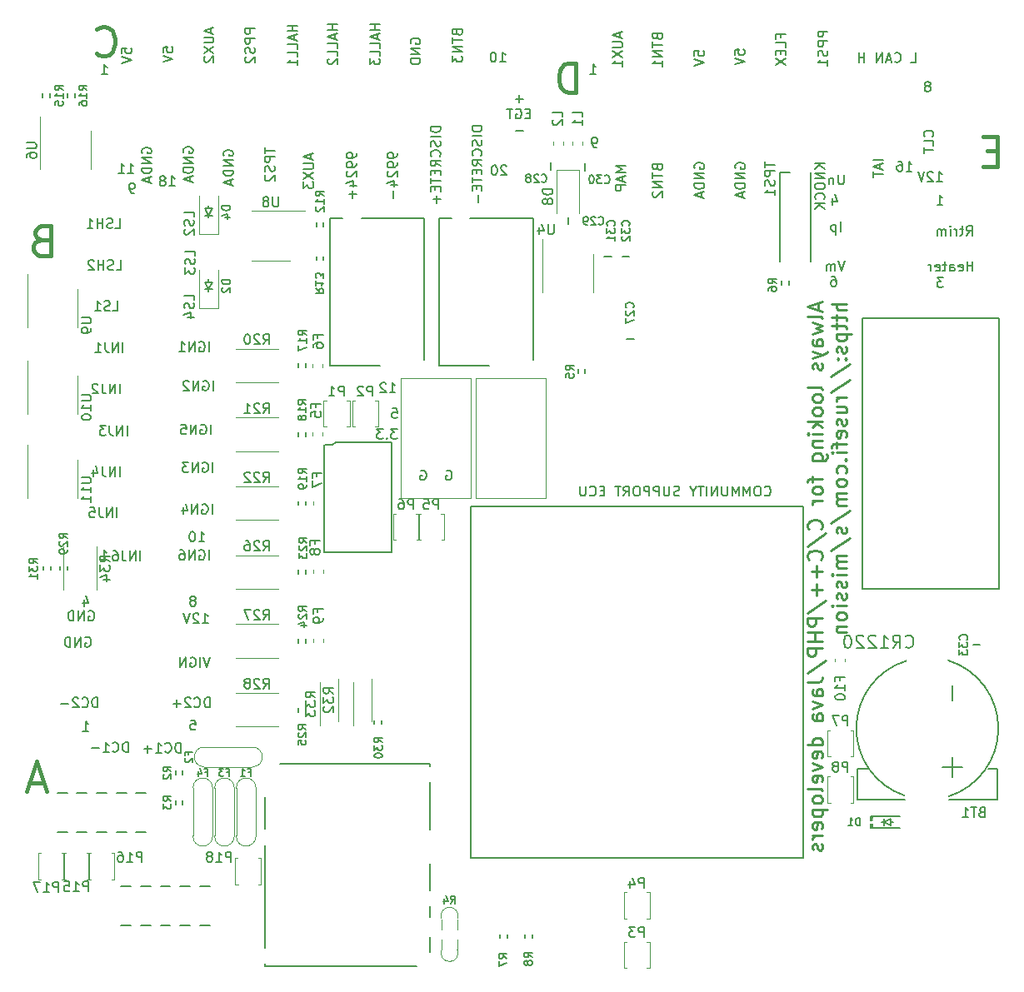
<source format=gbo>
G04 #@! TF.GenerationSoftware,KiCad,Pcbnew,8.0.9-8.0.9-0~ubuntu24.04.1*
G04 #@! TF.CreationDate,2025-12-27T20:23:21+00:00*
G04 #@! TF.ProjectId,uaefi,75616566-692e-46b6-9963-61645f706362,E*
G04 #@! TF.SameCoordinates,Original*
G04 #@! TF.FileFunction,Legend,Bot*
G04 #@! TF.FilePolarity,Positive*
%FSLAX46Y46*%
G04 Gerber Fmt 4.6, Leading zero omitted, Abs format (unit mm)*
G04 Created by KiCad (PCBNEW 8.0.9-8.0.9-0~ubuntu24.04.1) date 2025-12-27 20:23:21*
%MOMM*%
%LPD*%
G01*
G04 APERTURE LIST*
%ADD10C,0.150000*%
%ADD11C,0.450000*%
%ADD12C,0.250000*%
%ADD13C,0.127000*%
%ADD14C,0.170000*%
%ADD15C,0.200000*%
%ADD16C,0.120000*%
%ADD17C,0.099060*%
%ADD18C,0.150012*%
%ADD19C,0.203200*%
G04 APERTURE END LIST*
D10*
X39552438Y95111905D02*
X39504819Y95207143D01*
X39504819Y95207143D02*
X39504819Y95350000D01*
X39504819Y95350000D02*
X39552438Y95492857D01*
X39552438Y95492857D02*
X39647676Y95588095D01*
X39647676Y95588095D02*
X39742914Y95635714D01*
X39742914Y95635714D02*
X39933390Y95683333D01*
X39933390Y95683333D02*
X40076247Y95683333D01*
X40076247Y95683333D02*
X40266723Y95635714D01*
X40266723Y95635714D02*
X40361961Y95588095D01*
X40361961Y95588095D02*
X40457200Y95492857D01*
X40457200Y95492857D02*
X40504819Y95350000D01*
X40504819Y95350000D02*
X40504819Y95254762D01*
X40504819Y95254762D02*
X40457200Y95111905D01*
X40457200Y95111905D02*
X40409580Y95064286D01*
X40409580Y95064286D02*
X40076247Y95064286D01*
X40076247Y95064286D02*
X40076247Y95254762D01*
X40504819Y94635714D02*
X39504819Y94635714D01*
X39504819Y94635714D02*
X40504819Y94064286D01*
X40504819Y94064286D02*
X39504819Y94064286D01*
X40504819Y93588095D02*
X39504819Y93588095D01*
X39504819Y93588095D02*
X39504819Y93350000D01*
X39504819Y93350000D02*
X39552438Y93207143D01*
X39552438Y93207143D02*
X39647676Y93111905D01*
X39647676Y93111905D02*
X39742914Y93064286D01*
X39742914Y93064286D02*
X39933390Y93016667D01*
X39933390Y93016667D02*
X40076247Y93016667D01*
X40076247Y93016667D02*
X40266723Y93064286D01*
X40266723Y93064286D02*
X40361961Y93111905D01*
X40361961Y93111905D02*
X40457200Y93207143D01*
X40457200Y93207143D02*
X40504819Y93350000D01*
X40504819Y93350000D02*
X40504819Y93588095D01*
X6461904Y34747562D02*
X6557142Y34795181D01*
X6557142Y34795181D02*
X6699999Y34795181D01*
X6699999Y34795181D02*
X6842856Y34747562D01*
X6842856Y34747562D02*
X6938094Y34652324D01*
X6938094Y34652324D02*
X6985713Y34557086D01*
X6985713Y34557086D02*
X7033332Y34366610D01*
X7033332Y34366610D02*
X7033332Y34223753D01*
X7033332Y34223753D02*
X6985713Y34033277D01*
X6985713Y34033277D02*
X6938094Y33938039D01*
X6938094Y33938039D02*
X6842856Y33842800D01*
X6842856Y33842800D02*
X6699999Y33795181D01*
X6699999Y33795181D02*
X6604761Y33795181D01*
X6604761Y33795181D02*
X6461904Y33842800D01*
X6461904Y33842800D02*
X6414285Y33890420D01*
X6414285Y33890420D02*
X6414285Y34223753D01*
X6414285Y34223753D02*
X6604761Y34223753D01*
X5985713Y33795181D02*
X5985713Y34795181D01*
X5985713Y34795181D02*
X5414285Y33795181D01*
X5414285Y33795181D02*
X5414285Y34795181D01*
X4938094Y33795181D02*
X4938094Y34795181D01*
X4938094Y34795181D02*
X4699999Y34795181D01*
X4699999Y34795181D02*
X4557142Y34747562D01*
X4557142Y34747562D02*
X4461904Y34652324D01*
X4461904Y34652324D02*
X4414285Y34557086D01*
X4414285Y34557086D02*
X4366666Y34366610D01*
X4366666Y34366610D02*
X4366666Y34223753D01*
X4366666Y34223753D02*
X4414285Y34033277D01*
X4414285Y34033277D02*
X4461904Y33938039D01*
X4461904Y33938039D02*
X4557142Y33842800D01*
X4557142Y33842800D02*
X4699999Y33795181D01*
X4699999Y33795181D02*
X4938094Y33795181D01*
X14990476Y80645181D02*
X15561904Y80645181D01*
X15276190Y80645181D02*
X15276190Y81645181D01*
X15276190Y81645181D02*
X15371428Y81502324D01*
X15371428Y81502324D02*
X15466666Y81407086D01*
X15466666Y81407086D02*
X15561904Y81359467D01*
X14419047Y81216610D02*
X14514285Y81264229D01*
X14514285Y81264229D02*
X14561904Y81311848D01*
X14561904Y81311848D02*
X14609523Y81407086D01*
X14609523Y81407086D02*
X14609523Y81454705D01*
X14609523Y81454705D02*
X14561904Y81549943D01*
X14561904Y81549943D02*
X14514285Y81597562D01*
X14514285Y81597562D02*
X14419047Y81645181D01*
X14419047Y81645181D02*
X14228571Y81645181D01*
X14228571Y81645181D02*
X14133333Y81597562D01*
X14133333Y81597562D02*
X14085714Y81549943D01*
X14085714Y81549943D02*
X14038095Y81454705D01*
X14038095Y81454705D02*
X14038095Y81407086D01*
X14038095Y81407086D02*
X14085714Y81311848D01*
X14085714Y81311848D02*
X14133333Y81264229D01*
X14133333Y81264229D02*
X14228571Y81216610D01*
X14228571Y81216610D02*
X14419047Y81216610D01*
X14419047Y81216610D02*
X14514285Y81168991D01*
X14514285Y81168991D02*
X14561904Y81121372D01*
X14561904Y81121372D02*
X14609523Y81026134D01*
X14609523Y81026134D02*
X14609523Y80835658D01*
X14609523Y80835658D02*
X14561904Y80740420D01*
X14561904Y80740420D02*
X14514285Y80692800D01*
X14514285Y80692800D02*
X14419047Y80645181D01*
X14419047Y80645181D02*
X14228571Y80645181D01*
X14228571Y80645181D02*
X14133333Y80692800D01*
X14133333Y80692800D02*
X14085714Y80740420D01*
X14085714Y80740420D02*
X14038095Y80835658D01*
X14038095Y80835658D02*
X14038095Y81026134D01*
X14038095Y81026134D02*
X14085714Y81121372D01*
X14085714Y81121372D02*
X14133333Y81168991D01*
X14133333Y81168991D02*
X14228571Y81216610D01*
X36404819Y97050000D02*
X35404819Y97050000D01*
X35881009Y97050000D02*
X35881009Y96478572D01*
X36404819Y96478572D02*
X35404819Y96478572D01*
X36119104Y96050000D02*
X36119104Y95573810D01*
X36404819Y96145238D02*
X35404819Y95811905D01*
X35404819Y95811905D02*
X36404819Y95478572D01*
X36404819Y94669048D02*
X36404819Y95145238D01*
X36404819Y95145238D02*
X35404819Y95145238D01*
X36404819Y93859524D02*
X36404819Y94335714D01*
X36404819Y94335714D02*
X35404819Y94335714D01*
X35404819Y93621428D02*
X35404819Y93002381D01*
X35404819Y93002381D02*
X35785771Y93335714D01*
X35785771Y93335714D02*
X35785771Y93192857D01*
X35785771Y93192857D02*
X35833390Y93097619D01*
X35833390Y93097619D02*
X35881009Y93050000D01*
X35881009Y93050000D02*
X35976247Y93002381D01*
X35976247Y93002381D02*
X36214342Y93002381D01*
X36214342Y93002381D02*
X36309580Y93050000D01*
X36309580Y93050000D02*
X36357200Y93097619D01*
X36357200Y93097619D02*
X36404819Y93192857D01*
X36404819Y93192857D02*
X36404819Y93478571D01*
X36404819Y93478571D02*
X36357200Y93573809D01*
X36357200Y93573809D02*
X36309580Y93621428D01*
X17161904Y26345181D02*
X17638094Y26345181D01*
X17638094Y26345181D02*
X17685713Y25868991D01*
X17685713Y25868991D02*
X17638094Y25916610D01*
X17638094Y25916610D02*
X17542856Y25964229D01*
X17542856Y25964229D02*
X17304761Y25964229D01*
X17304761Y25964229D02*
X17209523Y25916610D01*
X17209523Y25916610D02*
X17161904Y25868991D01*
X17161904Y25868991D02*
X17114285Y25773753D01*
X17114285Y25773753D02*
X17114285Y25535658D01*
X17114285Y25535658D02*
X17161904Y25440420D01*
X17161904Y25440420D02*
X17209523Y25392800D01*
X17209523Y25392800D02*
X17304761Y25345181D01*
X17304761Y25345181D02*
X17542856Y25345181D01*
X17542856Y25345181D02*
X17638094Y25392800D01*
X17638094Y25392800D02*
X17685713Y25440420D01*
X19107142Y27645181D02*
X19107142Y28645181D01*
X19107142Y28645181D02*
X18869047Y28645181D01*
X18869047Y28645181D02*
X18726190Y28597562D01*
X18726190Y28597562D02*
X18630952Y28502324D01*
X18630952Y28502324D02*
X18583333Y28407086D01*
X18583333Y28407086D02*
X18535714Y28216610D01*
X18535714Y28216610D02*
X18535714Y28073753D01*
X18535714Y28073753D02*
X18583333Y27883277D01*
X18583333Y27883277D02*
X18630952Y27788039D01*
X18630952Y27788039D02*
X18726190Y27692800D01*
X18726190Y27692800D02*
X18869047Y27645181D01*
X18869047Y27645181D02*
X19107142Y27645181D01*
X17535714Y27740420D02*
X17583333Y27692800D01*
X17583333Y27692800D02*
X17726190Y27645181D01*
X17726190Y27645181D02*
X17821428Y27645181D01*
X17821428Y27645181D02*
X17964285Y27692800D01*
X17964285Y27692800D02*
X18059523Y27788039D01*
X18059523Y27788039D02*
X18107142Y27883277D01*
X18107142Y27883277D02*
X18154761Y28073753D01*
X18154761Y28073753D02*
X18154761Y28216610D01*
X18154761Y28216610D02*
X18107142Y28407086D01*
X18107142Y28407086D02*
X18059523Y28502324D01*
X18059523Y28502324D02*
X17964285Y28597562D01*
X17964285Y28597562D02*
X17821428Y28645181D01*
X17821428Y28645181D02*
X17726190Y28645181D01*
X17726190Y28645181D02*
X17583333Y28597562D01*
X17583333Y28597562D02*
X17535714Y28549943D01*
X17154761Y28549943D02*
X17107142Y28597562D01*
X17107142Y28597562D02*
X17011904Y28645181D01*
X17011904Y28645181D02*
X16773809Y28645181D01*
X16773809Y28645181D02*
X16678571Y28597562D01*
X16678571Y28597562D02*
X16630952Y28549943D01*
X16630952Y28549943D02*
X16583333Y28454705D01*
X16583333Y28454705D02*
X16583333Y28359467D01*
X16583333Y28359467D02*
X16630952Y28216610D01*
X16630952Y28216610D02*
X17202380Y27645181D01*
X17202380Y27645181D02*
X16583333Y27645181D01*
X16154761Y28026134D02*
X15392857Y28026134D01*
X15773809Y27645181D02*
X15773809Y28407086D01*
X9980951Y59545181D02*
X9980951Y60545181D01*
X9504761Y59545181D02*
X9504761Y60545181D01*
X9504761Y60545181D02*
X8933333Y59545181D01*
X8933333Y59545181D02*
X8933333Y60545181D01*
X8171428Y60545181D02*
X8171428Y59830896D01*
X8171428Y59830896D02*
X8219047Y59688039D01*
X8219047Y59688039D02*
X8314285Y59592800D01*
X8314285Y59592800D02*
X8457142Y59545181D01*
X8457142Y59545181D02*
X8552380Y59545181D01*
X7742856Y60449943D02*
X7695237Y60497562D01*
X7695237Y60497562D02*
X7599999Y60545181D01*
X7599999Y60545181D02*
X7361904Y60545181D01*
X7361904Y60545181D02*
X7266666Y60497562D01*
X7266666Y60497562D02*
X7219047Y60449943D01*
X7219047Y60449943D02*
X7171428Y60354705D01*
X7171428Y60354705D02*
X7171428Y60259467D01*
X7171428Y60259467D02*
X7219047Y60116610D01*
X7219047Y60116610D02*
X7790475Y59545181D01*
X7790475Y59545181D02*
X7171428Y59545181D01*
X42554819Y86660952D02*
X41554819Y86660952D01*
X41554819Y86660952D02*
X41554819Y86422857D01*
X41554819Y86422857D02*
X41602438Y86280000D01*
X41602438Y86280000D02*
X41697676Y86184762D01*
X41697676Y86184762D02*
X41792914Y86137143D01*
X41792914Y86137143D02*
X41983390Y86089524D01*
X41983390Y86089524D02*
X42126247Y86089524D01*
X42126247Y86089524D02*
X42316723Y86137143D01*
X42316723Y86137143D02*
X42411961Y86184762D01*
X42411961Y86184762D02*
X42507200Y86280000D01*
X42507200Y86280000D02*
X42554819Y86422857D01*
X42554819Y86422857D02*
X42554819Y86660952D01*
X42554819Y85660952D02*
X41554819Y85660952D01*
X42507200Y85232381D02*
X42554819Y85089524D01*
X42554819Y85089524D02*
X42554819Y84851429D01*
X42554819Y84851429D02*
X42507200Y84756191D01*
X42507200Y84756191D02*
X42459580Y84708572D01*
X42459580Y84708572D02*
X42364342Y84660953D01*
X42364342Y84660953D02*
X42269104Y84660953D01*
X42269104Y84660953D02*
X42173866Y84708572D01*
X42173866Y84708572D02*
X42126247Y84756191D01*
X42126247Y84756191D02*
X42078628Y84851429D01*
X42078628Y84851429D02*
X42031009Y85041905D01*
X42031009Y85041905D02*
X41983390Y85137143D01*
X41983390Y85137143D02*
X41935771Y85184762D01*
X41935771Y85184762D02*
X41840533Y85232381D01*
X41840533Y85232381D02*
X41745295Y85232381D01*
X41745295Y85232381D02*
X41650057Y85184762D01*
X41650057Y85184762D02*
X41602438Y85137143D01*
X41602438Y85137143D02*
X41554819Y85041905D01*
X41554819Y85041905D02*
X41554819Y84803810D01*
X41554819Y84803810D02*
X41602438Y84660953D01*
X42459580Y83660953D02*
X42507200Y83708572D01*
X42507200Y83708572D02*
X42554819Y83851429D01*
X42554819Y83851429D02*
X42554819Y83946667D01*
X42554819Y83946667D02*
X42507200Y84089524D01*
X42507200Y84089524D02*
X42411961Y84184762D01*
X42411961Y84184762D02*
X42316723Y84232381D01*
X42316723Y84232381D02*
X42126247Y84280000D01*
X42126247Y84280000D02*
X41983390Y84280000D01*
X41983390Y84280000D02*
X41792914Y84232381D01*
X41792914Y84232381D02*
X41697676Y84184762D01*
X41697676Y84184762D02*
X41602438Y84089524D01*
X41602438Y84089524D02*
X41554819Y83946667D01*
X41554819Y83946667D02*
X41554819Y83851429D01*
X41554819Y83851429D02*
X41602438Y83708572D01*
X41602438Y83708572D02*
X41650057Y83660953D01*
X42554819Y82660953D02*
X42078628Y82994286D01*
X42554819Y83232381D02*
X41554819Y83232381D01*
X41554819Y83232381D02*
X41554819Y82851429D01*
X41554819Y82851429D02*
X41602438Y82756191D01*
X41602438Y82756191D02*
X41650057Y82708572D01*
X41650057Y82708572D02*
X41745295Y82660953D01*
X41745295Y82660953D02*
X41888152Y82660953D01*
X41888152Y82660953D02*
X41983390Y82708572D01*
X41983390Y82708572D02*
X42031009Y82756191D01*
X42031009Y82756191D02*
X42078628Y82851429D01*
X42078628Y82851429D02*
X42078628Y83232381D01*
X42031009Y82232381D02*
X42031009Y81899048D01*
X42554819Y81756191D02*
X42554819Y82232381D01*
X42554819Y82232381D02*
X41554819Y82232381D01*
X41554819Y82232381D02*
X41554819Y81756191D01*
X41554819Y81470476D02*
X41554819Y80899048D01*
X42554819Y81184762D02*
X41554819Y81184762D01*
X42031009Y80565714D02*
X42031009Y80232381D01*
X42554819Y80089524D02*
X42554819Y80565714D01*
X42554819Y80565714D02*
X41554819Y80565714D01*
X41554819Y80565714D02*
X41554819Y80089524D01*
X42173866Y79660952D02*
X42173866Y78899047D01*
X42554819Y79280000D02*
X41792914Y79280000D01*
X82309523Y71445181D02*
X82499999Y71445181D01*
X82499999Y71445181D02*
X82595237Y71397562D01*
X82595237Y71397562D02*
X82642856Y71349943D01*
X82642856Y71349943D02*
X82738094Y71207086D01*
X82738094Y71207086D02*
X82785713Y71016610D01*
X82785713Y71016610D02*
X82785713Y70635658D01*
X82785713Y70635658D02*
X82738094Y70540420D01*
X82738094Y70540420D02*
X82690475Y70492800D01*
X82690475Y70492800D02*
X82595237Y70445181D01*
X82595237Y70445181D02*
X82404761Y70445181D01*
X82404761Y70445181D02*
X82309523Y70492800D01*
X82309523Y70492800D02*
X82261904Y70540420D01*
X82261904Y70540420D02*
X82214285Y70635658D01*
X82214285Y70635658D02*
X82214285Y70873753D01*
X82214285Y70873753D02*
X82261904Y70968991D01*
X82261904Y70968991D02*
X82309523Y71016610D01*
X82309523Y71016610D02*
X82404761Y71064229D01*
X82404761Y71064229D02*
X82595237Y71064229D01*
X82595237Y71064229D02*
X82690475Y71016610D01*
X82690475Y71016610D02*
X82738094Y70968991D01*
X82738094Y70968991D02*
X82785713Y70873753D01*
X10154819Y94140477D02*
X10154819Y94616667D01*
X10154819Y94616667D02*
X10631009Y94664286D01*
X10631009Y94664286D02*
X10583390Y94616667D01*
X10583390Y94616667D02*
X10535771Y94521429D01*
X10535771Y94521429D02*
X10535771Y94283334D01*
X10535771Y94283334D02*
X10583390Y94188096D01*
X10583390Y94188096D02*
X10631009Y94140477D01*
X10631009Y94140477D02*
X10726247Y94092858D01*
X10726247Y94092858D02*
X10964342Y94092858D01*
X10964342Y94092858D02*
X11059580Y94140477D01*
X11059580Y94140477D02*
X11107200Y94188096D01*
X11107200Y94188096D02*
X11154819Y94283334D01*
X11154819Y94283334D02*
X11154819Y94521429D01*
X11154819Y94521429D02*
X11107200Y94616667D01*
X11107200Y94616667D02*
X11059580Y94664286D01*
X10154819Y93807143D02*
X11154819Y93473810D01*
X11154819Y93473810D02*
X10154819Y93140477D01*
X38147618Y55945181D02*
X37528571Y55945181D01*
X37528571Y55945181D02*
X37861904Y55564229D01*
X37861904Y55564229D02*
X37719047Y55564229D01*
X37719047Y55564229D02*
X37623809Y55516610D01*
X37623809Y55516610D02*
X37576190Y55468991D01*
X37576190Y55468991D02*
X37528571Y55373753D01*
X37528571Y55373753D02*
X37528571Y55135658D01*
X37528571Y55135658D02*
X37576190Y55040420D01*
X37576190Y55040420D02*
X37623809Y54992800D01*
X37623809Y54992800D02*
X37719047Y54945181D01*
X37719047Y54945181D02*
X38004761Y54945181D01*
X38004761Y54945181D02*
X38099999Y54992800D01*
X38099999Y54992800D02*
X38147618Y55040420D01*
X37099999Y55040420D02*
X37052380Y54992800D01*
X37052380Y54992800D02*
X37099999Y54945181D01*
X37099999Y54945181D02*
X37147618Y54992800D01*
X37147618Y54992800D02*
X37099999Y55040420D01*
X37099999Y55040420D02*
X37099999Y54945181D01*
X36719047Y55945181D02*
X36100000Y55945181D01*
X36100000Y55945181D02*
X36433333Y55564229D01*
X36433333Y55564229D02*
X36290476Y55564229D01*
X36290476Y55564229D02*
X36195238Y55516610D01*
X36195238Y55516610D02*
X36147619Y55468991D01*
X36147619Y55468991D02*
X36100000Y55373753D01*
X36100000Y55373753D02*
X36100000Y55135658D01*
X36100000Y55135658D02*
X36147619Y55040420D01*
X36147619Y55040420D02*
X36195238Y54992800D01*
X36195238Y54992800D02*
X36290476Y54945181D01*
X36290476Y54945181D02*
X36576190Y54945181D01*
X36576190Y54945181D02*
X36671428Y54992800D01*
X36671428Y54992800D02*
X36719047Y55040420D01*
X18001237Y44500562D02*
X18572665Y44500562D01*
X18286951Y44500562D02*
X18286951Y45500562D01*
X18286951Y45500562D02*
X18382189Y45357705D01*
X18382189Y45357705D02*
X18477427Y45262467D01*
X18477427Y45262467D02*
X18572665Y45214848D01*
X17382189Y45500562D02*
X17286951Y45500562D01*
X17286951Y45500562D02*
X17191713Y45452943D01*
X17191713Y45452943D02*
X17144094Y45405324D01*
X17144094Y45405324D02*
X17096475Y45310086D01*
X17096475Y45310086D02*
X17048856Y45119610D01*
X17048856Y45119610D02*
X17048856Y44881515D01*
X17048856Y44881515D02*
X17096475Y44691039D01*
X17096475Y44691039D02*
X17144094Y44595801D01*
X17144094Y44595801D02*
X17191713Y44548181D01*
X17191713Y44548181D02*
X17286951Y44500562D01*
X17286951Y44500562D02*
X17382189Y44500562D01*
X17382189Y44500562D02*
X17477427Y44548181D01*
X17477427Y44548181D02*
X17525046Y44595801D01*
X17525046Y44595801D02*
X17572665Y44691039D01*
X17572665Y44691039D02*
X17620284Y44881515D01*
X17620284Y44881515D02*
X17620284Y45119610D01*
X17620284Y45119610D02*
X17572665Y45310086D01*
X17572665Y45310086D02*
X17525046Y45405324D01*
X17525046Y45405324D02*
X17477427Y45452943D01*
X17477427Y45452943D02*
X17382189Y45500562D01*
X6811904Y37397562D02*
X6907142Y37445181D01*
X6907142Y37445181D02*
X7049999Y37445181D01*
X7049999Y37445181D02*
X7192856Y37397562D01*
X7192856Y37397562D02*
X7288094Y37302324D01*
X7288094Y37302324D02*
X7335713Y37207086D01*
X7335713Y37207086D02*
X7383332Y37016610D01*
X7383332Y37016610D02*
X7383332Y36873753D01*
X7383332Y36873753D02*
X7335713Y36683277D01*
X7335713Y36683277D02*
X7288094Y36588039D01*
X7288094Y36588039D02*
X7192856Y36492800D01*
X7192856Y36492800D02*
X7049999Y36445181D01*
X7049999Y36445181D02*
X6954761Y36445181D01*
X6954761Y36445181D02*
X6811904Y36492800D01*
X6811904Y36492800D02*
X6764285Y36540420D01*
X6764285Y36540420D02*
X6764285Y36873753D01*
X6764285Y36873753D02*
X6954761Y36873753D01*
X6335713Y36445181D02*
X6335713Y37445181D01*
X6335713Y37445181D02*
X5764285Y36445181D01*
X5764285Y36445181D02*
X5764285Y37445181D01*
X5288094Y36445181D02*
X5288094Y37445181D01*
X5288094Y37445181D02*
X5049999Y37445181D01*
X5049999Y37445181D02*
X4907142Y37397562D01*
X4907142Y37397562D02*
X4811904Y37302324D01*
X4811904Y37302324D02*
X4764285Y37207086D01*
X4764285Y37207086D02*
X4716666Y37016610D01*
X4716666Y37016610D02*
X4716666Y36873753D01*
X4716666Y36873753D02*
X4764285Y36683277D01*
X4764285Y36683277D02*
X4811904Y36588039D01*
X4811904Y36588039D02*
X4907142Y36492800D01*
X4907142Y36492800D02*
X5049999Y36445181D01*
X5049999Y36445181D02*
X5288094Y36445181D01*
X17504819Y69042858D02*
X17504819Y69519048D01*
X17504819Y69519048D02*
X16504819Y69519048D01*
X17457200Y68757143D02*
X17504819Y68614286D01*
X17504819Y68614286D02*
X17504819Y68376191D01*
X17504819Y68376191D02*
X17457200Y68280953D01*
X17457200Y68280953D02*
X17409580Y68233334D01*
X17409580Y68233334D02*
X17314342Y68185715D01*
X17314342Y68185715D02*
X17219104Y68185715D01*
X17219104Y68185715D02*
X17123866Y68233334D01*
X17123866Y68233334D02*
X17076247Y68280953D01*
X17076247Y68280953D02*
X17028628Y68376191D01*
X17028628Y68376191D02*
X16981009Y68566667D01*
X16981009Y68566667D02*
X16933390Y68661905D01*
X16933390Y68661905D02*
X16885771Y68709524D01*
X16885771Y68709524D02*
X16790533Y68757143D01*
X16790533Y68757143D02*
X16695295Y68757143D01*
X16695295Y68757143D02*
X16600057Y68709524D01*
X16600057Y68709524D02*
X16552438Y68661905D01*
X16552438Y68661905D02*
X16504819Y68566667D01*
X16504819Y68566667D02*
X16504819Y68328572D01*
X16504819Y68328572D02*
X16552438Y68185715D01*
X16838152Y67328572D02*
X17504819Y67328572D01*
X16457200Y67566667D02*
X17171485Y67804762D01*
X17171485Y67804762D02*
X17171485Y67185715D01*
X64581009Y95809524D02*
X64628628Y95666667D01*
X64628628Y95666667D02*
X64676247Y95619048D01*
X64676247Y95619048D02*
X64771485Y95571429D01*
X64771485Y95571429D02*
X64914342Y95571429D01*
X64914342Y95571429D02*
X65009580Y95619048D01*
X65009580Y95619048D02*
X65057200Y95666667D01*
X65057200Y95666667D02*
X65104819Y95761905D01*
X65104819Y95761905D02*
X65104819Y96142857D01*
X65104819Y96142857D02*
X64104819Y96142857D01*
X64104819Y96142857D02*
X64104819Y95809524D01*
X64104819Y95809524D02*
X64152438Y95714286D01*
X64152438Y95714286D02*
X64200057Y95666667D01*
X64200057Y95666667D02*
X64295295Y95619048D01*
X64295295Y95619048D02*
X64390533Y95619048D01*
X64390533Y95619048D02*
X64485771Y95666667D01*
X64485771Y95666667D02*
X64533390Y95714286D01*
X64533390Y95714286D02*
X64581009Y95809524D01*
X64581009Y95809524D02*
X64581009Y96142857D01*
X64104819Y95285714D02*
X64104819Y94714286D01*
X65104819Y95000000D02*
X64104819Y95000000D01*
X65104819Y94380952D02*
X64104819Y94380952D01*
X64104819Y94380952D02*
X65104819Y93809524D01*
X65104819Y93809524D02*
X64104819Y93809524D01*
X65104819Y92809524D02*
X65104819Y93380952D01*
X65104819Y93095238D02*
X64104819Y93095238D01*
X64104819Y93095238D02*
X64247676Y93190476D01*
X64247676Y93190476D02*
X64342914Y93285714D01*
X64342914Y93285714D02*
X64390533Y93380952D01*
X11390475Y79945181D02*
X11199999Y79945181D01*
X11199999Y79945181D02*
X11104761Y79992800D01*
X11104761Y79992800D02*
X11057142Y80040420D01*
X11057142Y80040420D02*
X10961904Y80183277D01*
X10961904Y80183277D02*
X10914285Y80373753D01*
X10914285Y80373753D02*
X10914285Y80754705D01*
X10914285Y80754705D02*
X10961904Y80849943D01*
X10961904Y80849943D02*
X11009523Y80897562D01*
X11009523Y80897562D02*
X11104761Y80945181D01*
X11104761Y80945181D02*
X11295237Y80945181D01*
X11295237Y80945181D02*
X11390475Y80897562D01*
X11390475Y80897562D02*
X11438094Y80849943D01*
X11438094Y80849943D02*
X11485713Y80754705D01*
X11485713Y80754705D02*
X11485713Y80516610D01*
X11485713Y80516610D02*
X11438094Y80421372D01*
X11438094Y80421372D02*
X11390475Y80373753D01*
X11390475Y80373753D02*
X11295237Y80326134D01*
X11295237Y80326134D02*
X11104761Y80326134D01*
X11104761Y80326134D02*
X11009523Y80373753D01*
X11009523Y80373753D02*
X10961904Y80421372D01*
X10961904Y80421372D02*
X10914285Y80516610D01*
X38144819Y83948095D02*
X38144819Y83757619D01*
X38144819Y83757619D02*
X38097200Y83662381D01*
X38097200Y83662381D02*
X38049580Y83614762D01*
X38049580Y83614762D02*
X37906723Y83519524D01*
X37906723Y83519524D02*
X37716247Y83471905D01*
X37716247Y83471905D02*
X37335295Y83471905D01*
X37335295Y83471905D02*
X37240057Y83519524D01*
X37240057Y83519524D02*
X37192438Y83567143D01*
X37192438Y83567143D02*
X37144819Y83662381D01*
X37144819Y83662381D02*
X37144819Y83852857D01*
X37144819Y83852857D02*
X37192438Y83948095D01*
X37192438Y83948095D02*
X37240057Y83995714D01*
X37240057Y83995714D02*
X37335295Y84043333D01*
X37335295Y84043333D02*
X37573390Y84043333D01*
X37573390Y84043333D02*
X37668628Y83995714D01*
X37668628Y83995714D02*
X37716247Y83948095D01*
X37716247Y83948095D02*
X37763866Y83852857D01*
X37763866Y83852857D02*
X37763866Y83662381D01*
X37763866Y83662381D02*
X37716247Y83567143D01*
X37716247Y83567143D02*
X37668628Y83519524D01*
X37668628Y83519524D02*
X37573390Y83471905D01*
X38144819Y82995714D02*
X38144819Y82805238D01*
X38144819Y82805238D02*
X38097200Y82710000D01*
X38097200Y82710000D02*
X38049580Y82662381D01*
X38049580Y82662381D02*
X37906723Y82567143D01*
X37906723Y82567143D02*
X37716247Y82519524D01*
X37716247Y82519524D02*
X37335295Y82519524D01*
X37335295Y82519524D02*
X37240057Y82567143D01*
X37240057Y82567143D02*
X37192438Y82614762D01*
X37192438Y82614762D02*
X37144819Y82710000D01*
X37144819Y82710000D02*
X37144819Y82900476D01*
X37144819Y82900476D02*
X37192438Y82995714D01*
X37192438Y82995714D02*
X37240057Y83043333D01*
X37240057Y83043333D02*
X37335295Y83090952D01*
X37335295Y83090952D02*
X37573390Y83090952D01*
X37573390Y83090952D02*
X37668628Y83043333D01*
X37668628Y83043333D02*
X37716247Y82995714D01*
X37716247Y82995714D02*
X37763866Y82900476D01*
X37763866Y82900476D02*
X37763866Y82710000D01*
X37763866Y82710000D02*
X37716247Y82614762D01*
X37716247Y82614762D02*
X37668628Y82567143D01*
X37668628Y82567143D02*
X37573390Y82519524D01*
X37240057Y82138571D02*
X37192438Y82090952D01*
X37192438Y82090952D02*
X37144819Y81995714D01*
X37144819Y81995714D02*
X37144819Y81757619D01*
X37144819Y81757619D02*
X37192438Y81662381D01*
X37192438Y81662381D02*
X37240057Y81614762D01*
X37240057Y81614762D02*
X37335295Y81567143D01*
X37335295Y81567143D02*
X37430533Y81567143D01*
X37430533Y81567143D02*
X37573390Y81614762D01*
X37573390Y81614762D02*
X38144819Y82186190D01*
X38144819Y82186190D02*
X38144819Y81567143D01*
X37478152Y80710000D02*
X38144819Y80710000D01*
X37097200Y80948095D02*
X37811485Y81186190D01*
X37811485Y81186190D02*
X37811485Y80567143D01*
X37763866Y80186190D02*
X37763866Y79424285D01*
X10790476Y81945181D02*
X11361904Y81945181D01*
X11076190Y81945181D02*
X11076190Y82945181D01*
X11076190Y82945181D02*
X11171428Y82802324D01*
X11171428Y82802324D02*
X11266666Y82707086D01*
X11266666Y82707086D02*
X11361904Y82659467D01*
X9838095Y81945181D02*
X10409523Y81945181D01*
X10123809Y81945181D02*
X10123809Y82945181D01*
X10123809Y82945181D02*
X10219047Y82802324D01*
X10219047Y82802324D02*
X10314285Y82707086D01*
X10314285Y82707086D02*
X10409523Y82659467D01*
X28004819Y96950000D02*
X27004819Y96950000D01*
X27481009Y96950000D02*
X27481009Y96378572D01*
X28004819Y96378572D02*
X27004819Y96378572D01*
X27719104Y95950000D02*
X27719104Y95473810D01*
X28004819Y96045238D02*
X27004819Y95711905D01*
X27004819Y95711905D02*
X28004819Y95378572D01*
X28004819Y94569048D02*
X28004819Y95045238D01*
X28004819Y95045238D02*
X27004819Y95045238D01*
X28004819Y93759524D02*
X28004819Y94235714D01*
X28004819Y94235714D02*
X27004819Y94235714D01*
X28004819Y92902381D02*
X28004819Y93473809D01*
X28004819Y93188095D02*
X27004819Y93188095D01*
X27004819Y93188095D02*
X27147676Y93283333D01*
X27147676Y93283333D02*
X27242914Y93378571D01*
X27242914Y93378571D02*
X27290533Y93473809D01*
X6309523Y38611848D02*
X6309523Y37945181D01*
X6547618Y38992800D02*
X6785713Y38278515D01*
X6785713Y38278515D02*
X6166666Y38278515D01*
D11*
X1935714Y75156972D02*
X1507142Y75014115D01*
X1507142Y75014115D02*
X1364285Y74871258D01*
X1364285Y74871258D02*
X1221428Y74585543D01*
X1221428Y74585543D02*
X1221428Y74156972D01*
X1221428Y74156972D02*
X1364285Y73871258D01*
X1364285Y73871258D02*
X1507142Y73728400D01*
X1507142Y73728400D02*
X1792857Y73585543D01*
X1792857Y73585543D02*
X2935714Y73585543D01*
X2935714Y73585543D02*
X2935714Y76585543D01*
X2935714Y76585543D02*
X1935714Y76585543D01*
X1935714Y76585543D02*
X1650000Y76442686D01*
X1650000Y76442686D02*
X1507142Y76299829D01*
X1507142Y76299829D02*
X1364285Y76014115D01*
X1364285Y76014115D02*
X1364285Y75728400D01*
X1364285Y75728400D02*
X1507142Y75442686D01*
X1507142Y75442686D02*
X1650000Y75299829D01*
X1650000Y75299829D02*
X1935714Y75156972D01*
X1935714Y75156972D02*
X2935714Y75156972D01*
D10*
X96640476Y71995181D02*
X96640476Y72995181D01*
X96640476Y72518991D02*
X96069048Y72518991D01*
X96069048Y71995181D02*
X96069048Y72995181D01*
X95211905Y72042800D02*
X95307143Y71995181D01*
X95307143Y71995181D02*
X95497619Y71995181D01*
X95497619Y71995181D02*
X95592857Y72042800D01*
X95592857Y72042800D02*
X95640476Y72138039D01*
X95640476Y72138039D02*
X95640476Y72518991D01*
X95640476Y72518991D02*
X95592857Y72614229D01*
X95592857Y72614229D02*
X95497619Y72661848D01*
X95497619Y72661848D02*
X95307143Y72661848D01*
X95307143Y72661848D02*
X95211905Y72614229D01*
X95211905Y72614229D02*
X95164286Y72518991D01*
X95164286Y72518991D02*
X95164286Y72423753D01*
X95164286Y72423753D02*
X95640476Y72328515D01*
X94307143Y71995181D02*
X94307143Y72518991D01*
X94307143Y72518991D02*
X94354762Y72614229D01*
X94354762Y72614229D02*
X94450000Y72661848D01*
X94450000Y72661848D02*
X94640476Y72661848D01*
X94640476Y72661848D02*
X94735714Y72614229D01*
X94307143Y72042800D02*
X94402381Y71995181D01*
X94402381Y71995181D02*
X94640476Y71995181D01*
X94640476Y71995181D02*
X94735714Y72042800D01*
X94735714Y72042800D02*
X94783333Y72138039D01*
X94783333Y72138039D02*
X94783333Y72233277D01*
X94783333Y72233277D02*
X94735714Y72328515D01*
X94735714Y72328515D02*
X94640476Y72376134D01*
X94640476Y72376134D02*
X94402381Y72376134D01*
X94402381Y72376134D02*
X94307143Y72423753D01*
X93973809Y72661848D02*
X93592857Y72661848D01*
X93830952Y72995181D02*
X93830952Y72138039D01*
X93830952Y72138039D02*
X93783333Y72042800D01*
X93783333Y72042800D02*
X93688095Y71995181D01*
X93688095Y71995181D02*
X93592857Y71995181D01*
X92878571Y72042800D02*
X92973809Y71995181D01*
X92973809Y71995181D02*
X93164285Y71995181D01*
X93164285Y71995181D02*
X93259523Y72042800D01*
X93259523Y72042800D02*
X93307142Y72138039D01*
X93307142Y72138039D02*
X93307142Y72518991D01*
X93307142Y72518991D02*
X93259523Y72614229D01*
X93259523Y72614229D02*
X93164285Y72661848D01*
X93164285Y72661848D02*
X92973809Y72661848D01*
X92973809Y72661848D02*
X92878571Y72614229D01*
X92878571Y72614229D02*
X92830952Y72518991D01*
X92830952Y72518991D02*
X92830952Y72423753D01*
X92830952Y72423753D02*
X93307142Y72328515D01*
X92402380Y71995181D02*
X92402380Y72661848D01*
X92402380Y72471372D02*
X92354761Y72566610D01*
X92354761Y72566610D02*
X92307142Y72614229D01*
X92307142Y72614229D02*
X92211904Y72661848D01*
X92211904Y72661848D02*
X92116666Y72661848D01*
X93633332Y71345181D02*
X93014285Y71345181D01*
X93014285Y71345181D02*
X93347618Y70964229D01*
X93347618Y70964229D02*
X93204761Y70964229D01*
X93204761Y70964229D02*
X93109523Y70916610D01*
X93109523Y70916610D02*
X93061904Y70868991D01*
X93061904Y70868991D02*
X93014285Y70773753D01*
X93014285Y70773753D02*
X93014285Y70535658D01*
X93014285Y70535658D02*
X93061904Y70440420D01*
X93061904Y70440420D02*
X93109523Y70392800D01*
X93109523Y70392800D02*
X93204761Y70345181D01*
X93204761Y70345181D02*
X93490475Y70345181D01*
X93490475Y70345181D02*
X93585713Y70392800D01*
X93585713Y70392800D02*
X93633332Y70440420D01*
X17604819Y73542858D02*
X17604819Y74019048D01*
X17604819Y74019048D02*
X16604819Y74019048D01*
X17557200Y73257143D02*
X17604819Y73114286D01*
X17604819Y73114286D02*
X17604819Y72876191D01*
X17604819Y72876191D02*
X17557200Y72780953D01*
X17557200Y72780953D02*
X17509580Y72733334D01*
X17509580Y72733334D02*
X17414342Y72685715D01*
X17414342Y72685715D02*
X17319104Y72685715D01*
X17319104Y72685715D02*
X17223866Y72733334D01*
X17223866Y72733334D02*
X17176247Y72780953D01*
X17176247Y72780953D02*
X17128628Y72876191D01*
X17128628Y72876191D02*
X17081009Y73066667D01*
X17081009Y73066667D02*
X17033390Y73161905D01*
X17033390Y73161905D02*
X16985771Y73209524D01*
X16985771Y73209524D02*
X16890533Y73257143D01*
X16890533Y73257143D02*
X16795295Y73257143D01*
X16795295Y73257143D02*
X16700057Y73209524D01*
X16700057Y73209524D02*
X16652438Y73161905D01*
X16652438Y73161905D02*
X16604819Y73066667D01*
X16604819Y73066667D02*
X16604819Y72828572D01*
X16604819Y72828572D02*
X16652438Y72685715D01*
X16604819Y72352381D02*
X16604819Y71733334D01*
X16604819Y71733334D02*
X16985771Y72066667D01*
X16985771Y72066667D02*
X16985771Y71923810D01*
X16985771Y71923810D02*
X17033390Y71828572D01*
X17033390Y71828572D02*
X17081009Y71780953D01*
X17081009Y71780953D02*
X17176247Y71733334D01*
X17176247Y71733334D02*
X17414342Y71733334D01*
X17414342Y71733334D02*
X17509580Y71780953D01*
X17509580Y71780953D02*
X17557200Y71828572D01*
X17557200Y71828572D02*
X17604819Y71923810D01*
X17604819Y71923810D02*
X17604819Y72209524D01*
X17604819Y72209524D02*
X17557200Y72304762D01*
X17557200Y72304762D02*
X17509580Y72352381D01*
X72454819Y93990477D02*
X72454819Y94466667D01*
X72454819Y94466667D02*
X72931009Y94514286D01*
X72931009Y94514286D02*
X72883390Y94466667D01*
X72883390Y94466667D02*
X72835771Y94371429D01*
X72835771Y94371429D02*
X72835771Y94133334D01*
X72835771Y94133334D02*
X72883390Y94038096D01*
X72883390Y94038096D02*
X72931009Y93990477D01*
X72931009Y93990477D02*
X73026247Y93942858D01*
X73026247Y93942858D02*
X73264342Y93942858D01*
X73264342Y93942858D02*
X73359580Y93990477D01*
X73359580Y93990477D02*
X73407200Y94038096D01*
X73407200Y94038096D02*
X73454819Y94133334D01*
X73454819Y94133334D02*
X73454819Y94371429D01*
X73454819Y94371429D02*
X73407200Y94466667D01*
X73407200Y94466667D02*
X73359580Y94514286D01*
X72454819Y93657143D02*
X73454819Y93323810D01*
X73454819Y93323810D02*
X72454819Y92990477D01*
D12*
X80944899Y68749813D02*
X80944899Y68035527D01*
X81373470Y68892670D02*
X79873470Y68392670D01*
X79873470Y68392670D02*
X81373470Y67892670D01*
X81373470Y67178385D02*
X81302042Y67321242D01*
X81302042Y67321242D02*
X81159184Y67392671D01*
X81159184Y67392671D02*
X79873470Y67392671D01*
X80373470Y66749814D02*
X81373470Y66464099D01*
X81373470Y66464099D02*
X80659184Y66178385D01*
X80659184Y66178385D02*
X81373470Y65892671D01*
X81373470Y65892671D02*
X80373470Y65606957D01*
X81373470Y64392670D02*
X80587756Y64392670D01*
X80587756Y64392670D02*
X80444899Y64464099D01*
X80444899Y64464099D02*
X80373470Y64606956D01*
X80373470Y64606956D02*
X80373470Y64892670D01*
X80373470Y64892670D02*
X80444899Y65035528D01*
X81302042Y64392670D02*
X81373470Y64535528D01*
X81373470Y64535528D02*
X81373470Y64892670D01*
X81373470Y64892670D02*
X81302042Y65035528D01*
X81302042Y65035528D02*
X81159184Y65106956D01*
X81159184Y65106956D02*
X81016327Y65106956D01*
X81016327Y65106956D02*
X80873470Y65035528D01*
X80873470Y65035528D02*
X80802042Y64892670D01*
X80802042Y64892670D02*
X80802042Y64535528D01*
X80802042Y64535528D02*
X80730613Y64392670D01*
X80373470Y63821242D02*
X81373470Y63464099D01*
X80373470Y63106956D02*
X81373470Y63464099D01*
X81373470Y63464099D02*
X81730613Y63606956D01*
X81730613Y63606956D02*
X81802042Y63678385D01*
X81802042Y63678385D02*
X81873470Y63821242D01*
X81302042Y62606956D02*
X81373470Y62464099D01*
X81373470Y62464099D02*
X81373470Y62178385D01*
X81373470Y62178385D02*
X81302042Y62035528D01*
X81302042Y62035528D02*
X81159184Y61964099D01*
X81159184Y61964099D02*
X81087756Y61964099D01*
X81087756Y61964099D02*
X80944899Y62035528D01*
X80944899Y62035528D02*
X80873470Y62178385D01*
X80873470Y62178385D02*
X80873470Y62392670D01*
X80873470Y62392670D02*
X80802042Y62535528D01*
X80802042Y62535528D02*
X80659184Y62606956D01*
X80659184Y62606956D02*
X80587756Y62606956D01*
X80587756Y62606956D02*
X80444899Y62535528D01*
X80444899Y62535528D02*
X80373470Y62392670D01*
X80373470Y62392670D02*
X80373470Y62178385D01*
X80373470Y62178385D02*
X80444899Y62035528D01*
X81373470Y59964099D02*
X81302042Y60106956D01*
X81302042Y60106956D02*
X81159184Y60178385D01*
X81159184Y60178385D02*
X79873470Y60178385D01*
X81373470Y59178385D02*
X81302042Y59321242D01*
X81302042Y59321242D02*
X81230613Y59392671D01*
X81230613Y59392671D02*
X81087756Y59464099D01*
X81087756Y59464099D02*
X80659184Y59464099D01*
X80659184Y59464099D02*
X80516327Y59392671D01*
X80516327Y59392671D02*
X80444899Y59321242D01*
X80444899Y59321242D02*
X80373470Y59178385D01*
X80373470Y59178385D02*
X80373470Y58964099D01*
X80373470Y58964099D02*
X80444899Y58821242D01*
X80444899Y58821242D02*
X80516327Y58749813D01*
X80516327Y58749813D02*
X80659184Y58678385D01*
X80659184Y58678385D02*
X81087756Y58678385D01*
X81087756Y58678385D02*
X81230613Y58749813D01*
X81230613Y58749813D02*
X81302042Y58821242D01*
X81302042Y58821242D02*
X81373470Y58964099D01*
X81373470Y58964099D02*
X81373470Y59178385D01*
X81373470Y57821242D02*
X81302042Y57964099D01*
X81302042Y57964099D02*
X81230613Y58035528D01*
X81230613Y58035528D02*
X81087756Y58106956D01*
X81087756Y58106956D02*
X80659184Y58106956D01*
X80659184Y58106956D02*
X80516327Y58035528D01*
X80516327Y58035528D02*
X80444899Y57964099D01*
X80444899Y57964099D02*
X80373470Y57821242D01*
X80373470Y57821242D02*
X80373470Y57606956D01*
X80373470Y57606956D02*
X80444899Y57464099D01*
X80444899Y57464099D02*
X80516327Y57392670D01*
X80516327Y57392670D02*
X80659184Y57321242D01*
X80659184Y57321242D02*
X81087756Y57321242D01*
X81087756Y57321242D02*
X81230613Y57392670D01*
X81230613Y57392670D02*
X81302042Y57464099D01*
X81302042Y57464099D02*
X81373470Y57606956D01*
X81373470Y57606956D02*
X81373470Y57821242D01*
X81373470Y56678385D02*
X79873470Y56678385D01*
X80802042Y56535527D02*
X81373470Y56106956D01*
X80373470Y56106956D02*
X80944899Y56678385D01*
X81373470Y55464099D02*
X80373470Y55464099D01*
X79873470Y55464099D02*
X79944899Y55535527D01*
X79944899Y55535527D02*
X80016327Y55464099D01*
X80016327Y55464099D02*
X79944899Y55392670D01*
X79944899Y55392670D02*
X79873470Y55464099D01*
X79873470Y55464099D02*
X80016327Y55464099D01*
X80373470Y54749813D02*
X81373470Y54749813D01*
X80516327Y54749813D02*
X80444899Y54678384D01*
X80444899Y54678384D02*
X80373470Y54535527D01*
X80373470Y54535527D02*
X80373470Y54321241D01*
X80373470Y54321241D02*
X80444899Y54178384D01*
X80444899Y54178384D02*
X80587756Y54106955D01*
X80587756Y54106955D02*
X81373470Y54106955D01*
X80373470Y52749812D02*
X81587756Y52749812D01*
X81587756Y52749812D02*
X81730613Y52821241D01*
X81730613Y52821241D02*
X81802042Y52892670D01*
X81802042Y52892670D02*
X81873470Y53035527D01*
X81873470Y53035527D02*
X81873470Y53249812D01*
X81873470Y53249812D02*
X81802042Y53392670D01*
X81302042Y52749812D02*
X81373470Y52892670D01*
X81373470Y52892670D02*
X81373470Y53178384D01*
X81373470Y53178384D02*
X81302042Y53321241D01*
X81302042Y53321241D02*
X81230613Y53392670D01*
X81230613Y53392670D02*
X81087756Y53464098D01*
X81087756Y53464098D02*
X80659184Y53464098D01*
X80659184Y53464098D02*
X80516327Y53392670D01*
X80516327Y53392670D02*
X80444899Y53321241D01*
X80444899Y53321241D02*
X80373470Y53178384D01*
X80373470Y53178384D02*
X80373470Y52892670D01*
X80373470Y52892670D02*
X80444899Y52749812D01*
X80373470Y51106955D02*
X80373470Y50535527D01*
X81373470Y50892670D02*
X80087756Y50892670D01*
X80087756Y50892670D02*
X79944899Y50821241D01*
X79944899Y50821241D02*
X79873470Y50678384D01*
X79873470Y50678384D02*
X79873470Y50535527D01*
X81373470Y49821241D02*
X81302042Y49964098D01*
X81302042Y49964098D02*
X81230613Y50035527D01*
X81230613Y50035527D02*
X81087756Y50106955D01*
X81087756Y50106955D02*
X80659184Y50106955D01*
X80659184Y50106955D02*
X80516327Y50035527D01*
X80516327Y50035527D02*
X80444899Y49964098D01*
X80444899Y49964098D02*
X80373470Y49821241D01*
X80373470Y49821241D02*
X80373470Y49606955D01*
X80373470Y49606955D02*
X80444899Y49464098D01*
X80444899Y49464098D02*
X80516327Y49392669D01*
X80516327Y49392669D02*
X80659184Y49321241D01*
X80659184Y49321241D02*
X81087756Y49321241D01*
X81087756Y49321241D02*
X81230613Y49392669D01*
X81230613Y49392669D02*
X81302042Y49464098D01*
X81302042Y49464098D02*
X81373470Y49606955D01*
X81373470Y49606955D02*
X81373470Y49821241D01*
X81373470Y48678384D02*
X80373470Y48678384D01*
X80659184Y48678384D02*
X80516327Y48606955D01*
X80516327Y48606955D02*
X80444899Y48535526D01*
X80444899Y48535526D02*
X80373470Y48392669D01*
X80373470Y48392669D02*
X80373470Y48249812D01*
X81230613Y45749813D02*
X81302042Y45821241D01*
X81302042Y45821241D02*
X81373470Y46035527D01*
X81373470Y46035527D02*
X81373470Y46178384D01*
X81373470Y46178384D02*
X81302042Y46392670D01*
X81302042Y46392670D02*
X81159184Y46535527D01*
X81159184Y46535527D02*
X81016327Y46606956D01*
X81016327Y46606956D02*
X80730613Y46678384D01*
X80730613Y46678384D02*
X80516327Y46678384D01*
X80516327Y46678384D02*
X80230613Y46606956D01*
X80230613Y46606956D02*
X80087756Y46535527D01*
X80087756Y46535527D02*
X79944899Y46392670D01*
X79944899Y46392670D02*
X79873470Y46178384D01*
X79873470Y46178384D02*
X79873470Y46035527D01*
X79873470Y46035527D02*
X79944899Y45821241D01*
X79944899Y45821241D02*
X80016327Y45749813D01*
X79802042Y44035527D02*
X81730613Y45321241D01*
X81230613Y42678384D02*
X81302042Y42749812D01*
X81302042Y42749812D02*
X81373470Y42964098D01*
X81373470Y42964098D02*
X81373470Y43106955D01*
X81373470Y43106955D02*
X81302042Y43321241D01*
X81302042Y43321241D02*
X81159184Y43464098D01*
X81159184Y43464098D02*
X81016327Y43535527D01*
X81016327Y43535527D02*
X80730613Y43606955D01*
X80730613Y43606955D02*
X80516327Y43606955D01*
X80516327Y43606955D02*
X80230613Y43535527D01*
X80230613Y43535527D02*
X80087756Y43464098D01*
X80087756Y43464098D02*
X79944899Y43321241D01*
X79944899Y43321241D02*
X79873470Y43106955D01*
X79873470Y43106955D02*
X79873470Y42964098D01*
X79873470Y42964098D02*
X79944899Y42749812D01*
X79944899Y42749812D02*
X80016327Y42678384D01*
X80802042Y42035527D02*
X80802042Y40892669D01*
X81373470Y41464098D02*
X80230613Y41464098D01*
X80802042Y40178384D02*
X80802042Y39035526D01*
X81373470Y39606955D02*
X80230613Y39606955D01*
X79802042Y37249812D02*
X81730613Y38535526D01*
X81373470Y36749812D02*
X79873470Y36749812D01*
X79873470Y36749812D02*
X79873470Y36178383D01*
X79873470Y36178383D02*
X79944899Y36035526D01*
X79944899Y36035526D02*
X80016327Y35964097D01*
X80016327Y35964097D02*
X80159184Y35892669D01*
X80159184Y35892669D02*
X80373470Y35892669D01*
X80373470Y35892669D02*
X80516327Y35964097D01*
X80516327Y35964097D02*
X80587756Y36035526D01*
X80587756Y36035526D02*
X80659184Y36178383D01*
X80659184Y36178383D02*
X80659184Y36749812D01*
X81373470Y35249812D02*
X79873470Y35249812D01*
X80587756Y35249812D02*
X80587756Y34392669D01*
X81373470Y34392669D02*
X79873470Y34392669D01*
X81373470Y33678383D02*
X79873470Y33678383D01*
X79873470Y33678383D02*
X79873470Y33106954D01*
X79873470Y33106954D02*
X79944899Y32964097D01*
X79944899Y32964097D02*
X80016327Y32892668D01*
X80016327Y32892668D02*
X80159184Y32821240D01*
X80159184Y32821240D02*
X80373470Y32821240D01*
X80373470Y32821240D02*
X80516327Y32892668D01*
X80516327Y32892668D02*
X80587756Y32964097D01*
X80587756Y32964097D02*
X80659184Y33106954D01*
X80659184Y33106954D02*
X80659184Y33678383D01*
X79802042Y31106954D02*
X81730613Y32392668D01*
X79873470Y30178382D02*
X80944899Y30178382D01*
X80944899Y30178382D02*
X81159184Y30249811D01*
X81159184Y30249811D02*
X81302042Y30392668D01*
X81302042Y30392668D02*
X81373470Y30606954D01*
X81373470Y30606954D02*
X81373470Y30749811D01*
X81373470Y28821239D02*
X80587756Y28821239D01*
X80587756Y28821239D02*
X80444899Y28892668D01*
X80444899Y28892668D02*
X80373470Y29035525D01*
X80373470Y29035525D02*
X80373470Y29321239D01*
X80373470Y29321239D02*
X80444899Y29464097D01*
X81302042Y28821239D02*
X81373470Y28964097D01*
X81373470Y28964097D02*
X81373470Y29321239D01*
X81373470Y29321239D02*
X81302042Y29464097D01*
X81302042Y29464097D02*
X81159184Y29535525D01*
X81159184Y29535525D02*
X81016327Y29535525D01*
X81016327Y29535525D02*
X80873470Y29464097D01*
X80873470Y29464097D02*
X80802042Y29321239D01*
X80802042Y29321239D02*
X80802042Y28964097D01*
X80802042Y28964097D02*
X80730613Y28821239D01*
X80373470Y28249811D02*
X81373470Y27892668D01*
X81373470Y27892668D02*
X80373470Y27535525D01*
X81373470Y26321239D02*
X80587756Y26321239D01*
X80587756Y26321239D02*
X80444899Y26392668D01*
X80444899Y26392668D02*
X80373470Y26535525D01*
X80373470Y26535525D02*
X80373470Y26821239D01*
X80373470Y26821239D02*
X80444899Y26964097D01*
X81302042Y26321239D02*
X81373470Y26464097D01*
X81373470Y26464097D02*
X81373470Y26821239D01*
X81373470Y26821239D02*
X81302042Y26964097D01*
X81302042Y26964097D02*
X81159184Y27035525D01*
X81159184Y27035525D02*
X81016327Y27035525D01*
X81016327Y27035525D02*
X80873470Y26964097D01*
X80873470Y26964097D02*
X80802042Y26821239D01*
X80802042Y26821239D02*
X80802042Y26464097D01*
X80802042Y26464097D02*
X80730613Y26321239D01*
X81373470Y23821239D02*
X79873470Y23821239D01*
X81302042Y23821239D02*
X81373470Y23964097D01*
X81373470Y23964097D02*
X81373470Y24249811D01*
X81373470Y24249811D02*
X81302042Y24392668D01*
X81302042Y24392668D02*
X81230613Y24464097D01*
X81230613Y24464097D02*
X81087756Y24535525D01*
X81087756Y24535525D02*
X80659184Y24535525D01*
X80659184Y24535525D02*
X80516327Y24464097D01*
X80516327Y24464097D02*
X80444899Y24392668D01*
X80444899Y24392668D02*
X80373470Y24249811D01*
X80373470Y24249811D02*
X80373470Y23964097D01*
X80373470Y23964097D02*
X80444899Y23821239D01*
X81302042Y22535525D02*
X81373470Y22678382D01*
X81373470Y22678382D02*
X81373470Y22964096D01*
X81373470Y22964096D02*
X81302042Y23106954D01*
X81302042Y23106954D02*
X81159184Y23178382D01*
X81159184Y23178382D02*
X80587756Y23178382D01*
X80587756Y23178382D02*
X80444899Y23106954D01*
X80444899Y23106954D02*
X80373470Y22964096D01*
X80373470Y22964096D02*
X80373470Y22678382D01*
X80373470Y22678382D02*
X80444899Y22535525D01*
X80444899Y22535525D02*
X80587756Y22464096D01*
X80587756Y22464096D02*
X80730613Y22464096D01*
X80730613Y22464096D02*
X80873470Y23178382D01*
X80373470Y21964097D02*
X81373470Y21606954D01*
X81373470Y21606954D02*
X80373470Y21249811D01*
X81302042Y20106954D02*
X81373470Y20249811D01*
X81373470Y20249811D02*
X81373470Y20535525D01*
X81373470Y20535525D02*
X81302042Y20678383D01*
X81302042Y20678383D02*
X81159184Y20749811D01*
X81159184Y20749811D02*
X80587756Y20749811D01*
X80587756Y20749811D02*
X80444899Y20678383D01*
X80444899Y20678383D02*
X80373470Y20535525D01*
X80373470Y20535525D02*
X80373470Y20249811D01*
X80373470Y20249811D02*
X80444899Y20106954D01*
X80444899Y20106954D02*
X80587756Y20035525D01*
X80587756Y20035525D02*
X80730613Y20035525D01*
X80730613Y20035525D02*
X80873470Y20749811D01*
X81373470Y19178383D02*
X81302042Y19321240D01*
X81302042Y19321240D02*
X81159184Y19392669D01*
X81159184Y19392669D02*
X79873470Y19392669D01*
X81373470Y18392669D02*
X81302042Y18535526D01*
X81302042Y18535526D02*
X81230613Y18606955D01*
X81230613Y18606955D02*
X81087756Y18678383D01*
X81087756Y18678383D02*
X80659184Y18678383D01*
X80659184Y18678383D02*
X80516327Y18606955D01*
X80516327Y18606955D02*
X80444899Y18535526D01*
X80444899Y18535526D02*
X80373470Y18392669D01*
X80373470Y18392669D02*
X80373470Y18178383D01*
X80373470Y18178383D02*
X80444899Y18035526D01*
X80444899Y18035526D02*
X80516327Y17964097D01*
X80516327Y17964097D02*
X80659184Y17892669D01*
X80659184Y17892669D02*
X81087756Y17892669D01*
X81087756Y17892669D02*
X81230613Y17964097D01*
X81230613Y17964097D02*
X81302042Y18035526D01*
X81302042Y18035526D02*
X81373470Y18178383D01*
X81373470Y18178383D02*
X81373470Y18392669D01*
X80373470Y17249812D02*
X81873470Y17249812D01*
X80444899Y17249812D02*
X80373470Y17106954D01*
X80373470Y17106954D02*
X80373470Y16821240D01*
X80373470Y16821240D02*
X80444899Y16678383D01*
X80444899Y16678383D02*
X80516327Y16606954D01*
X80516327Y16606954D02*
X80659184Y16535526D01*
X80659184Y16535526D02*
X81087756Y16535526D01*
X81087756Y16535526D02*
X81230613Y16606954D01*
X81230613Y16606954D02*
X81302042Y16678383D01*
X81302042Y16678383D02*
X81373470Y16821240D01*
X81373470Y16821240D02*
X81373470Y17106954D01*
X81373470Y17106954D02*
X81302042Y17249812D01*
X81302042Y15321240D02*
X81373470Y15464097D01*
X81373470Y15464097D02*
X81373470Y15749811D01*
X81373470Y15749811D02*
X81302042Y15892669D01*
X81302042Y15892669D02*
X81159184Y15964097D01*
X81159184Y15964097D02*
X80587756Y15964097D01*
X80587756Y15964097D02*
X80444899Y15892669D01*
X80444899Y15892669D02*
X80373470Y15749811D01*
X80373470Y15749811D02*
X80373470Y15464097D01*
X80373470Y15464097D02*
X80444899Y15321240D01*
X80444899Y15321240D02*
X80587756Y15249811D01*
X80587756Y15249811D02*
X80730613Y15249811D01*
X80730613Y15249811D02*
X80873470Y15964097D01*
X81373470Y14606955D02*
X80373470Y14606955D01*
X80659184Y14606955D02*
X80516327Y14535526D01*
X80516327Y14535526D02*
X80444899Y14464097D01*
X80444899Y14464097D02*
X80373470Y14321240D01*
X80373470Y14321240D02*
X80373470Y14178383D01*
X81302042Y13749812D02*
X81373470Y13606955D01*
X81373470Y13606955D02*
X81373470Y13321241D01*
X81373470Y13321241D02*
X81302042Y13178384D01*
X81302042Y13178384D02*
X81159184Y13106955D01*
X81159184Y13106955D02*
X81087756Y13106955D01*
X81087756Y13106955D02*
X80944899Y13178384D01*
X80944899Y13178384D02*
X80873470Y13321241D01*
X80873470Y13321241D02*
X80873470Y13535526D01*
X80873470Y13535526D02*
X80802042Y13678384D01*
X80802042Y13678384D02*
X80659184Y13749812D01*
X80659184Y13749812D02*
X80587756Y13749812D01*
X80587756Y13749812D02*
X80444899Y13678384D01*
X80444899Y13678384D02*
X80373470Y13535526D01*
X80373470Y13535526D02*
X80373470Y13321241D01*
X80373470Y13321241D02*
X80444899Y13178384D01*
X83788386Y68678385D02*
X82288386Y68678385D01*
X83788386Y68035527D02*
X83002672Y68035527D01*
X83002672Y68035527D02*
X82859815Y68106956D01*
X82859815Y68106956D02*
X82788386Y68249813D01*
X82788386Y68249813D02*
X82788386Y68464099D01*
X82788386Y68464099D02*
X82859815Y68606956D01*
X82859815Y68606956D02*
X82931243Y68678385D01*
X82788386Y67535527D02*
X82788386Y66964099D01*
X82288386Y67321242D02*
X83574100Y67321242D01*
X83574100Y67321242D02*
X83716958Y67249813D01*
X83716958Y67249813D02*
X83788386Y67106956D01*
X83788386Y67106956D02*
X83788386Y66964099D01*
X82788386Y66678384D02*
X82788386Y66106956D01*
X82288386Y66464099D02*
X83574100Y66464099D01*
X83574100Y66464099D02*
X83716958Y66392670D01*
X83716958Y66392670D02*
X83788386Y66249813D01*
X83788386Y66249813D02*
X83788386Y66106956D01*
X82788386Y65606956D02*
X84288386Y65606956D01*
X82859815Y65606956D02*
X82788386Y65464098D01*
X82788386Y65464098D02*
X82788386Y65178384D01*
X82788386Y65178384D02*
X82859815Y65035527D01*
X82859815Y65035527D02*
X82931243Y64964098D01*
X82931243Y64964098D02*
X83074100Y64892670D01*
X83074100Y64892670D02*
X83502672Y64892670D01*
X83502672Y64892670D02*
X83645529Y64964098D01*
X83645529Y64964098D02*
X83716958Y65035527D01*
X83716958Y65035527D02*
X83788386Y65178384D01*
X83788386Y65178384D02*
X83788386Y65464098D01*
X83788386Y65464098D02*
X83716958Y65606956D01*
X83716958Y64321241D02*
X83788386Y64178384D01*
X83788386Y64178384D02*
X83788386Y63892670D01*
X83788386Y63892670D02*
X83716958Y63749813D01*
X83716958Y63749813D02*
X83574100Y63678384D01*
X83574100Y63678384D02*
X83502672Y63678384D01*
X83502672Y63678384D02*
X83359815Y63749813D01*
X83359815Y63749813D02*
X83288386Y63892670D01*
X83288386Y63892670D02*
X83288386Y64106955D01*
X83288386Y64106955D02*
X83216958Y64249813D01*
X83216958Y64249813D02*
X83074100Y64321241D01*
X83074100Y64321241D02*
X83002672Y64321241D01*
X83002672Y64321241D02*
X82859815Y64249813D01*
X82859815Y64249813D02*
X82788386Y64106955D01*
X82788386Y64106955D02*
X82788386Y63892670D01*
X82788386Y63892670D02*
X82859815Y63749813D01*
X83645529Y63035527D02*
X83716958Y62964098D01*
X83716958Y62964098D02*
X83788386Y63035527D01*
X83788386Y63035527D02*
X83716958Y63106955D01*
X83716958Y63106955D02*
X83645529Y63035527D01*
X83645529Y63035527D02*
X83788386Y63035527D01*
X82859815Y63035527D02*
X82931243Y62964098D01*
X82931243Y62964098D02*
X83002672Y63035527D01*
X83002672Y63035527D02*
X82931243Y63106955D01*
X82931243Y63106955D02*
X82859815Y63035527D01*
X82859815Y63035527D02*
X83002672Y63035527D01*
X82216958Y61249812D02*
X84145529Y62535526D01*
X82216958Y59678383D02*
X84145529Y60964097D01*
X83788386Y59178383D02*
X82788386Y59178383D01*
X83074100Y59178383D02*
X82931243Y59106954D01*
X82931243Y59106954D02*
X82859815Y59035525D01*
X82859815Y59035525D02*
X82788386Y58892668D01*
X82788386Y58892668D02*
X82788386Y58749811D01*
X82788386Y57606954D02*
X83788386Y57606954D01*
X82788386Y58249812D02*
X83574100Y58249812D01*
X83574100Y58249812D02*
X83716958Y58178383D01*
X83716958Y58178383D02*
X83788386Y58035526D01*
X83788386Y58035526D02*
X83788386Y57821240D01*
X83788386Y57821240D02*
X83716958Y57678383D01*
X83716958Y57678383D02*
X83645529Y57606954D01*
X83716958Y56964097D02*
X83788386Y56821240D01*
X83788386Y56821240D02*
X83788386Y56535526D01*
X83788386Y56535526D02*
X83716958Y56392669D01*
X83716958Y56392669D02*
X83574100Y56321240D01*
X83574100Y56321240D02*
X83502672Y56321240D01*
X83502672Y56321240D02*
X83359815Y56392669D01*
X83359815Y56392669D02*
X83288386Y56535526D01*
X83288386Y56535526D02*
X83288386Y56749811D01*
X83288386Y56749811D02*
X83216958Y56892669D01*
X83216958Y56892669D02*
X83074100Y56964097D01*
X83074100Y56964097D02*
X83002672Y56964097D01*
X83002672Y56964097D02*
X82859815Y56892669D01*
X82859815Y56892669D02*
X82788386Y56749811D01*
X82788386Y56749811D02*
X82788386Y56535526D01*
X82788386Y56535526D02*
X82859815Y56392669D01*
X83716958Y55106954D02*
X83788386Y55249811D01*
X83788386Y55249811D02*
X83788386Y55535525D01*
X83788386Y55535525D02*
X83716958Y55678383D01*
X83716958Y55678383D02*
X83574100Y55749811D01*
X83574100Y55749811D02*
X83002672Y55749811D01*
X83002672Y55749811D02*
X82859815Y55678383D01*
X82859815Y55678383D02*
X82788386Y55535525D01*
X82788386Y55535525D02*
X82788386Y55249811D01*
X82788386Y55249811D02*
X82859815Y55106954D01*
X82859815Y55106954D02*
X83002672Y55035525D01*
X83002672Y55035525D02*
X83145529Y55035525D01*
X83145529Y55035525D02*
X83288386Y55749811D01*
X82788386Y54606954D02*
X82788386Y54035526D01*
X83788386Y54392669D02*
X82502672Y54392669D01*
X82502672Y54392669D02*
X82359815Y54321240D01*
X82359815Y54321240D02*
X82288386Y54178383D01*
X82288386Y54178383D02*
X82288386Y54035526D01*
X83788386Y53535526D02*
X82788386Y53535526D01*
X82288386Y53535526D02*
X82359815Y53606954D01*
X82359815Y53606954D02*
X82431243Y53535526D01*
X82431243Y53535526D02*
X82359815Y53464097D01*
X82359815Y53464097D02*
X82288386Y53535526D01*
X82288386Y53535526D02*
X82431243Y53535526D01*
X83645529Y52821240D02*
X83716958Y52749811D01*
X83716958Y52749811D02*
X83788386Y52821240D01*
X83788386Y52821240D02*
X83716958Y52892668D01*
X83716958Y52892668D02*
X83645529Y52821240D01*
X83645529Y52821240D02*
X83788386Y52821240D01*
X83716958Y51464096D02*
X83788386Y51606954D01*
X83788386Y51606954D02*
X83788386Y51892668D01*
X83788386Y51892668D02*
X83716958Y52035525D01*
X83716958Y52035525D02*
X83645529Y52106954D01*
X83645529Y52106954D02*
X83502672Y52178382D01*
X83502672Y52178382D02*
X83074100Y52178382D01*
X83074100Y52178382D02*
X82931243Y52106954D01*
X82931243Y52106954D02*
X82859815Y52035525D01*
X82859815Y52035525D02*
X82788386Y51892668D01*
X82788386Y51892668D02*
X82788386Y51606954D01*
X82788386Y51606954D02*
X82859815Y51464096D01*
X83788386Y50606954D02*
X83716958Y50749811D01*
X83716958Y50749811D02*
X83645529Y50821240D01*
X83645529Y50821240D02*
X83502672Y50892668D01*
X83502672Y50892668D02*
X83074100Y50892668D01*
X83074100Y50892668D02*
X82931243Y50821240D01*
X82931243Y50821240D02*
X82859815Y50749811D01*
X82859815Y50749811D02*
X82788386Y50606954D01*
X82788386Y50606954D02*
X82788386Y50392668D01*
X82788386Y50392668D02*
X82859815Y50249811D01*
X82859815Y50249811D02*
X82931243Y50178382D01*
X82931243Y50178382D02*
X83074100Y50106954D01*
X83074100Y50106954D02*
X83502672Y50106954D01*
X83502672Y50106954D02*
X83645529Y50178382D01*
X83645529Y50178382D02*
X83716958Y50249811D01*
X83716958Y50249811D02*
X83788386Y50392668D01*
X83788386Y50392668D02*
X83788386Y50606954D01*
X83788386Y49464097D02*
X82788386Y49464097D01*
X82931243Y49464097D02*
X82859815Y49392668D01*
X82859815Y49392668D02*
X82788386Y49249811D01*
X82788386Y49249811D02*
X82788386Y49035525D01*
X82788386Y49035525D02*
X82859815Y48892668D01*
X82859815Y48892668D02*
X83002672Y48821239D01*
X83002672Y48821239D02*
X83788386Y48821239D01*
X83002672Y48821239D02*
X82859815Y48749811D01*
X82859815Y48749811D02*
X82788386Y48606954D01*
X82788386Y48606954D02*
X82788386Y48392668D01*
X82788386Y48392668D02*
X82859815Y48249811D01*
X82859815Y48249811D02*
X83002672Y48178382D01*
X83002672Y48178382D02*
X83788386Y48178382D01*
X82216958Y46392668D02*
X84145529Y47678382D01*
X83716958Y45964096D02*
X83788386Y45821239D01*
X83788386Y45821239D02*
X83788386Y45535525D01*
X83788386Y45535525D02*
X83716958Y45392668D01*
X83716958Y45392668D02*
X83574100Y45321239D01*
X83574100Y45321239D02*
X83502672Y45321239D01*
X83502672Y45321239D02*
X83359815Y45392668D01*
X83359815Y45392668D02*
X83288386Y45535525D01*
X83288386Y45535525D02*
X83288386Y45749810D01*
X83288386Y45749810D02*
X83216958Y45892668D01*
X83216958Y45892668D02*
X83074100Y45964096D01*
X83074100Y45964096D02*
X83002672Y45964096D01*
X83002672Y45964096D02*
X82859815Y45892668D01*
X82859815Y45892668D02*
X82788386Y45749810D01*
X82788386Y45749810D02*
X82788386Y45535525D01*
X82788386Y45535525D02*
X82859815Y45392668D01*
X82216958Y43606953D02*
X84145529Y44892667D01*
X83788386Y43106953D02*
X82788386Y43106953D01*
X82931243Y43106953D02*
X82859815Y43035524D01*
X82859815Y43035524D02*
X82788386Y42892667D01*
X82788386Y42892667D02*
X82788386Y42678381D01*
X82788386Y42678381D02*
X82859815Y42535524D01*
X82859815Y42535524D02*
X83002672Y42464095D01*
X83002672Y42464095D02*
X83788386Y42464095D01*
X83002672Y42464095D02*
X82859815Y42392667D01*
X82859815Y42392667D02*
X82788386Y42249810D01*
X82788386Y42249810D02*
X82788386Y42035524D01*
X82788386Y42035524D02*
X82859815Y41892667D01*
X82859815Y41892667D02*
X83002672Y41821238D01*
X83002672Y41821238D02*
X83788386Y41821238D01*
X83788386Y41106953D02*
X82788386Y41106953D01*
X82288386Y41106953D02*
X82359815Y41178381D01*
X82359815Y41178381D02*
X82431243Y41106953D01*
X82431243Y41106953D02*
X82359815Y41035524D01*
X82359815Y41035524D02*
X82288386Y41106953D01*
X82288386Y41106953D02*
X82431243Y41106953D01*
X83716958Y40464095D02*
X83788386Y40321238D01*
X83788386Y40321238D02*
X83788386Y40035524D01*
X83788386Y40035524D02*
X83716958Y39892667D01*
X83716958Y39892667D02*
X83574100Y39821238D01*
X83574100Y39821238D02*
X83502672Y39821238D01*
X83502672Y39821238D02*
X83359815Y39892667D01*
X83359815Y39892667D02*
X83288386Y40035524D01*
X83288386Y40035524D02*
X83288386Y40249809D01*
X83288386Y40249809D02*
X83216958Y40392667D01*
X83216958Y40392667D02*
X83074100Y40464095D01*
X83074100Y40464095D02*
X83002672Y40464095D01*
X83002672Y40464095D02*
X82859815Y40392667D01*
X82859815Y40392667D02*
X82788386Y40249809D01*
X82788386Y40249809D02*
X82788386Y40035524D01*
X82788386Y40035524D02*
X82859815Y39892667D01*
X83716958Y39249809D02*
X83788386Y39106952D01*
X83788386Y39106952D02*
X83788386Y38821238D01*
X83788386Y38821238D02*
X83716958Y38678381D01*
X83716958Y38678381D02*
X83574100Y38606952D01*
X83574100Y38606952D02*
X83502672Y38606952D01*
X83502672Y38606952D02*
X83359815Y38678381D01*
X83359815Y38678381D02*
X83288386Y38821238D01*
X83288386Y38821238D02*
X83288386Y39035523D01*
X83288386Y39035523D02*
X83216958Y39178381D01*
X83216958Y39178381D02*
X83074100Y39249809D01*
X83074100Y39249809D02*
X83002672Y39249809D01*
X83002672Y39249809D02*
X82859815Y39178381D01*
X82859815Y39178381D02*
X82788386Y39035523D01*
X82788386Y39035523D02*
X82788386Y38821238D01*
X82788386Y38821238D02*
X82859815Y38678381D01*
X83788386Y37964095D02*
X82788386Y37964095D01*
X82288386Y37964095D02*
X82359815Y38035523D01*
X82359815Y38035523D02*
X82431243Y37964095D01*
X82431243Y37964095D02*
X82359815Y37892666D01*
X82359815Y37892666D02*
X82288386Y37964095D01*
X82288386Y37964095D02*
X82431243Y37964095D01*
X83788386Y37035523D02*
X83716958Y37178380D01*
X83716958Y37178380D02*
X83645529Y37249809D01*
X83645529Y37249809D02*
X83502672Y37321237D01*
X83502672Y37321237D02*
X83074100Y37321237D01*
X83074100Y37321237D02*
X82931243Y37249809D01*
X82931243Y37249809D02*
X82859815Y37178380D01*
X82859815Y37178380D02*
X82788386Y37035523D01*
X82788386Y37035523D02*
X82788386Y36821237D01*
X82788386Y36821237D02*
X82859815Y36678380D01*
X82859815Y36678380D02*
X82931243Y36606951D01*
X82931243Y36606951D02*
X83074100Y36535523D01*
X83074100Y36535523D02*
X83502672Y36535523D01*
X83502672Y36535523D02*
X83645529Y36606951D01*
X83645529Y36606951D02*
X83716958Y36678380D01*
X83716958Y36678380D02*
X83788386Y36821237D01*
X83788386Y36821237D02*
X83788386Y37035523D01*
X82788386Y35892666D02*
X83788386Y35892666D01*
X82931243Y35892666D02*
X82859815Y35821237D01*
X82859815Y35821237D02*
X82788386Y35678380D01*
X82788386Y35678380D02*
X82788386Y35464094D01*
X82788386Y35464094D02*
X82859815Y35321237D01*
X82859815Y35321237D02*
X83002672Y35249808D01*
X83002672Y35249808D02*
X83788386Y35249808D01*
D10*
X92145237Y90816610D02*
X92240475Y90864229D01*
X92240475Y90864229D02*
X92288094Y90911848D01*
X92288094Y90911848D02*
X92335713Y91007086D01*
X92335713Y91007086D02*
X92335713Y91054705D01*
X92335713Y91054705D02*
X92288094Y91149943D01*
X92288094Y91149943D02*
X92240475Y91197562D01*
X92240475Y91197562D02*
X92145237Y91245181D01*
X92145237Y91245181D02*
X91954761Y91245181D01*
X91954761Y91245181D02*
X91859523Y91197562D01*
X91859523Y91197562D02*
X91811904Y91149943D01*
X91811904Y91149943D02*
X91764285Y91054705D01*
X91764285Y91054705D02*
X91764285Y91007086D01*
X91764285Y91007086D02*
X91811904Y90911848D01*
X91811904Y90911848D02*
X91859523Y90864229D01*
X91859523Y90864229D02*
X91954761Y90816610D01*
X91954761Y90816610D02*
X92145237Y90816610D01*
X92145237Y90816610D02*
X92240475Y90768991D01*
X92240475Y90768991D02*
X92288094Y90721372D01*
X92288094Y90721372D02*
X92335713Y90626134D01*
X92335713Y90626134D02*
X92335713Y90435658D01*
X92335713Y90435658D02*
X92288094Y90340420D01*
X92288094Y90340420D02*
X92240475Y90292800D01*
X92240475Y90292800D02*
X92145237Y90245181D01*
X92145237Y90245181D02*
X91954761Y90245181D01*
X91954761Y90245181D02*
X91859523Y90292800D01*
X91859523Y90292800D02*
X91811904Y90340420D01*
X91811904Y90340420D02*
X91764285Y90435658D01*
X91764285Y90435658D02*
X91764285Y90626134D01*
X91764285Y90626134D02*
X91811904Y90721372D01*
X91811904Y90721372D02*
X91859523Y90768991D01*
X91859523Y90768991D02*
X91954761Y90816610D01*
D11*
X2214283Y19992686D02*
X785712Y19992686D01*
X2499997Y19135543D02*
X1499997Y22135543D01*
X1499997Y22135543D02*
X499997Y19135543D01*
D10*
X46764819Y86730952D02*
X45764819Y86730952D01*
X45764819Y86730952D02*
X45764819Y86492857D01*
X45764819Y86492857D02*
X45812438Y86350000D01*
X45812438Y86350000D02*
X45907676Y86254762D01*
X45907676Y86254762D02*
X46002914Y86207143D01*
X46002914Y86207143D02*
X46193390Y86159524D01*
X46193390Y86159524D02*
X46336247Y86159524D01*
X46336247Y86159524D02*
X46526723Y86207143D01*
X46526723Y86207143D02*
X46621961Y86254762D01*
X46621961Y86254762D02*
X46717200Y86350000D01*
X46717200Y86350000D02*
X46764819Y86492857D01*
X46764819Y86492857D02*
X46764819Y86730952D01*
X46764819Y85730952D02*
X45764819Y85730952D01*
X46717200Y85302381D02*
X46764819Y85159524D01*
X46764819Y85159524D02*
X46764819Y84921429D01*
X46764819Y84921429D02*
X46717200Y84826191D01*
X46717200Y84826191D02*
X46669580Y84778572D01*
X46669580Y84778572D02*
X46574342Y84730953D01*
X46574342Y84730953D02*
X46479104Y84730953D01*
X46479104Y84730953D02*
X46383866Y84778572D01*
X46383866Y84778572D02*
X46336247Y84826191D01*
X46336247Y84826191D02*
X46288628Y84921429D01*
X46288628Y84921429D02*
X46241009Y85111905D01*
X46241009Y85111905D02*
X46193390Y85207143D01*
X46193390Y85207143D02*
X46145771Y85254762D01*
X46145771Y85254762D02*
X46050533Y85302381D01*
X46050533Y85302381D02*
X45955295Y85302381D01*
X45955295Y85302381D02*
X45860057Y85254762D01*
X45860057Y85254762D02*
X45812438Y85207143D01*
X45812438Y85207143D02*
X45764819Y85111905D01*
X45764819Y85111905D02*
X45764819Y84873810D01*
X45764819Y84873810D02*
X45812438Y84730953D01*
X46669580Y83730953D02*
X46717200Y83778572D01*
X46717200Y83778572D02*
X46764819Y83921429D01*
X46764819Y83921429D02*
X46764819Y84016667D01*
X46764819Y84016667D02*
X46717200Y84159524D01*
X46717200Y84159524D02*
X46621961Y84254762D01*
X46621961Y84254762D02*
X46526723Y84302381D01*
X46526723Y84302381D02*
X46336247Y84350000D01*
X46336247Y84350000D02*
X46193390Y84350000D01*
X46193390Y84350000D02*
X46002914Y84302381D01*
X46002914Y84302381D02*
X45907676Y84254762D01*
X45907676Y84254762D02*
X45812438Y84159524D01*
X45812438Y84159524D02*
X45764819Y84016667D01*
X45764819Y84016667D02*
X45764819Y83921429D01*
X45764819Y83921429D02*
X45812438Y83778572D01*
X45812438Y83778572D02*
X45860057Y83730953D01*
X46764819Y82730953D02*
X46288628Y83064286D01*
X46764819Y83302381D02*
X45764819Y83302381D01*
X45764819Y83302381D02*
X45764819Y82921429D01*
X45764819Y82921429D02*
X45812438Y82826191D01*
X45812438Y82826191D02*
X45860057Y82778572D01*
X45860057Y82778572D02*
X45955295Y82730953D01*
X45955295Y82730953D02*
X46098152Y82730953D01*
X46098152Y82730953D02*
X46193390Y82778572D01*
X46193390Y82778572D02*
X46241009Y82826191D01*
X46241009Y82826191D02*
X46288628Y82921429D01*
X46288628Y82921429D02*
X46288628Y83302381D01*
X46241009Y82302381D02*
X46241009Y81969048D01*
X46764819Y81826191D02*
X46764819Y82302381D01*
X46764819Y82302381D02*
X45764819Y82302381D01*
X45764819Y82302381D02*
X45764819Y81826191D01*
X45764819Y81540476D02*
X45764819Y80969048D01*
X46764819Y81254762D02*
X45764819Y81254762D01*
X46241009Y80635714D02*
X46241009Y80302381D01*
X46764819Y80159524D02*
X46764819Y80635714D01*
X46764819Y80635714D02*
X45764819Y80635714D01*
X45764819Y80635714D02*
X45764819Y80159524D01*
X46383866Y79730952D02*
X46383866Y78969047D01*
X90378571Y93195181D02*
X90854761Y93195181D01*
X90854761Y93195181D02*
X90854761Y94195181D01*
X88711904Y93290420D02*
X88759523Y93242800D01*
X88759523Y93242800D02*
X88902380Y93195181D01*
X88902380Y93195181D02*
X88997618Y93195181D01*
X88997618Y93195181D02*
X89140475Y93242800D01*
X89140475Y93242800D02*
X89235713Y93338039D01*
X89235713Y93338039D02*
X89283332Y93433277D01*
X89283332Y93433277D02*
X89330951Y93623753D01*
X89330951Y93623753D02*
X89330951Y93766610D01*
X89330951Y93766610D02*
X89283332Y93957086D01*
X89283332Y93957086D02*
X89235713Y94052324D01*
X89235713Y94052324D02*
X89140475Y94147562D01*
X89140475Y94147562D02*
X88997618Y94195181D01*
X88997618Y94195181D02*
X88902380Y94195181D01*
X88902380Y94195181D02*
X88759523Y94147562D01*
X88759523Y94147562D02*
X88711904Y94099943D01*
X88330951Y93480896D02*
X87854761Y93480896D01*
X88426189Y93195181D02*
X88092856Y94195181D01*
X88092856Y94195181D02*
X87759523Y93195181D01*
X87426189Y93195181D02*
X87426189Y94195181D01*
X87426189Y94195181D02*
X86854761Y93195181D01*
X86854761Y93195181D02*
X86854761Y94195181D01*
X85616665Y93195181D02*
X85616665Y94195181D01*
X85616665Y93718991D02*
X85045237Y93718991D01*
X85045237Y93195181D02*
X85045237Y94195181D01*
X16452438Y84040477D02*
X16404819Y84135715D01*
X16404819Y84135715D02*
X16404819Y84278572D01*
X16404819Y84278572D02*
X16452438Y84421429D01*
X16452438Y84421429D02*
X16547676Y84516667D01*
X16547676Y84516667D02*
X16642914Y84564286D01*
X16642914Y84564286D02*
X16833390Y84611905D01*
X16833390Y84611905D02*
X16976247Y84611905D01*
X16976247Y84611905D02*
X17166723Y84564286D01*
X17166723Y84564286D02*
X17261961Y84516667D01*
X17261961Y84516667D02*
X17357200Y84421429D01*
X17357200Y84421429D02*
X17404819Y84278572D01*
X17404819Y84278572D02*
X17404819Y84183334D01*
X17404819Y84183334D02*
X17357200Y84040477D01*
X17357200Y84040477D02*
X17309580Y83992858D01*
X17309580Y83992858D02*
X16976247Y83992858D01*
X16976247Y83992858D02*
X16976247Y84183334D01*
X17404819Y83564286D02*
X16404819Y83564286D01*
X16404819Y83564286D02*
X17404819Y82992858D01*
X17404819Y82992858D02*
X16404819Y82992858D01*
X17404819Y82516667D02*
X16404819Y82516667D01*
X16404819Y82516667D02*
X16404819Y82278572D01*
X16404819Y82278572D02*
X16452438Y82135715D01*
X16452438Y82135715D02*
X16547676Y82040477D01*
X16547676Y82040477D02*
X16642914Y81992858D01*
X16642914Y81992858D02*
X16833390Y81945239D01*
X16833390Y81945239D02*
X16976247Y81945239D01*
X16976247Y81945239D02*
X17166723Y81992858D01*
X17166723Y81992858D02*
X17261961Y82040477D01*
X17261961Y82040477D02*
X17357200Y82135715D01*
X17357200Y82135715D02*
X17404819Y82278572D01*
X17404819Y82278572D02*
X17404819Y82516667D01*
X17119104Y81564286D02*
X17119104Y81088096D01*
X17404819Y81659524D02*
X16404819Y81326191D01*
X16404819Y81326191D02*
X17404819Y80992858D01*
X89890476Y82145181D02*
X90461904Y82145181D01*
X90176190Y82145181D02*
X90176190Y83145181D01*
X90176190Y83145181D02*
X90271428Y83002324D01*
X90271428Y83002324D02*
X90366666Y82907086D01*
X90366666Y82907086D02*
X90461904Y82859467D01*
X89033333Y83145181D02*
X89223809Y83145181D01*
X89223809Y83145181D02*
X89319047Y83097562D01*
X89319047Y83097562D02*
X89366666Y83049943D01*
X89366666Y83049943D02*
X89461904Y82907086D01*
X89461904Y82907086D02*
X89509523Y82716610D01*
X89509523Y82716610D02*
X89509523Y82335658D01*
X89509523Y82335658D02*
X89461904Y82240420D01*
X89461904Y82240420D02*
X89414285Y82192800D01*
X89414285Y82192800D02*
X89319047Y82145181D01*
X89319047Y82145181D02*
X89128571Y82145181D01*
X89128571Y82145181D02*
X89033333Y82192800D01*
X89033333Y82192800D02*
X88985714Y82240420D01*
X88985714Y82240420D02*
X88938095Y82335658D01*
X88938095Y82335658D02*
X88938095Y82573753D01*
X88938095Y82573753D02*
X88985714Y82668991D01*
X88985714Y82668991D02*
X89033333Y82716610D01*
X89033333Y82716610D02*
X89128571Y82764229D01*
X89128571Y82764229D02*
X89319047Y82764229D01*
X89319047Y82764229D02*
X89414285Y82716610D01*
X89414285Y82716610D02*
X89461904Y82668991D01*
X89461904Y82668991D02*
X89509523Y82573753D01*
X60769104Y96214286D02*
X60769104Y95738096D01*
X61054819Y96309524D02*
X60054819Y95976191D01*
X60054819Y95976191D02*
X61054819Y95642858D01*
X60054819Y95309524D02*
X60864342Y95309524D01*
X60864342Y95309524D02*
X60959580Y95261905D01*
X60959580Y95261905D02*
X61007200Y95214286D01*
X61007200Y95214286D02*
X61054819Y95119048D01*
X61054819Y95119048D02*
X61054819Y94928572D01*
X61054819Y94928572D02*
X61007200Y94833334D01*
X61007200Y94833334D02*
X60959580Y94785715D01*
X60959580Y94785715D02*
X60864342Y94738096D01*
X60864342Y94738096D02*
X60054819Y94738096D01*
X60054819Y94357143D02*
X61054819Y93690477D01*
X60054819Y93690477D02*
X61054819Y94357143D01*
X61054819Y92785715D02*
X61054819Y93357143D01*
X61054819Y93071429D02*
X60054819Y93071429D01*
X60054819Y93071429D02*
X60197676Y93166667D01*
X60197676Y93166667D02*
X60292914Y93261905D01*
X60292914Y93261905D02*
X60340533Y93357143D01*
X57764285Y92045181D02*
X58335713Y92045181D01*
X58049999Y92045181D02*
X58049999Y93045181D01*
X58049999Y93045181D02*
X58145237Y92902324D01*
X58145237Y92902324D02*
X58240475Y92807086D01*
X58240475Y92807086D02*
X58335713Y92759467D01*
X33994819Y83938095D02*
X33994819Y83747619D01*
X33994819Y83747619D02*
X33947200Y83652381D01*
X33947200Y83652381D02*
X33899580Y83604762D01*
X33899580Y83604762D02*
X33756723Y83509524D01*
X33756723Y83509524D02*
X33566247Y83461905D01*
X33566247Y83461905D02*
X33185295Y83461905D01*
X33185295Y83461905D02*
X33090057Y83509524D01*
X33090057Y83509524D02*
X33042438Y83557143D01*
X33042438Y83557143D02*
X32994819Y83652381D01*
X32994819Y83652381D02*
X32994819Y83842857D01*
X32994819Y83842857D02*
X33042438Y83938095D01*
X33042438Y83938095D02*
X33090057Y83985714D01*
X33090057Y83985714D02*
X33185295Y84033333D01*
X33185295Y84033333D02*
X33423390Y84033333D01*
X33423390Y84033333D02*
X33518628Y83985714D01*
X33518628Y83985714D02*
X33566247Y83938095D01*
X33566247Y83938095D02*
X33613866Y83842857D01*
X33613866Y83842857D02*
X33613866Y83652381D01*
X33613866Y83652381D02*
X33566247Y83557143D01*
X33566247Y83557143D02*
X33518628Y83509524D01*
X33518628Y83509524D02*
X33423390Y83461905D01*
X33994819Y82985714D02*
X33994819Y82795238D01*
X33994819Y82795238D02*
X33947200Y82700000D01*
X33947200Y82700000D02*
X33899580Y82652381D01*
X33899580Y82652381D02*
X33756723Y82557143D01*
X33756723Y82557143D02*
X33566247Y82509524D01*
X33566247Y82509524D02*
X33185295Y82509524D01*
X33185295Y82509524D02*
X33090057Y82557143D01*
X33090057Y82557143D02*
X33042438Y82604762D01*
X33042438Y82604762D02*
X32994819Y82700000D01*
X32994819Y82700000D02*
X32994819Y82890476D01*
X32994819Y82890476D02*
X33042438Y82985714D01*
X33042438Y82985714D02*
X33090057Y83033333D01*
X33090057Y83033333D02*
X33185295Y83080952D01*
X33185295Y83080952D02*
X33423390Y83080952D01*
X33423390Y83080952D02*
X33518628Y83033333D01*
X33518628Y83033333D02*
X33566247Y82985714D01*
X33566247Y82985714D02*
X33613866Y82890476D01*
X33613866Y82890476D02*
X33613866Y82700000D01*
X33613866Y82700000D02*
X33566247Y82604762D01*
X33566247Y82604762D02*
X33518628Y82557143D01*
X33518628Y82557143D02*
X33423390Y82509524D01*
X33090057Y82128571D02*
X33042438Y82080952D01*
X33042438Y82080952D02*
X32994819Y81985714D01*
X32994819Y81985714D02*
X32994819Y81747619D01*
X32994819Y81747619D02*
X33042438Y81652381D01*
X33042438Y81652381D02*
X33090057Y81604762D01*
X33090057Y81604762D02*
X33185295Y81557143D01*
X33185295Y81557143D02*
X33280533Y81557143D01*
X33280533Y81557143D02*
X33423390Y81604762D01*
X33423390Y81604762D02*
X33994819Y82176190D01*
X33994819Y82176190D02*
X33994819Y81557143D01*
X33328152Y80700000D02*
X33994819Y80700000D01*
X32947200Y80938095D02*
X33661485Y81176190D01*
X33661485Y81176190D02*
X33661485Y80557143D01*
X33613866Y80176190D02*
X33613866Y79414285D01*
X33994819Y79795238D02*
X33232914Y79795238D01*
X95990476Y75595181D02*
X96323809Y76071372D01*
X96561904Y75595181D02*
X96561904Y76595181D01*
X96561904Y76595181D02*
X96180952Y76595181D01*
X96180952Y76595181D02*
X96085714Y76547562D01*
X96085714Y76547562D02*
X96038095Y76499943D01*
X96038095Y76499943D02*
X95990476Y76404705D01*
X95990476Y76404705D02*
X95990476Y76261848D01*
X95990476Y76261848D02*
X96038095Y76166610D01*
X96038095Y76166610D02*
X96085714Y76118991D01*
X96085714Y76118991D02*
X96180952Y76071372D01*
X96180952Y76071372D02*
X96561904Y76071372D01*
X95704761Y76261848D02*
X95323809Y76261848D01*
X95561904Y76595181D02*
X95561904Y75738039D01*
X95561904Y75738039D02*
X95514285Y75642800D01*
X95514285Y75642800D02*
X95419047Y75595181D01*
X95419047Y75595181D02*
X95323809Y75595181D01*
X94990475Y75595181D02*
X94990475Y76261848D01*
X94990475Y76071372D02*
X94942856Y76166610D01*
X94942856Y76166610D02*
X94895237Y76214229D01*
X94895237Y76214229D02*
X94799999Y76261848D01*
X94799999Y76261848D02*
X94704761Y76261848D01*
X94371427Y75595181D02*
X94371427Y76261848D01*
X94371427Y76595181D02*
X94419046Y76547562D01*
X94419046Y76547562D02*
X94371427Y76499943D01*
X94371427Y76499943D02*
X94323808Y76547562D01*
X94323808Y76547562D02*
X94371427Y76595181D01*
X94371427Y76595181D02*
X94371427Y76499943D01*
X93895237Y75595181D02*
X93895237Y76261848D01*
X93895237Y76166610D02*
X93847618Y76214229D01*
X93847618Y76214229D02*
X93752380Y76261848D01*
X93752380Y76261848D02*
X93609523Y76261848D01*
X93609523Y76261848D02*
X93514285Y76214229D01*
X93514285Y76214229D02*
X93466666Y76118991D01*
X93466666Y76118991D02*
X93466666Y75595181D01*
X93466666Y76118991D02*
X93419047Y76214229D01*
X93419047Y76214229D02*
X93323809Y76261848D01*
X93323809Y76261848D02*
X93180952Y76261848D01*
X93180952Y76261848D02*
X93085713Y76214229D01*
X93085713Y76214229D02*
X93038094Y76118991D01*
X93038094Y76118991D02*
X93038094Y75595181D01*
X19219104Y96664286D02*
X19219104Y96188096D01*
X19504819Y96759524D02*
X18504819Y96426191D01*
X18504819Y96426191D02*
X19504819Y96092858D01*
X18504819Y95759524D02*
X19314342Y95759524D01*
X19314342Y95759524D02*
X19409580Y95711905D01*
X19409580Y95711905D02*
X19457200Y95664286D01*
X19457200Y95664286D02*
X19504819Y95569048D01*
X19504819Y95569048D02*
X19504819Y95378572D01*
X19504819Y95378572D02*
X19457200Y95283334D01*
X19457200Y95283334D02*
X19409580Y95235715D01*
X19409580Y95235715D02*
X19314342Y95188096D01*
X19314342Y95188096D02*
X18504819Y95188096D01*
X18504819Y94807143D02*
X19504819Y94140477D01*
X18504819Y94140477D02*
X19504819Y94807143D01*
X18600057Y93807143D02*
X18552438Y93759524D01*
X18552438Y93759524D02*
X18504819Y93664286D01*
X18504819Y93664286D02*
X18504819Y93426191D01*
X18504819Y93426191D02*
X18552438Y93330953D01*
X18552438Y93330953D02*
X18600057Y93283334D01*
X18600057Y93283334D02*
X18695295Y93235715D01*
X18695295Y93235715D02*
X18790533Y93235715D01*
X18790533Y93235715D02*
X18933390Y93283334D01*
X18933390Y93283334D02*
X19504819Y93854762D01*
X19504819Y93854762D02*
X19504819Y93235715D01*
X16157142Y23045181D02*
X16157142Y24045181D01*
X16157142Y24045181D02*
X15919047Y24045181D01*
X15919047Y24045181D02*
X15776190Y23997562D01*
X15776190Y23997562D02*
X15680952Y23902324D01*
X15680952Y23902324D02*
X15633333Y23807086D01*
X15633333Y23807086D02*
X15585714Y23616610D01*
X15585714Y23616610D02*
X15585714Y23473753D01*
X15585714Y23473753D02*
X15633333Y23283277D01*
X15633333Y23283277D02*
X15680952Y23188039D01*
X15680952Y23188039D02*
X15776190Y23092800D01*
X15776190Y23092800D02*
X15919047Y23045181D01*
X15919047Y23045181D02*
X16157142Y23045181D01*
X14585714Y23140420D02*
X14633333Y23092800D01*
X14633333Y23092800D02*
X14776190Y23045181D01*
X14776190Y23045181D02*
X14871428Y23045181D01*
X14871428Y23045181D02*
X15014285Y23092800D01*
X15014285Y23092800D02*
X15109523Y23188039D01*
X15109523Y23188039D02*
X15157142Y23283277D01*
X15157142Y23283277D02*
X15204761Y23473753D01*
X15204761Y23473753D02*
X15204761Y23616610D01*
X15204761Y23616610D02*
X15157142Y23807086D01*
X15157142Y23807086D02*
X15109523Y23902324D01*
X15109523Y23902324D02*
X15014285Y23997562D01*
X15014285Y23997562D02*
X14871428Y24045181D01*
X14871428Y24045181D02*
X14776190Y24045181D01*
X14776190Y24045181D02*
X14633333Y23997562D01*
X14633333Y23997562D02*
X14585714Y23949943D01*
X13633333Y23045181D02*
X14204761Y23045181D01*
X13919047Y23045181D02*
X13919047Y24045181D01*
X13919047Y24045181D02*
X14014285Y23902324D01*
X14014285Y23902324D02*
X14109523Y23807086D01*
X14109523Y23807086D02*
X14204761Y23759467D01*
X13204761Y23426134D02*
X12442857Y23426134D01*
X12823809Y23045181D02*
X12823809Y23807086D01*
X24704819Y84538095D02*
X24704819Y83966667D01*
X25704819Y84252381D02*
X24704819Y84252381D01*
X25704819Y83633333D02*
X24704819Y83633333D01*
X24704819Y83633333D02*
X24704819Y83252381D01*
X24704819Y83252381D02*
X24752438Y83157143D01*
X24752438Y83157143D02*
X24800057Y83109524D01*
X24800057Y83109524D02*
X24895295Y83061905D01*
X24895295Y83061905D02*
X25038152Y83061905D01*
X25038152Y83061905D02*
X25133390Y83109524D01*
X25133390Y83109524D02*
X25181009Y83157143D01*
X25181009Y83157143D02*
X25228628Y83252381D01*
X25228628Y83252381D02*
X25228628Y83633333D01*
X25657200Y82680952D02*
X25704819Y82538095D01*
X25704819Y82538095D02*
X25704819Y82300000D01*
X25704819Y82300000D02*
X25657200Y82204762D01*
X25657200Y82204762D02*
X25609580Y82157143D01*
X25609580Y82157143D02*
X25514342Y82109524D01*
X25514342Y82109524D02*
X25419104Y82109524D01*
X25419104Y82109524D02*
X25323866Y82157143D01*
X25323866Y82157143D02*
X25276247Y82204762D01*
X25276247Y82204762D02*
X25228628Y82300000D01*
X25228628Y82300000D02*
X25181009Y82490476D01*
X25181009Y82490476D02*
X25133390Y82585714D01*
X25133390Y82585714D02*
X25085771Y82633333D01*
X25085771Y82633333D02*
X24990533Y82680952D01*
X24990533Y82680952D02*
X24895295Y82680952D01*
X24895295Y82680952D02*
X24800057Y82633333D01*
X24800057Y82633333D02*
X24752438Y82585714D01*
X24752438Y82585714D02*
X24704819Y82490476D01*
X24704819Y82490476D02*
X24704819Y82252381D01*
X24704819Y82252381D02*
X24752438Y82109524D01*
X24800057Y81728571D02*
X24752438Y81680952D01*
X24752438Y81680952D02*
X24704819Y81585714D01*
X24704819Y81585714D02*
X24704819Y81347619D01*
X24704819Y81347619D02*
X24752438Y81252381D01*
X24752438Y81252381D02*
X24800057Y81204762D01*
X24800057Y81204762D02*
X24895295Y81157143D01*
X24895295Y81157143D02*
X24990533Y81157143D01*
X24990533Y81157143D02*
X25133390Y81204762D01*
X25133390Y81204762D02*
X25704819Y81776190D01*
X25704819Y81776190D02*
X25704819Y81157143D01*
X19049999Y42645181D02*
X19049999Y43645181D01*
X18050000Y43597562D02*
X18145238Y43645181D01*
X18145238Y43645181D02*
X18288095Y43645181D01*
X18288095Y43645181D02*
X18430952Y43597562D01*
X18430952Y43597562D02*
X18526190Y43502324D01*
X18526190Y43502324D02*
X18573809Y43407086D01*
X18573809Y43407086D02*
X18621428Y43216610D01*
X18621428Y43216610D02*
X18621428Y43073753D01*
X18621428Y43073753D02*
X18573809Y42883277D01*
X18573809Y42883277D02*
X18526190Y42788039D01*
X18526190Y42788039D02*
X18430952Y42692800D01*
X18430952Y42692800D02*
X18288095Y42645181D01*
X18288095Y42645181D02*
X18192857Y42645181D01*
X18192857Y42645181D02*
X18050000Y42692800D01*
X18050000Y42692800D02*
X18002381Y42740420D01*
X18002381Y42740420D02*
X18002381Y43073753D01*
X18002381Y43073753D02*
X18192857Y43073753D01*
X17573809Y42645181D02*
X17573809Y43645181D01*
X17573809Y43645181D02*
X17002381Y42645181D01*
X17002381Y42645181D02*
X17002381Y43645181D01*
X16097619Y43645181D02*
X16288095Y43645181D01*
X16288095Y43645181D02*
X16383333Y43597562D01*
X16383333Y43597562D02*
X16430952Y43549943D01*
X16430952Y43549943D02*
X16526190Y43407086D01*
X16526190Y43407086D02*
X16573809Y43216610D01*
X16573809Y43216610D02*
X16573809Y42835658D01*
X16573809Y42835658D02*
X16526190Y42740420D01*
X16526190Y42740420D02*
X16478571Y42692800D01*
X16478571Y42692800D02*
X16383333Y42645181D01*
X16383333Y42645181D02*
X16192857Y42645181D01*
X16192857Y42645181D02*
X16097619Y42692800D01*
X16097619Y42692800D02*
X16050000Y42740420D01*
X16050000Y42740420D02*
X16002381Y42835658D01*
X16002381Y42835658D02*
X16002381Y43073753D01*
X16002381Y43073753D02*
X16050000Y43168991D01*
X16050000Y43168991D02*
X16097619Y43216610D01*
X16097619Y43216610D02*
X16192857Y43264229D01*
X16192857Y43264229D02*
X16383333Y43264229D01*
X16383333Y43264229D02*
X16478571Y43216610D01*
X16478571Y43216610D02*
X16526190Y43168991D01*
X16526190Y43168991D02*
X16573809Y43073753D01*
X18369047Y36195181D02*
X18940475Y36195181D01*
X18654761Y36195181D02*
X18654761Y37195181D01*
X18654761Y37195181D02*
X18749999Y37052324D01*
X18749999Y37052324D02*
X18845237Y36957086D01*
X18845237Y36957086D02*
X18940475Y36909467D01*
X17988094Y37099943D02*
X17940475Y37147562D01*
X17940475Y37147562D02*
X17845237Y37195181D01*
X17845237Y37195181D02*
X17607142Y37195181D01*
X17607142Y37195181D02*
X17511904Y37147562D01*
X17511904Y37147562D02*
X17464285Y37099943D01*
X17464285Y37099943D02*
X17416666Y37004705D01*
X17416666Y37004705D02*
X17416666Y36909467D01*
X17416666Y36909467D02*
X17464285Y36766610D01*
X17464285Y36766610D02*
X18035713Y36195181D01*
X18035713Y36195181D02*
X17416666Y36195181D01*
X17130951Y37195181D02*
X16797618Y36195181D01*
X16797618Y36195181D02*
X16464285Y37195181D01*
X37661904Y58045181D02*
X38138094Y58045181D01*
X38138094Y58045181D02*
X38185713Y57568991D01*
X38185713Y57568991D02*
X38138094Y57616610D01*
X38138094Y57616610D02*
X38042856Y57664229D01*
X38042856Y57664229D02*
X37804761Y57664229D01*
X37804761Y57664229D02*
X37709523Y57616610D01*
X37709523Y57616610D02*
X37661904Y57568991D01*
X37661904Y57568991D02*
X37614285Y57473753D01*
X37614285Y57473753D02*
X37614285Y57235658D01*
X37614285Y57235658D02*
X37661904Y57140420D01*
X37661904Y57140420D02*
X37709523Y57092800D01*
X37709523Y57092800D02*
X37804761Y57045181D01*
X37804761Y57045181D02*
X38042856Y57045181D01*
X38042856Y57045181D02*
X38138094Y57092800D01*
X38138094Y57092800D02*
X38185713Y57140420D01*
X58390475Y84595181D02*
X58199999Y84595181D01*
X58199999Y84595181D02*
X58104761Y84642800D01*
X58104761Y84642800D02*
X58057142Y84690420D01*
X58057142Y84690420D02*
X57961904Y84833277D01*
X57961904Y84833277D02*
X57914285Y85023753D01*
X57914285Y85023753D02*
X57914285Y85404705D01*
X57914285Y85404705D02*
X57961904Y85499943D01*
X57961904Y85499943D02*
X58009523Y85547562D01*
X58009523Y85547562D02*
X58104761Y85595181D01*
X58104761Y85595181D02*
X58295237Y85595181D01*
X58295237Y85595181D02*
X58390475Y85547562D01*
X58390475Y85547562D02*
X58438094Y85499943D01*
X58438094Y85499943D02*
X58485713Y85404705D01*
X58485713Y85404705D02*
X58485713Y85166610D01*
X58485713Y85166610D02*
X58438094Y85071372D01*
X58438094Y85071372D02*
X58390475Y85023753D01*
X58390475Y85023753D02*
X58295237Y84976134D01*
X58295237Y84976134D02*
X58104761Y84976134D01*
X58104761Y84976134D02*
X58009523Y85023753D01*
X58009523Y85023753D02*
X57961904Y85071372D01*
X57961904Y85071372D02*
X57914285Y85166610D01*
X49261904Y82649943D02*
X49214285Y82697562D01*
X49214285Y82697562D02*
X49119047Y82745181D01*
X49119047Y82745181D02*
X48880952Y82745181D01*
X48880952Y82745181D02*
X48785714Y82697562D01*
X48785714Y82697562D02*
X48738095Y82649943D01*
X48738095Y82649943D02*
X48690476Y82554705D01*
X48690476Y82554705D02*
X48690476Y82459467D01*
X48690476Y82459467D02*
X48738095Y82316610D01*
X48738095Y82316610D02*
X49309523Y81745181D01*
X49309523Y81745181D02*
X48690476Y81745181D01*
X48071428Y82745181D02*
X47976190Y82745181D01*
X47976190Y82745181D02*
X47880952Y82697562D01*
X47880952Y82697562D02*
X47833333Y82649943D01*
X47833333Y82649943D02*
X47785714Y82554705D01*
X47785714Y82554705D02*
X47738095Y82364229D01*
X47738095Y82364229D02*
X47738095Y82126134D01*
X47738095Y82126134D02*
X47785714Y81935658D01*
X47785714Y81935658D02*
X47833333Y81840420D01*
X47833333Y81840420D02*
X47880952Y81792800D01*
X47880952Y81792800D02*
X47976190Y81745181D01*
X47976190Y81745181D02*
X48071428Y81745181D01*
X48071428Y81745181D02*
X48166666Y81792800D01*
X48166666Y81792800D02*
X48214285Y81840420D01*
X48214285Y81840420D02*
X48261904Y81935658D01*
X48261904Y81935658D02*
X48309523Y82126134D01*
X48309523Y82126134D02*
X48309523Y82364229D01*
X48309523Y82364229D02*
X48261904Y82554705D01*
X48261904Y82554705D02*
X48214285Y82649943D01*
X48214285Y82649943D02*
X48166666Y82697562D01*
X48166666Y82697562D02*
X48071428Y82745181D01*
X83649999Y73045181D02*
X83316666Y72045181D01*
X83316666Y72045181D02*
X82983333Y73045181D01*
X82649999Y72045181D02*
X82649999Y72711848D01*
X82649999Y72616610D02*
X82602380Y72664229D01*
X82602380Y72664229D02*
X82507142Y72711848D01*
X82507142Y72711848D02*
X82364285Y72711848D01*
X82364285Y72711848D02*
X82269047Y72664229D01*
X82269047Y72664229D02*
X82221428Y72568991D01*
X82221428Y72568991D02*
X82221428Y72045181D01*
X82221428Y72568991D02*
X82173809Y72664229D01*
X82173809Y72664229D02*
X82078571Y72711848D01*
X82078571Y72711848D02*
X81935714Y72711848D01*
X81935714Y72711848D02*
X81840475Y72664229D01*
X81840475Y72664229D02*
X81792856Y72568991D01*
X81792856Y72568991D02*
X81792856Y72045181D01*
X68402438Y82440477D02*
X68354819Y82535715D01*
X68354819Y82535715D02*
X68354819Y82678572D01*
X68354819Y82678572D02*
X68402438Y82821429D01*
X68402438Y82821429D02*
X68497676Y82916667D01*
X68497676Y82916667D02*
X68592914Y82964286D01*
X68592914Y82964286D02*
X68783390Y83011905D01*
X68783390Y83011905D02*
X68926247Y83011905D01*
X68926247Y83011905D02*
X69116723Y82964286D01*
X69116723Y82964286D02*
X69211961Y82916667D01*
X69211961Y82916667D02*
X69307200Y82821429D01*
X69307200Y82821429D02*
X69354819Y82678572D01*
X69354819Y82678572D02*
X69354819Y82583334D01*
X69354819Y82583334D02*
X69307200Y82440477D01*
X69307200Y82440477D02*
X69259580Y82392858D01*
X69259580Y82392858D02*
X68926247Y82392858D01*
X68926247Y82392858D02*
X68926247Y82583334D01*
X69354819Y81964286D02*
X68354819Y81964286D01*
X68354819Y81964286D02*
X69354819Y81392858D01*
X69354819Y81392858D02*
X68354819Y81392858D01*
X69354819Y80916667D02*
X68354819Y80916667D01*
X68354819Y80916667D02*
X68354819Y80678572D01*
X68354819Y80678572D02*
X68402438Y80535715D01*
X68402438Y80535715D02*
X68497676Y80440477D01*
X68497676Y80440477D02*
X68592914Y80392858D01*
X68592914Y80392858D02*
X68783390Y80345239D01*
X68783390Y80345239D02*
X68926247Y80345239D01*
X68926247Y80345239D02*
X69116723Y80392858D01*
X69116723Y80392858D02*
X69211961Y80440477D01*
X69211961Y80440477D02*
X69307200Y80535715D01*
X69307200Y80535715D02*
X69354819Y80678572D01*
X69354819Y80678572D02*
X69354819Y80916667D01*
X69069104Y79964286D02*
X69069104Y79488096D01*
X69354819Y80059524D02*
X68354819Y79726191D01*
X68354819Y79726191D02*
X69354819Y79392858D01*
X7707142Y27645181D02*
X7707142Y28645181D01*
X7707142Y28645181D02*
X7469047Y28645181D01*
X7469047Y28645181D02*
X7326190Y28597562D01*
X7326190Y28597562D02*
X7230952Y28502324D01*
X7230952Y28502324D02*
X7183333Y28407086D01*
X7183333Y28407086D02*
X7135714Y28216610D01*
X7135714Y28216610D02*
X7135714Y28073753D01*
X7135714Y28073753D02*
X7183333Y27883277D01*
X7183333Y27883277D02*
X7230952Y27788039D01*
X7230952Y27788039D02*
X7326190Y27692800D01*
X7326190Y27692800D02*
X7469047Y27645181D01*
X7469047Y27645181D02*
X7707142Y27645181D01*
X6135714Y27740420D02*
X6183333Y27692800D01*
X6183333Y27692800D02*
X6326190Y27645181D01*
X6326190Y27645181D02*
X6421428Y27645181D01*
X6421428Y27645181D02*
X6564285Y27692800D01*
X6564285Y27692800D02*
X6659523Y27788039D01*
X6659523Y27788039D02*
X6707142Y27883277D01*
X6707142Y27883277D02*
X6754761Y28073753D01*
X6754761Y28073753D02*
X6754761Y28216610D01*
X6754761Y28216610D02*
X6707142Y28407086D01*
X6707142Y28407086D02*
X6659523Y28502324D01*
X6659523Y28502324D02*
X6564285Y28597562D01*
X6564285Y28597562D02*
X6421428Y28645181D01*
X6421428Y28645181D02*
X6326190Y28645181D01*
X6326190Y28645181D02*
X6183333Y28597562D01*
X6183333Y28597562D02*
X6135714Y28549943D01*
X5754761Y28549943D02*
X5707142Y28597562D01*
X5707142Y28597562D02*
X5611904Y28645181D01*
X5611904Y28645181D02*
X5373809Y28645181D01*
X5373809Y28645181D02*
X5278571Y28597562D01*
X5278571Y28597562D02*
X5230952Y28549943D01*
X5230952Y28549943D02*
X5183333Y28454705D01*
X5183333Y28454705D02*
X5183333Y28359467D01*
X5183333Y28359467D02*
X5230952Y28216610D01*
X5230952Y28216610D02*
X5802380Y27645181D01*
X5802380Y27645181D02*
X5183333Y27645181D01*
X4754761Y28026134D02*
X3992857Y28026134D01*
X6214285Y25245181D02*
X6785713Y25245181D01*
X6499999Y25245181D02*
X6499999Y26245181D01*
X6499999Y26245181D02*
X6595237Y26102324D01*
X6595237Y26102324D02*
X6690475Y26007086D01*
X6690475Y26007086D02*
X6785713Y25959467D01*
X75504819Y83088095D02*
X75504819Y82516667D01*
X76504819Y82802381D02*
X75504819Y82802381D01*
X76504819Y82183333D02*
X75504819Y82183333D01*
X75504819Y82183333D02*
X75504819Y81802381D01*
X75504819Y81802381D02*
X75552438Y81707143D01*
X75552438Y81707143D02*
X75600057Y81659524D01*
X75600057Y81659524D02*
X75695295Y81611905D01*
X75695295Y81611905D02*
X75838152Y81611905D01*
X75838152Y81611905D02*
X75933390Y81659524D01*
X75933390Y81659524D02*
X75981009Y81707143D01*
X75981009Y81707143D02*
X76028628Y81802381D01*
X76028628Y81802381D02*
X76028628Y82183333D01*
X76457200Y81230952D02*
X76504819Y81088095D01*
X76504819Y81088095D02*
X76504819Y80850000D01*
X76504819Y80850000D02*
X76457200Y80754762D01*
X76457200Y80754762D02*
X76409580Y80707143D01*
X76409580Y80707143D02*
X76314342Y80659524D01*
X76314342Y80659524D02*
X76219104Y80659524D01*
X76219104Y80659524D02*
X76123866Y80707143D01*
X76123866Y80707143D02*
X76076247Y80754762D01*
X76076247Y80754762D02*
X76028628Y80850000D01*
X76028628Y80850000D02*
X75981009Y81040476D01*
X75981009Y81040476D02*
X75933390Y81135714D01*
X75933390Y81135714D02*
X75885771Y81183333D01*
X75885771Y81183333D02*
X75790533Y81230952D01*
X75790533Y81230952D02*
X75695295Y81230952D01*
X75695295Y81230952D02*
X75600057Y81183333D01*
X75600057Y81183333D02*
X75552438Y81135714D01*
X75552438Y81135714D02*
X75504819Y81040476D01*
X75504819Y81040476D02*
X75504819Y80802381D01*
X75504819Y80802381D02*
X75552438Y80659524D01*
X76504819Y79707143D02*
X76504819Y80278571D01*
X76504819Y79992857D02*
X75504819Y79992857D01*
X75504819Y79992857D02*
X75647676Y80088095D01*
X75647676Y80088095D02*
X75742914Y80183333D01*
X75742914Y80183333D02*
X75790533Y80278571D01*
X44231009Y96259524D02*
X44278628Y96116667D01*
X44278628Y96116667D02*
X44326247Y96069048D01*
X44326247Y96069048D02*
X44421485Y96021429D01*
X44421485Y96021429D02*
X44564342Y96021429D01*
X44564342Y96021429D02*
X44659580Y96069048D01*
X44659580Y96069048D02*
X44707200Y96116667D01*
X44707200Y96116667D02*
X44754819Y96211905D01*
X44754819Y96211905D02*
X44754819Y96592857D01*
X44754819Y96592857D02*
X43754819Y96592857D01*
X43754819Y96592857D02*
X43754819Y96259524D01*
X43754819Y96259524D02*
X43802438Y96164286D01*
X43802438Y96164286D02*
X43850057Y96116667D01*
X43850057Y96116667D02*
X43945295Y96069048D01*
X43945295Y96069048D02*
X44040533Y96069048D01*
X44040533Y96069048D02*
X44135771Y96116667D01*
X44135771Y96116667D02*
X44183390Y96164286D01*
X44183390Y96164286D02*
X44231009Y96259524D01*
X44231009Y96259524D02*
X44231009Y96592857D01*
X43754819Y95735714D02*
X43754819Y95164286D01*
X44754819Y95450000D02*
X43754819Y95450000D01*
X44754819Y94830952D02*
X43754819Y94830952D01*
X43754819Y94830952D02*
X44754819Y94259524D01*
X44754819Y94259524D02*
X43754819Y94259524D01*
X43754819Y93878571D02*
X43754819Y93259524D01*
X43754819Y93259524D02*
X44135771Y93592857D01*
X44135771Y93592857D02*
X44135771Y93450000D01*
X44135771Y93450000D02*
X44183390Y93354762D01*
X44183390Y93354762D02*
X44231009Y93307143D01*
X44231009Y93307143D02*
X44326247Y93259524D01*
X44326247Y93259524D02*
X44564342Y93259524D01*
X44564342Y93259524D02*
X44659580Y93307143D01*
X44659580Y93307143D02*
X44707200Y93354762D01*
X44707200Y93354762D02*
X44754819Y93450000D01*
X44754819Y93450000D02*
X44754819Y93735714D01*
X44754819Y93735714D02*
X44707200Y93830952D01*
X44707200Y93830952D02*
X44659580Y93878571D01*
D11*
X99142855Y84206972D02*
X98142855Y84206972D01*
X97714283Y82635543D02*
X99142855Y82635543D01*
X99142855Y82635543D02*
X99142855Y85635543D01*
X99142855Y85635543D02*
X97714283Y85635543D01*
D10*
X37390476Y59645181D02*
X37961904Y59645181D01*
X37676190Y59645181D02*
X37676190Y60645181D01*
X37676190Y60645181D02*
X37771428Y60502324D01*
X37771428Y60502324D02*
X37866666Y60407086D01*
X37866666Y60407086D02*
X37961904Y60359467D01*
X37009523Y60549943D02*
X36961904Y60597562D01*
X36961904Y60597562D02*
X36866666Y60645181D01*
X36866666Y60645181D02*
X36628571Y60645181D01*
X36628571Y60645181D02*
X36533333Y60597562D01*
X36533333Y60597562D02*
X36485714Y60549943D01*
X36485714Y60549943D02*
X36438095Y60454705D01*
X36438095Y60454705D02*
X36438095Y60359467D01*
X36438095Y60359467D02*
X36485714Y60216610D01*
X36485714Y60216610D02*
X37057142Y59645181D01*
X37057142Y59645181D02*
X36438095Y59645181D01*
X10280951Y63745181D02*
X10280951Y64745181D01*
X9804761Y63745181D02*
X9804761Y64745181D01*
X9804761Y64745181D02*
X9233333Y63745181D01*
X9233333Y63745181D02*
X9233333Y64745181D01*
X8471428Y64745181D02*
X8471428Y64030896D01*
X8471428Y64030896D02*
X8519047Y63888039D01*
X8519047Y63888039D02*
X8614285Y63792800D01*
X8614285Y63792800D02*
X8757142Y63745181D01*
X8757142Y63745181D02*
X8852380Y63745181D01*
X7471428Y63745181D02*
X8042856Y63745181D01*
X7757142Y63745181D02*
X7757142Y64745181D01*
X7757142Y64745181D02*
X7852380Y64602324D01*
X7852380Y64602324D02*
X7947618Y64507086D01*
X7947618Y64507086D02*
X8042856Y64459467D01*
X61354819Y82711905D02*
X60354819Y82711905D01*
X60354819Y82711905D02*
X61069104Y82378572D01*
X61069104Y82378572D02*
X60354819Y82045239D01*
X60354819Y82045239D02*
X61354819Y82045239D01*
X61069104Y81616667D02*
X61069104Y81140477D01*
X61354819Y81711905D02*
X60354819Y81378572D01*
X60354819Y81378572D02*
X61354819Y81045239D01*
X61354819Y80711905D02*
X60354819Y80711905D01*
X60354819Y80711905D02*
X60354819Y80330953D01*
X60354819Y80330953D02*
X60402438Y80235715D01*
X60402438Y80235715D02*
X60450057Y80188096D01*
X60450057Y80188096D02*
X60545295Y80140477D01*
X60545295Y80140477D02*
X60688152Y80140477D01*
X60688152Y80140477D02*
X60783390Y80188096D01*
X60783390Y80188096D02*
X60831009Y80235715D01*
X60831009Y80235715D02*
X60878628Y80330953D01*
X60878628Y80330953D02*
X60878628Y80711905D01*
X9680951Y46945181D02*
X9680951Y47945181D01*
X9204761Y46945181D02*
X9204761Y47945181D01*
X9204761Y47945181D02*
X8633333Y46945181D01*
X8633333Y46945181D02*
X8633333Y47945181D01*
X7871428Y47945181D02*
X7871428Y47230896D01*
X7871428Y47230896D02*
X7919047Y47088039D01*
X7919047Y47088039D02*
X8014285Y46992800D01*
X8014285Y46992800D02*
X8157142Y46945181D01*
X8157142Y46945181D02*
X8252380Y46945181D01*
X6919047Y47945181D02*
X7395237Y47945181D01*
X7395237Y47945181D02*
X7442856Y47468991D01*
X7442856Y47468991D02*
X7395237Y47516610D01*
X7395237Y47516610D02*
X7299999Y47564229D01*
X7299999Y47564229D02*
X7061904Y47564229D01*
X7061904Y47564229D02*
X6966666Y47516610D01*
X6966666Y47516610D02*
X6919047Y47468991D01*
X6919047Y47468991D02*
X6871428Y47373753D01*
X6871428Y47373753D02*
X6871428Y47135658D01*
X6871428Y47135658D02*
X6919047Y47040420D01*
X6919047Y47040420D02*
X6966666Y46992800D01*
X6966666Y46992800D02*
X7061904Y46945181D01*
X7061904Y46945181D02*
X7299999Y46945181D01*
X7299999Y46945181D02*
X7395237Y46992800D01*
X7395237Y46992800D02*
X7442856Y47040420D01*
X93014285Y78745181D02*
X93585713Y78745181D01*
X93299999Y78745181D02*
X93299999Y79745181D01*
X93299999Y79745181D02*
X93395237Y79602324D01*
X93395237Y79602324D02*
X93490475Y79507086D01*
X93490475Y79507086D02*
X93585713Y79459467D01*
X19399999Y51545181D02*
X19399999Y52545181D01*
X18400000Y52497562D02*
X18495238Y52545181D01*
X18495238Y52545181D02*
X18638095Y52545181D01*
X18638095Y52545181D02*
X18780952Y52497562D01*
X18780952Y52497562D02*
X18876190Y52402324D01*
X18876190Y52402324D02*
X18923809Y52307086D01*
X18923809Y52307086D02*
X18971428Y52116610D01*
X18971428Y52116610D02*
X18971428Y51973753D01*
X18971428Y51973753D02*
X18923809Y51783277D01*
X18923809Y51783277D02*
X18876190Y51688039D01*
X18876190Y51688039D02*
X18780952Y51592800D01*
X18780952Y51592800D02*
X18638095Y51545181D01*
X18638095Y51545181D02*
X18542857Y51545181D01*
X18542857Y51545181D02*
X18400000Y51592800D01*
X18400000Y51592800D02*
X18352381Y51640420D01*
X18352381Y51640420D02*
X18352381Y51973753D01*
X18352381Y51973753D02*
X18542857Y51973753D01*
X17923809Y51545181D02*
X17923809Y52545181D01*
X17923809Y52545181D02*
X17352381Y51545181D01*
X17352381Y51545181D02*
X17352381Y52545181D01*
X16971428Y52545181D02*
X16352381Y52545181D01*
X16352381Y52545181D02*
X16685714Y52164229D01*
X16685714Y52164229D02*
X16542857Y52164229D01*
X16542857Y52164229D02*
X16447619Y52116610D01*
X16447619Y52116610D02*
X16400000Y52068991D01*
X16400000Y52068991D02*
X16352381Y51973753D01*
X16352381Y51973753D02*
X16352381Y51735658D01*
X16352381Y51735658D02*
X16400000Y51640420D01*
X16400000Y51640420D02*
X16447619Y51592800D01*
X16447619Y51592800D02*
X16542857Y51545181D01*
X16542857Y51545181D02*
X16828571Y51545181D01*
X16828571Y51545181D02*
X16923809Y51592800D01*
X16923809Y51592800D02*
X16971428Y51640420D01*
X83202380Y76045181D02*
X83202380Y77045181D01*
X82726190Y76711848D02*
X82726190Y75711848D01*
X82726190Y76664229D02*
X82630952Y76711848D01*
X82630952Y76711848D02*
X82440476Y76711848D01*
X82440476Y76711848D02*
X82345238Y76664229D01*
X82345238Y76664229D02*
X82297619Y76616610D01*
X82297619Y76616610D02*
X82250000Y76521372D01*
X82250000Y76521372D02*
X82250000Y76235658D01*
X82250000Y76235658D02*
X82297619Y76140420D01*
X82297619Y76140420D02*
X82345238Y76092800D01*
X82345238Y76092800D02*
X82440476Y76045181D01*
X82440476Y76045181D02*
X82630952Y76045181D01*
X82630952Y76045181D02*
X82726190Y76092800D01*
X92969047Y81095181D02*
X93540475Y81095181D01*
X93254761Y81095181D02*
X93254761Y82095181D01*
X93254761Y82095181D02*
X93349999Y81952324D01*
X93349999Y81952324D02*
X93445237Y81857086D01*
X93445237Y81857086D02*
X93540475Y81809467D01*
X92588094Y81999943D02*
X92540475Y82047562D01*
X92540475Y82047562D02*
X92445237Y82095181D01*
X92445237Y82095181D02*
X92207142Y82095181D01*
X92207142Y82095181D02*
X92111904Y82047562D01*
X92111904Y82047562D02*
X92064285Y81999943D01*
X92064285Y81999943D02*
X92016666Y81904705D01*
X92016666Y81904705D02*
X92016666Y81809467D01*
X92016666Y81809467D02*
X92064285Y81666610D01*
X92064285Y81666610D02*
X92635713Y81095181D01*
X92635713Y81095181D02*
X92016666Y81095181D01*
X91730951Y82095181D02*
X91397618Y81095181D01*
X91397618Y81095181D02*
X91064285Y82095181D01*
X19449999Y59845181D02*
X19449999Y60845181D01*
X18450000Y60797562D02*
X18545238Y60845181D01*
X18545238Y60845181D02*
X18688095Y60845181D01*
X18688095Y60845181D02*
X18830952Y60797562D01*
X18830952Y60797562D02*
X18926190Y60702324D01*
X18926190Y60702324D02*
X18973809Y60607086D01*
X18973809Y60607086D02*
X19021428Y60416610D01*
X19021428Y60416610D02*
X19021428Y60273753D01*
X19021428Y60273753D02*
X18973809Y60083277D01*
X18973809Y60083277D02*
X18926190Y59988039D01*
X18926190Y59988039D02*
X18830952Y59892800D01*
X18830952Y59892800D02*
X18688095Y59845181D01*
X18688095Y59845181D02*
X18592857Y59845181D01*
X18592857Y59845181D02*
X18450000Y59892800D01*
X18450000Y59892800D02*
X18402381Y59940420D01*
X18402381Y59940420D02*
X18402381Y60273753D01*
X18402381Y60273753D02*
X18592857Y60273753D01*
X17973809Y59845181D02*
X17973809Y60845181D01*
X17973809Y60845181D02*
X17402381Y59845181D01*
X17402381Y59845181D02*
X17402381Y60845181D01*
X16973809Y60749943D02*
X16926190Y60797562D01*
X16926190Y60797562D02*
X16830952Y60845181D01*
X16830952Y60845181D02*
X16592857Y60845181D01*
X16592857Y60845181D02*
X16497619Y60797562D01*
X16497619Y60797562D02*
X16450000Y60749943D01*
X16450000Y60749943D02*
X16402381Y60654705D01*
X16402381Y60654705D02*
X16402381Y60559467D01*
X16402381Y60559467D02*
X16450000Y60416610D01*
X16450000Y60416610D02*
X17021428Y59845181D01*
X17021428Y59845181D02*
X16402381Y59845181D01*
X43138095Y51697562D02*
X43233333Y51745181D01*
X43233333Y51745181D02*
X43376190Y51745181D01*
X43376190Y51745181D02*
X43519047Y51697562D01*
X43519047Y51697562D02*
X43614285Y51602324D01*
X43614285Y51602324D02*
X43661904Y51507086D01*
X43661904Y51507086D02*
X43709523Y51316610D01*
X43709523Y51316610D02*
X43709523Y51173753D01*
X43709523Y51173753D02*
X43661904Y50983277D01*
X43661904Y50983277D02*
X43614285Y50888039D01*
X43614285Y50888039D02*
X43519047Y50792800D01*
X43519047Y50792800D02*
X43376190Y50745181D01*
X43376190Y50745181D02*
X43280952Y50745181D01*
X43280952Y50745181D02*
X43138095Y50792800D01*
X43138095Y50792800D02*
X43090476Y50840420D01*
X43090476Y50840420D02*
X43090476Y51173753D01*
X43090476Y51173753D02*
X43280952Y51173753D01*
X14354819Y94240477D02*
X14354819Y94716667D01*
X14354819Y94716667D02*
X14831009Y94764286D01*
X14831009Y94764286D02*
X14783390Y94716667D01*
X14783390Y94716667D02*
X14735771Y94621429D01*
X14735771Y94621429D02*
X14735771Y94383334D01*
X14735771Y94383334D02*
X14783390Y94288096D01*
X14783390Y94288096D02*
X14831009Y94240477D01*
X14831009Y94240477D02*
X14926247Y94192858D01*
X14926247Y94192858D02*
X15164342Y94192858D01*
X15164342Y94192858D02*
X15259580Y94240477D01*
X15259580Y94240477D02*
X15307200Y94288096D01*
X15307200Y94288096D02*
X15354819Y94383334D01*
X15354819Y94383334D02*
X15354819Y94621429D01*
X15354819Y94621429D02*
X15307200Y94716667D01*
X15307200Y94716667D02*
X15259580Y94764286D01*
X14354819Y93907143D02*
X15354819Y93573810D01*
X15354819Y93573810D02*
X14354819Y93240477D01*
X87504819Y83309524D02*
X86504819Y83309524D01*
X87219104Y82880953D02*
X87219104Y82404763D01*
X87504819Y82976191D02*
X86504819Y82642858D01*
X86504819Y82642858D02*
X87504819Y82309525D01*
X86504819Y82119048D02*
X86504819Y81547620D01*
X87504819Y81833334D02*
X86504819Y81833334D01*
X68354819Y93890477D02*
X68354819Y94366667D01*
X68354819Y94366667D02*
X68831009Y94414286D01*
X68831009Y94414286D02*
X68783390Y94366667D01*
X68783390Y94366667D02*
X68735771Y94271429D01*
X68735771Y94271429D02*
X68735771Y94033334D01*
X68735771Y94033334D02*
X68783390Y93938096D01*
X68783390Y93938096D02*
X68831009Y93890477D01*
X68831009Y93890477D02*
X68926247Y93842858D01*
X68926247Y93842858D02*
X69164342Y93842858D01*
X69164342Y93842858D02*
X69259580Y93890477D01*
X69259580Y93890477D02*
X69307200Y93938096D01*
X69307200Y93938096D02*
X69354819Y94033334D01*
X69354819Y94033334D02*
X69354819Y94271429D01*
X69354819Y94271429D02*
X69307200Y94366667D01*
X69307200Y94366667D02*
X69259580Y94414286D01*
X68354819Y93557143D02*
X69354819Y93223810D01*
X69354819Y93223810D02*
X68354819Y92890477D01*
X9616666Y72095181D02*
X10092856Y72095181D01*
X10092856Y72095181D02*
X10092856Y73095181D01*
X9330951Y72142800D02*
X9188094Y72095181D01*
X9188094Y72095181D02*
X8949999Y72095181D01*
X8949999Y72095181D02*
X8854761Y72142800D01*
X8854761Y72142800D02*
X8807142Y72190420D01*
X8807142Y72190420D02*
X8759523Y72285658D01*
X8759523Y72285658D02*
X8759523Y72380896D01*
X8759523Y72380896D02*
X8807142Y72476134D01*
X8807142Y72476134D02*
X8854761Y72523753D01*
X8854761Y72523753D02*
X8949999Y72571372D01*
X8949999Y72571372D02*
X9140475Y72618991D01*
X9140475Y72618991D02*
X9235713Y72666610D01*
X9235713Y72666610D02*
X9283332Y72714229D01*
X9283332Y72714229D02*
X9330951Y72809467D01*
X9330951Y72809467D02*
X9330951Y72904705D01*
X9330951Y72904705D02*
X9283332Y72999943D01*
X9283332Y72999943D02*
X9235713Y73047562D01*
X9235713Y73047562D02*
X9140475Y73095181D01*
X9140475Y73095181D02*
X8902380Y73095181D01*
X8902380Y73095181D02*
X8759523Y73047562D01*
X8330951Y72095181D02*
X8330951Y73095181D01*
X8330951Y72618991D02*
X7759523Y72618991D01*
X7759523Y72095181D02*
X7759523Y73095181D01*
X7330951Y72999943D02*
X7283332Y73047562D01*
X7283332Y73047562D02*
X7188094Y73095181D01*
X7188094Y73095181D02*
X6949999Y73095181D01*
X6949999Y73095181D02*
X6854761Y73047562D01*
X6854761Y73047562D02*
X6807142Y72999943D01*
X6807142Y72999943D02*
X6759523Y72904705D01*
X6759523Y72904705D02*
X6759523Y72809467D01*
X6759523Y72809467D02*
X6807142Y72666610D01*
X6807142Y72666610D02*
X7378570Y72095181D01*
X7378570Y72095181D02*
X6759523Y72095181D01*
X17495237Y38516610D02*
X17590475Y38564229D01*
X17590475Y38564229D02*
X17638094Y38611848D01*
X17638094Y38611848D02*
X17685713Y38707086D01*
X17685713Y38707086D02*
X17685713Y38754705D01*
X17685713Y38754705D02*
X17638094Y38849943D01*
X17638094Y38849943D02*
X17590475Y38897562D01*
X17590475Y38897562D02*
X17495237Y38945181D01*
X17495237Y38945181D02*
X17304761Y38945181D01*
X17304761Y38945181D02*
X17209523Y38897562D01*
X17209523Y38897562D02*
X17161904Y38849943D01*
X17161904Y38849943D02*
X17114285Y38754705D01*
X17114285Y38754705D02*
X17114285Y38707086D01*
X17114285Y38707086D02*
X17161904Y38611848D01*
X17161904Y38611848D02*
X17209523Y38564229D01*
X17209523Y38564229D02*
X17304761Y38516610D01*
X17304761Y38516610D02*
X17495237Y38516610D01*
X17495237Y38516610D02*
X17590475Y38468991D01*
X17590475Y38468991D02*
X17638094Y38421372D01*
X17638094Y38421372D02*
X17685713Y38326134D01*
X17685713Y38326134D02*
X17685713Y38135658D01*
X17685713Y38135658D02*
X17638094Y38040420D01*
X17638094Y38040420D02*
X17590475Y37992800D01*
X17590475Y37992800D02*
X17495237Y37945181D01*
X17495237Y37945181D02*
X17304761Y37945181D01*
X17304761Y37945181D02*
X17209523Y37992800D01*
X17209523Y37992800D02*
X17161904Y38040420D01*
X17161904Y38040420D02*
X17114285Y38135658D01*
X17114285Y38135658D02*
X17114285Y38326134D01*
X17114285Y38326134D02*
X17161904Y38421372D01*
X17161904Y38421372D02*
X17209523Y38468991D01*
X17209523Y38468991D02*
X17304761Y38516610D01*
X40538095Y51697562D02*
X40633333Y51745181D01*
X40633333Y51745181D02*
X40776190Y51745181D01*
X40776190Y51745181D02*
X40919047Y51697562D01*
X40919047Y51697562D02*
X41014285Y51602324D01*
X41014285Y51602324D02*
X41061904Y51507086D01*
X41061904Y51507086D02*
X41109523Y51316610D01*
X41109523Y51316610D02*
X41109523Y51173753D01*
X41109523Y51173753D02*
X41061904Y50983277D01*
X41061904Y50983277D02*
X41014285Y50888039D01*
X41014285Y50888039D02*
X40919047Y50792800D01*
X40919047Y50792800D02*
X40776190Y50745181D01*
X40776190Y50745181D02*
X40680952Y50745181D01*
X40680952Y50745181D02*
X40538095Y50792800D01*
X40538095Y50792800D02*
X40490476Y50840420D01*
X40490476Y50840420D02*
X40490476Y51173753D01*
X40490476Y51173753D02*
X40680952Y51173753D01*
X83538094Y81795181D02*
X83538094Y80985658D01*
X83538094Y80985658D02*
X83490475Y80890420D01*
X83490475Y80890420D02*
X83442856Y80842800D01*
X83442856Y80842800D02*
X83347618Y80795181D01*
X83347618Y80795181D02*
X83157142Y80795181D01*
X83157142Y80795181D02*
X83061904Y80842800D01*
X83061904Y80842800D02*
X83014285Y80890420D01*
X83014285Y80890420D02*
X82966666Y80985658D01*
X82966666Y80985658D02*
X82966666Y81795181D01*
X82490475Y81461848D02*
X82490475Y80795181D01*
X82490475Y81366610D02*
X82442856Y81414229D01*
X82442856Y81414229D02*
X82347618Y81461848D01*
X82347618Y81461848D02*
X82204761Y81461848D01*
X82204761Y81461848D02*
X82109523Y81414229D01*
X82109523Y81414229D02*
X82061904Y81318991D01*
X82061904Y81318991D02*
X82061904Y80795181D01*
X92559580Y85676191D02*
X92607200Y85723810D01*
X92607200Y85723810D02*
X92654819Y85866667D01*
X92654819Y85866667D02*
X92654819Y85961905D01*
X92654819Y85961905D02*
X92607200Y86104762D01*
X92607200Y86104762D02*
X92511961Y86200000D01*
X92511961Y86200000D02*
X92416723Y86247619D01*
X92416723Y86247619D02*
X92226247Y86295238D01*
X92226247Y86295238D02*
X92083390Y86295238D01*
X92083390Y86295238D02*
X91892914Y86247619D01*
X91892914Y86247619D02*
X91797676Y86200000D01*
X91797676Y86200000D02*
X91702438Y86104762D01*
X91702438Y86104762D02*
X91654819Y85961905D01*
X91654819Y85961905D02*
X91654819Y85866667D01*
X91654819Y85866667D02*
X91702438Y85723810D01*
X91702438Y85723810D02*
X91750057Y85676191D01*
X92654819Y84771429D02*
X92654819Y85247619D01*
X92654819Y85247619D02*
X91654819Y85247619D01*
X91654819Y84580952D02*
X91654819Y84009524D01*
X92654819Y84295238D02*
X91654819Y84295238D01*
X12030951Y42545181D02*
X12030951Y43545181D01*
X11554761Y42545181D02*
X11554761Y43545181D01*
X11554761Y43545181D02*
X10983333Y42545181D01*
X10983333Y42545181D02*
X10983333Y43545181D01*
X10221428Y43545181D02*
X10221428Y42830896D01*
X10221428Y42830896D02*
X10269047Y42688039D01*
X10269047Y42688039D02*
X10364285Y42592800D01*
X10364285Y42592800D02*
X10507142Y42545181D01*
X10507142Y42545181D02*
X10602380Y42545181D01*
X9316666Y43545181D02*
X9507142Y43545181D01*
X9507142Y43545181D02*
X9602380Y43497562D01*
X9602380Y43497562D02*
X9649999Y43449943D01*
X9649999Y43449943D02*
X9745237Y43307086D01*
X9745237Y43307086D02*
X9792856Y43116610D01*
X9792856Y43116610D02*
X9792856Y42735658D01*
X9792856Y42735658D02*
X9745237Y42640420D01*
X9745237Y42640420D02*
X9697618Y42592800D01*
X9697618Y42592800D02*
X9602380Y42545181D01*
X9602380Y42545181D02*
X9411904Y42545181D01*
X9411904Y42545181D02*
X9316666Y42592800D01*
X9316666Y42592800D02*
X9269047Y42640420D01*
X9269047Y42640420D02*
X9221428Y42735658D01*
X9221428Y42735658D02*
X9221428Y42973753D01*
X9221428Y42973753D02*
X9269047Y43068991D01*
X9269047Y43068991D02*
X9316666Y43116610D01*
X9316666Y43116610D02*
X9411904Y43164229D01*
X9411904Y43164229D02*
X9602380Y43164229D01*
X9602380Y43164229D02*
X9697618Y43116610D01*
X9697618Y43116610D02*
X9745237Y43068991D01*
X9745237Y43068991D02*
X9792856Y42973753D01*
X8114285Y91995181D02*
X8685713Y91995181D01*
X8399999Y91995181D02*
X8399999Y92995181D01*
X8399999Y92995181D02*
X8495237Y92852324D01*
X8495237Y92852324D02*
X8590475Y92757086D01*
X8590475Y92757086D02*
X8685713Y92709467D01*
X19145237Y32745181D02*
X18811904Y31745181D01*
X18811904Y31745181D02*
X18478571Y32745181D01*
X18145237Y31745181D02*
X18145237Y32745181D01*
X17145238Y32697562D02*
X17240476Y32745181D01*
X17240476Y32745181D02*
X17383333Y32745181D01*
X17383333Y32745181D02*
X17526190Y32697562D01*
X17526190Y32697562D02*
X17621428Y32602324D01*
X17621428Y32602324D02*
X17669047Y32507086D01*
X17669047Y32507086D02*
X17716666Y32316610D01*
X17716666Y32316610D02*
X17716666Y32173753D01*
X17716666Y32173753D02*
X17669047Y31983277D01*
X17669047Y31983277D02*
X17621428Y31888039D01*
X17621428Y31888039D02*
X17526190Y31792800D01*
X17526190Y31792800D02*
X17383333Y31745181D01*
X17383333Y31745181D02*
X17288095Y31745181D01*
X17288095Y31745181D02*
X17145238Y31792800D01*
X17145238Y31792800D02*
X17097619Y31840420D01*
X17097619Y31840420D02*
X17097619Y32173753D01*
X17097619Y32173753D02*
X17288095Y32173753D01*
X16669047Y31745181D02*
X16669047Y32745181D01*
X16669047Y32745181D02*
X16097619Y31745181D01*
X16097619Y31745181D02*
X16097619Y32745181D01*
X72552438Y82440477D02*
X72504819Y82535715D01*
X72504819Y82535715D02*
X72504819Y82678572D01*
X72504819Y82678572D02*
X72552438Y82821429D01*
X72552438Y82821429D02*
X72647676Y82916667D01*
X72647676Y82916667D02*
X72742914Y82964286D01*
X72742914Y82964286D02*
X72933390Y83011905D01*
X72933390Y83011905D02*
X73076247Y83011905D01*
X73076247Y83011905D02*
X73266723Y82964286D01*
X73266723Y82964286D02*
X73361961Y82916667D01*
X73361961Y82916667D02*
X73457200Y82821429D01*
X73457200Y82821429D02*
X73504819Y82678572D01*
X73504819Y82678572D02*
X73504819Y82583334D01*
X73504819Y82583334D02*
X73457200Y82440477D01*
X73457200Y82440477D02*
X73409580Y82392858D01*
X73409580Y82392858D02*
X73076247Y82392858D01*
X73076247Y82392858D02*
X73076247Y82583334D01*
X73504819Y81964286D02*
X72504819Y81964286D01*
X72504819Y81964286D02*
X73504819Y81392858D01*
X73504819Y81392858D02*
X72504819Y81392858D01*
X73504819Y80916667D02*
X72504819Y80916667D01*
X72504819Y80916667D02*
X72504819Y80678572D01*
X72504819Y80678572D02*
X72552438Y80535715D01*
X72552438Y80535715D02*
X72647676Y80440477D01*
X72647676Y80440477D02*
X72742914Y80392858D01*
X72742914Y80392858D02*
X72933390Y80345239D01*
X72933390Y80345239D02*
X73076247Y80345239D01*
X73076247Y80345239D02*
X73266723Y80392858D01*
X73266723Y80392858D02*
X73361961Y80440477D01*
X73361961Y80440477D02*
X73457200Y80535715D01*
X73457200Y80535715D02*
X73504819Y80678572D01*
X73504819Y80678572D02*
X73504819Y80916667D01*
X73219104Y79964286D02*
X73219104Y79488096D01*
X73504819Y80059524D02*
X72504819Y79726191D01*
X72504819Y79726191D02*
X73504819Y79392858D01*
X81604819Y82959524D02*
X80604819Y82959524D01*
X81604819Y82388096D02*
X81033390Y82816667D01*
X80604819Y82388096D02*
X81176247Y82959524D01*
X81604819Y81959524D02*
X80604819Y81959524D01*
X80604819Y81959524D02*
X81604819Y81388096D01*
X81604819Y81388096D02*
X80604819Y81388096D01*
X80604819Y80721429D02*
X80604819Y80530953D01*
X80604819Y80530953D02*
X80652438Y80435715D01*
X80652438Y80435715D02*
X80747676Y80340477D01*
X80747676Y80340477D02*
X80938152Y80292858D01*
X80938152Y80292858D02*
X81271485Y80292858D01*
X81271485Y80292858D02*
X81461961Y80340477D01*
X81461961Y80340477D02*
X81557200Y80435715D01*
X81557200Y80435715D02*
X81604819Y80530953D01*
X81604819Y80530953D02*
X81604819Y80721429D01*
X81604819Y80721429D02*
X81557200Y80816667D01*
X81557200Y80816667D02*
X81461961Y80911905D01*
X81461961Y80911905D02*
X81271485Y80959524D01*
X81271485Y80959524D02*
X80938152Y80959524D01*
X80938152Y80959524D02*
X80747676Y80911905D01*
X80747676Y80911905D02*
X80652438Y80816667D01*
X80652438Y80816667D02*
X80604819Y80721429D01*
X81509580Y79292858D02*
X81557200Y79340477D01*
X81557200Y79340477D02*
X81604819Y79483334D01*
X81604819Y79483334D02*
X81604819Y79578572D01*
X81604819Y79578572D02*
X81557200Y79721429D01*
X81557200Y79721429D02*
X81461961Y79816667D01*
X81461961Y79816667D02*
X81366723Y79864286D01*
X81366723Y79864286D02*
X81176247Y79911905D01*
X81176247Y79911905D02*
X81033390Y79911905D01*
X81033390Y79911905D02*
X80842914Y79864286D01*
X80842914Y79864286D02*
X80747676Y79816667D01*
X80747676Y79816667D02*
X80652438Y79721429D01*
X80652438Y79721429D02*
X80604819Y79578572D01*
X80604819Y79578572D02*
X80604819Y79483334D01*
X80604819Y79483334D02*
X80652438Y79340477D01*
X80652438Y79340477D02*
X80700057Y79292858D01*
X81604819Y78864286D02*
X80604819Y78864286D01*
X81604819Y78292858D02*
X81033390Y78721429D01*
X80604819Y78292858D02*
X81176247Y78864286D01*
X19199999Y55395181D02*
X19199999Y56395181D01*
X18200000Y56347562D02*
X18295238Y56395181D01*
X18295238Y56395181D02*
X18438095Y56395181D01*
X18438095Y56395181D02*
X18580952Y56347562D01*
X18580952Y56347562D02*
X18676190Y56252324D01*
X18676190Y56252324D02*
X18723809Y56157086D01*
X18723809Y56157086D02*
X18771428Y55966610D01*
X18771428Y55966610D02*
X18771428Y55823753D01*
X18771428Y55823753D02*
X18723809Y55633277D01*
X18723809Y55633277D02*
X18676190Y55538039D01*
X18676190Y55538039D02*
X18580952Y55442800D01*
X18580952Y55442800D02*
X18438095Y55395181D01*
X18438095Y55395181D02*
X18342857Y55395181D01*
X18342857Y55395181D02*
X18200000Y55442800D01*
X18200000Y55442800D02*
X18152381Y55490420D01*
X18152381Y55490420D02*
X18152381Y55823753D01*
X18152381Y55823753D02*
X18342857Y55823753D01*
X17723809Y55395181D02*
X17723809Y56395181D01*
X17723809Y56395181D02*
X17152381Y55395181D01*
X17152381Y55395181D02*
X17152381Y56395181D01*
X16200000Y56395181D02*
X16676190Y56395181D01*
X16676190Y56395181D02*
X16723809Y55918991D01*
X16723809Y55918991D02*
X16676190Y55966610D01*
X16676190Y55966610D02*
X16580952Y56014229D01*
X16580952Y56014229D02*
X16342857Y56014229D01*
X16342857Y56014229D02*
X16247619Y55966610D01*
X16247619Y55966610D02*
X16200000Y55918991D01*
X16200000Y55918991D02*
X16152381Y55823753D01*
X16152381Y55823753D02*
X16152381Y55585658D01*
X16152381Y55585658D02*
X16200000Y55490420D01*
X16200000Y55490420D02*
X16247619Y55442800D01*
X16247619Y55442800D02*
X16342857Y55395181D01*
X16342857Y55395181D02*
X16580952Y55395181D01*
X16580952Y55395181D02*
X16676190Y55442800D01*
X16676190Y55442800D02*
X16723809Y55490420D01*
X81904819Y96364286D02*
X80904819Y96364286D01*
X80904819Y96364286D02*
X80904819Y95983334D01*
X80904819Y95983334D02*
X80952438Y95888096D01*
X80952438Y95888096D02*
X81000057Y95840477D01*
X81000057Y95840477D02*
X81095295Y95792858D01*
X81095295Y95792858D02*
X81238152Y95792858D01*
X81238152Y95792858D02*
X81333390Y95840477D01*
X81333390Y95840477D02*
X81381009Y95888096D01*
X81381009Y95888096D02*
X81428628Y95983334D01*
X81428628Y95983334D02*
X81428628Y96364286D01*
X81904819Y95364286D02*
X80904819Y95364286D01*
X80904819Y95364286D02*
X80904819Y94983334D01*
X80904819Y94983334D02*
X80952438Y94888096D01*
X80952438Y94888096D02*
X81000057Y94840477D01*
X81000057Y94840477D02*
X81095295Y94792858D01*
X81095295Y94792858D02*
X81238152Y94792858D01*
X81238152Y94792858D02*
X81333390Y94840477D01*
X81333390Y94840477D02*
X81381009Y94888096D01*
X81381009Y94888096D02*
X81428628Y94983334D01*
X81428628Y94983334D02*
X81428628Y95364286D01*
X81857200Y94411905D02*
X81904819Y94269048D01*
X81904819Y94269048D02*
X81904819Y94030953D01*
X81904819Y94030953D02*
X81857200Y93935715D01*
X81857200Y93935715D02*
X81809580Y93888096D01*
X81809580Y93888096D02*
X81714342Y93840477D01*
X81714342Y93840477D02*
X81619104Y93840477D01*
X81619104Y93840477D02*
X81523866Y93888096D01*
X81523866Y93888096D02*
X81476247Y93935715D01*
X81476247Y93935715D02*
X81428628Y94030953D01*
X81428628Y94030953D02*
X81381009Y94221429D01*
X81381009Y94221429D02*
X81333390Y94316667D01*
X81333390Y94316667D02*
X81285771Y94364286D01*
X81285771Y94364286D02*
X81190533Y94411905D01*
X81190533Y94411905D02*
X81095295Y94411905D01*
X81095295Y94411905D02*
X81000057Y94364286D01*
X81000057Y94364286D02*
X80952438Y94316667D01*
X80952438Y94316667D02*
X80904819Y94221429D01*
X80904819Y94221429D02*
X80904819Y93983334D01*
X80904819Y93983334D02*
X80952438Y93840477D01*
X81904819Y92888096D02*
X81904819Y93459524D01*
X81904819Y93173810D02*
X80904819Y93173810D01*
X80904819Y93173810D02*
X81047676Y93269048D01*
X81047676Y93269048D02*
X81142914Y93364286D01*
X81142914Y93364286D02*
X81190533Y93459524D01*
X19049999Y63795181D02*
X19049999Y64795181D01*
X18050000Y64747562D02*
X18145238Y64795181D01*
X18145238Y64795181D02*
X18288095Y64795181D01*
X18288095Y64795181D02*
X18430952Y64747562D01*
X18430952Y64747562D02*
X18526190Y64652324D01*
X18526190Y64652324D02*
X18573809Y64557086D01*
X18573809Y64557086D02*
X18621428Y64366610D01*
X18621428Y64366610D02*
X18621428Y64223753D01*
X18621428Y64223753D02*
X18573809Y64033277D01*
X18573809Y64033277D02*
X18526190Y63938039D01*
X18526190Y63938039D02*
X18430952Y63842800D01*
X18430952Y63842800D02*
X18288095Y63795181D01*
X18288095Y63795181D02*
X18192857Y63795181D01*
X18192857Y63795181D02*
X18050000Y63842800D01*
X18050000Y63842800D02*
X18002381Y63890420D01*
X18002381Y63890420D02*
X18002381Y64223753D01*
X18002381Y64223753D02*
X18192857Y64223753D01*
X17573809Y63795181D02*
X17573809Y64795181D01*
X17573809Y64795181D02*
X17002381Y63795181D01*
X17002381Y63795181D02*
X17002381Y64795181D01*
X16002381Y63795181D02*
X16573809Y63795181D01*
X16288095Y63795181D02*
X16288095Y64795181D01*
X16288095Y64795181D02*
X16383333Y64652324D01*
X16383333Y64652324D02*
X16478571Y64557086D01*
X16478571Y64557086D02*
X16573809Y64509467D01*
X9242857Y67945181D02*
X9719047Y67945181D01*
X9719047Y67945181D02*
X9719047Y68945181D01*
X8957142Y67992800D02*
X8814285Y67945181D01*
X8814285Y67945181D02*
X8576190Y67945181D01*
X8576190Y67945181D02*
X8480952Y67992800D01*
X8480952Y67992800D02*
X8433333Y68040420D01*
X8433333Y68040420D02*
X8385714Y68135658D01*
X8385714Y68135658D02*
X8385714Y68230896D01*
X8385714Y68230896D02*
X8433333Y68326134D01*
X8433333Y68326134D02*
X8480952Y68373753D01*
X8480952Y68373753D02*
X8576190Y68421372D01*
X8576190Y68421372D02*
X8766666Y68468991D01*
X8766666Y68468991D02*
X8861904Y68516610D01*
X8861904Y68516610D02*
X8909523Y68564229D01*
X8909523Y68564229D02*
X8957142Y68659467D01*
X8957142Y68659467D02*
X8957142Y68754705D01*
X8957142Y68754705D02*
X8909523Y68849943D01*
X8909523Y68849943D02*
X8861904Y68897562D01*
X8861904Y68897562D02*
X8766666Y68945181D01*
X8766666Y68945181D02*
X8528571Y68945181D01*
X8528571Y68945181D02*
X8385714Y68897562D01*
X7433333Y67945181D02*
X8004761Y67945181D01*
X7719047Y67945181D02*
X7719047Y68945181D01*
X7719047Y68945181D02*
X7814285Y68802324D01*
X7814285Y68802324D02*
X7909523Y68707086D01*
X7909523Y68707086D02*
X8004761Y68659467D01*
X48590476Y93245181D02*
X49161904Y93245181D01*
X48876190Y93245181D02*
X48876190Y94245181D01*
X48876190Y94245181D02*
X48971428Y94102324D01*
X48971428Y94102324D02*
X49066666Y94007086D01*
X49066666Y94007086D02*
X49161904Y93959467D01*
X47971428Y94245181D02*
X47876190Y94245181D01*
X47876190Y94245181D02*
X47780952Y94197562D01*
X47780952Y94197562D02*
X47733333Y94149943D01*
X47733333Y94149943D02*
X47685714Y94054705D01*
X47685714Y94054705D02*
X47638095Y93864229D01*
X47638095Y93864229D02*
X47638095Y93626134D01*
X47638095Y93626134D02*
X47685714Y93435658D01*
X47685714Y93435658D02*
X47733333Y93340420D01*
X47733333Y93340420D02*
X47780952Y93292800D01*
X47780952Y93292800D02*
X47876190Y93245181D01*
X47876190Y93245181D02*
X47971428Y93245181D01*
X47971428Y93245181D02*
X48066666Y93292800D01*
X48066666Y93292800D02*
X48114285Y93340420D01*
X48114285Y93340420D02*
X48161904Y93435658D01*
X48161904Y93435658D02*
X48209523Y93626134D01*
X48209523Y93626134D02*
X48209523Y93864229D01*
X48209523Y93864229D02*
X48161904Y94054705D01*
X48161904Y94054705D02*
X48114285Y94149943D01*
X48114285Y94149943D02*
X48066666Y94197562D01*
X48066666Y94197562D02*
X47971428Y94245181D01*
X9516666Y76345181D02*
X9992856Y76345181D01*
X9992856Y76345181D02*
X9992856Y77345181D01*
X9230951Y76392800D02*
X9088094Y76345181D01*
X9088094Y76345181D02*
X8849999Y76345181D01*
X8849999Y76345181D02*
X8754761Y76392800D01*
X8754761Y76392800D02*
X8707142Y76440420D01*
X8707142Y76440420D02*
X8659523Y76535658D01*
X8659523Y76535658D02*
X8659523Y76630896D01*
X8659523Y76630896D02*
X8707142Y76726134D01*
X8707142Y76726134D02*
X8754761Y76773753D01*
X8754761Y76773753D02*
X8849999Y76821372D01*
X8849999Y76821372D02*
X9040475Y76868991D01*
X9040475Y76868991D02*
X9135713Y76916610D01*
X9135713Y76916610D02*
X9183332Y76964229D01*
X9183332Y76964229D02*
X9230951Y77059467D01*
X9230951Y77059467D02*
X9230951Y77154705D01*
X9230951Y77154705D02*
X9183332Y77249943D01*
X9183332Y77249943D02*
X9135713Y77297562D01*
X9135713Y77297562D02*
X9040475Y77345181D01*
X9040475Y77345181D02*
X8802380Y77345181D01*
X8802380Y77345181D02*
X8659523Y77297562D01*
X8230951Y76345181D02*
X8230951Y77345181D01*
X8230951Y76868991D02*
X7659523Y76868991D01*
X7659523Y76345181D02*
X7659523Y77345181D01*
X6659523Y76345181D02*
X7230951Y76345181D01*
X6945237Y76345181D02*
X6945237Y77345181D01*
X6945237Y77345181D02*
X7040475Y77202324D01*
X7040475Y77202324D02*
X7135713Y77107086D01*
X7135713Y77107086D02*
X7230951Y77059467D01*
X17504819Y77492858D02*
X17504819Y77969048D01*
X17504819Y77969048D02*
X16504819Y77969048D01*
X17457200Y77207143D02*
X17504819Y77064286D01*
X17504819Y77064286D02*
X17504819Y76826191D01*
X17504819Y76826191D02*
X17457200Y76730953D01*
X17457200Y76730953D02*
X17409580Y76683334D01*
X17409580Y76683334D02*
X17314342Y76635715D01*
X17314342Y76635715D02*
X17219104Y76635715D01*
X17219104Y76635715D02*
X17123866Y76683334D01*
X17123866Y76683334D02*
X17076247Y76730953D01*
X17076247Y76730953D02*
X17028628Y76826191D01*
X17028628Y76826191D02*
X16981009Y77016667D01*
X16981009Y77016667D02*
X16933390Y77111905D01*
X16933390Y77111905D02*
X16885771Y77159524D01*
X16885771Y77159524D02*
X16790533Y77207143D01*
X16790533Y77207143D02*
X16695295Y77207143D01*
X16695295Y77207143D02*
X16600057Y77159524D01*
X16600057Y77159524D02*
X16552438Y77111905D01*
X16552438Y77111905D02*
X16504819Y77016667D01*
X16504819Y77016667D02*
X16504819Y76778572D01*
X16504819Y76778572D02*
X16552438Y76635715D01*
X16600057Y76254762D02*
X16552438Y76207143D01*
X16552438Y76207143D02*
X16504819Y76111905D01*
X16504819Y76111905D02*
X16504819Y75873810D01*
X16504819Y75873810D02*
X16552438Y75778572D01*
X16552438Y75778572D02*
X16600057Y75730953D01*
X16600057Y75730953D02*
X16695295Y75683334D01*
X16695295Y75683334D02*
X16790533Y75683334D01*
X16790533Y75683334D02*
X16933390Y75730953D01*
X16933390Y75730953D02*
X17504819Y76302381D01*
X17504819Y76302381D02*
X17504819Y75683334D01*
X50930951Y89486078D02*
X50169047Y89486078D01*
X50549999Y89105125D02*
X50549999Y89867030D01*
X51645237Y88018991D02*
X51311904Y88018991D01*
X51169047Y87495181D02*
X51645237Y87495181D01*
X51645237Y87495181D02*
X51645237Y88495181D01*
X51645237Y88495181D02*
X51169047Y88495181D01*
X50216666Y88447562D02*
X50311904Y88495181D01*
X50311904Y88495181D02*
X50454761Y88495181D01*
X50454761Y88495181D02*
X50597618Y88447562D01*
X50597618Y88447562D02*
X50692856Y88352324D01*
X50692856Y88352324D02*
X50740475Y88257086D01*
X50740475Y88257086D02*
X50788094Y88066610D01*
X50788094Y88066610D02*
X50788094Y87923753D01*
X50788094Y87923753D02*
X50740475Y87733277D01*
X50740475Y87733277D02*
X50692856Y87638039D01*
X50692856Y87638039D02*
X50597618Y87542800D01*
X50597618Y87542800D02*
X50454761Y87495181D01*
X50454761Y87495181D02*
X50359523Y87495181D01*
X50359523Y87495181D02*
X50216666Y87542800D01*
X50216666Y87542800D02*
X50169047Y87590420D01*
X50169047Y87590420D02*
X50169047Y87923753D01*
X50169047Y87923753D02*
X50359523Y87923753D01*
X49883332Y88495181D02*
X49311904Y88495181D01*
X49597618Y87495181D02*
X49597618Y88495181D01*
X50930951Y86266190D02*
X50169047Y86266190D01*
X12252438Y83990477D02*
X12204819Y84085715D01*
X12204819Y84085715D02*
X12204819Y84228572D01*
X12204819Y84228572D02*
X12252438Y84371429D01*
X12252438Y84371429D02*
X12347676Y84466667D01*
X12347676Y84466667D02*
X12442914Y84514286D01*
X12442914Y84514286D02*
X12633390Y84561905D01*
X12633390Y84561905D02*
X12776247Y84561905D01*
X12776247Y84561905D02*
X12966723Y84514286D01*
X12966723Y84514286D02*
X13061961Y84466667D01*
X13061961Y84466667D02*
X13157200Y84371429D01*
X13157200Y84371429D02*
X13204819Y84228572D01*
X13204819Y84228572D02*
X13204819Y84133334D01*
X13204819Y84133334D02*
X13157200Y83990477D01*
X13157200Y83990477D02*
X13109580Y83942858D01*
X13109580Y83942858D02*
X12776247Y83942858D01*
X12776247Y83942858D02*
X12776247Y84133334D01*
X13204819Y83514286D02*
X12204819Y83514286D01*
X12204819Y83514286D02*
X13204819Y82942858D01*
X13204819Y82942858D02*
X12204819Y82942858D01*
X13204819Y82466667D02*
X12204819Y82466667D01*
X12204819Y82466667D02*
X12204819Y82228572D01*
X12204819Y82228572D02*
X12252438Y82085715D01*
X12252438Y82085715D02*
X12347676Y81990477D01*
X12347676Y81990477D02*
X12442914Y81942858D01*
X12442914Y81942858D02*
X12633390Y81895239D01*
X12633390Y81895239D02*
X12776247Y81895239D01*
X12776247Y81895239D02*
X12966723Y81942858D01*
X12966723Y81942858D02*
X13061961Y81990477D01*
X13061961Y81990477D02*
X13157200Y82085715D01*
X13157200Y82085715D02*
X13204819Y82228572D01*
X13204819Y82228572D02*
X13204819Y82466667D01*
X12919104Y81514286D02*
X12919104Y81038096D01*
X13204819Y81609524D02*
X12204819Y81276191D01*
X12204819Y81276191D02*
X13204819Y80942858D01*
X19349999Y47295181D02*
X19349999Y48295181D01*
X18350000Y48247562D02*
X18445238Y48295181D01*
X18445238Y48295181D02*
X18588095Y48295181D01*
X18588095Y48295181D02*
X18730952Y48247562D01*
X18730952Y48247562D02*
X18826190Y48152324D01*
X18826190Y48152324D02*
X18873809Y48057086D01*
X18873809Y48057086D02*
X18921428Y47866610D01*
X18921428Y47866610D02*
X18921428Y47723753D01*
X18921428Y47723753D02*
X18873809Y47533277D01*
X18873809Y47533277D02*
X18826190Y47438039D01*
X18826190Y47438039D02*
X18730952Y47342800D01*
X18730952Y47342800D02*
X18588095Y47295181D01*
X18588095Y47295181D02*
X18492857Y47295181D01*
X18492857Y47295181D02*
X18350000Y47342800D01*
X18350000Y47342800D02*
X18302381Y47390420D01*
X18302381Y47390420D02*
X18302381Y47723753D01*
X18302381Y47723753D02*
X18492857Y47723753D01*
X17873809Y47295181D02*
X17873809Y48295181D01*
X17873809Y48295181D02*
X17302381Y47295181D01*
X17302381Y47295181D02*
X17302381Y48295181D01*
X16397619Y47961848D02*
X16397619Y47295181D01*
X16635714Y48342800D02*
X16873809Y47628515D01*
X16873809Y47628515D02*
X16254762Y47628515D01*
X77131009Y95740477D02*
X77131009Y96073810D01*
X77654819Y96073810D02*
X76654819Y96073810D01*
X76654819Y96073810D02*
X76654819Y95597620D01*
X77654819Y94740477D02*
X77654819Y95216667D01*
X77654819Y95216667D02*
X76654819Y95216667D01*
X77131009Y94407143D02*
X77131009Y94073810D01*
X77654819Y93930953D02*
X77654819Y94407143D01*
X77654819Y94407143D02*
X76654819Y94407143D01*
X76654819Y94407143D02*
X76654819Y93930953D01*
X76654819Y93597619D02*
X77654819Y92930953D01*
X76654819Y92930953D02*
X77654819Y93597619D01*
X29369104Y83864286D02*
X29369104Y83388096D01*
X29654819Y83959524D02*
X28654819Y83626191D01*
X28654819Y83626191D02*
X29654819Y83292858D01*
X28654819Y82959524D02*
X29464342Y82959524D01*
X29464342Y82959524D02*
X29559580Y82911905D01*
X29559580Y82911905D02*
X29607200Y82864286D01*
X29607200Y82864286D02*
X29654819Y82769048D01*
X29654819Y82769048D02*
X29654819Y82578572D01*
X29654819Y82578572D02*
X29607200Y82483334D01*
X29607200Y82483334D02*
X29559580Y82435715D01*
X29559580Y82435715D02*
X29464342Y82388096D01*
X29464342Y82388096D02*
X28654819Y82388096D01*
X28654819Y82007143D02*
X29654819Y81340477D01*
X28654819Y81340477D02*
X29654819Y82007143D01*
X28654819Y81054762D02*
X28654819Y80435715D01*
X28654819Y80435715D02*
X29035771Y80769048D01*
X29035771Y80769048D02*
X29035771Y80626191D01*
X29035771Y80626191D02*
X29083390Y80530953D01*
X29083390Y80530953D02*
X29131009Y80483334D01*
X29131009Y80483334D02*
X29226247Y80435715D01*
X29226247Y80435715D02*
X29464342Y80435715D01*
X29464342Y80435715D02*
X29559580Y80483334D01*
X29559580Y80483334D02*
X29607200Y80530953D01*
X29607200Y80530953D02*
X29654819Y80626191D01*
X29654819Y80626191D02*
X29654819Y80911905D01*
X29654819Y80911905D02*
X29607200Y81007143D01*
X29607200Y81007143D02*
X29559580Y81054762D01*
X32104819Y97050000D02*
X31104819Y97050000D01*
X31581009Y97050000D02*
X31581009Y96478572D01*
X32104819Y96478572D02*
X31104819Y96478572D01*
X31819104Y96050000D02*
X31819104Y95573810D01*
X32104819Y96145238D02*
X31104819Y95811905D01*
X31104819Y95811905D02*
X32104819Y95478572D01*
X32104819Y94669048D02*
X32104819Y95145238D01*
X32104819Y95145238D02*
X31104819Y95145238D01*
X32104819Y93859524D02*
X32104819Y94335714D01*
X32104819Y94335714D02*
X31104819Y94335714D01*
X31200057Y93573809D02*
X31152438Y93526190D01*
X31152438Y93526190D02*
X31104819Y93430952D01*
X31104819Y93430952D02*
X31104819Y93192857D01*
X31104819Y93192857D02*
X31152438Y93097619D01*
X31152438Y93097619D02*
X31200057Y93050000D01*
X31200057Y93050000D02*
X31295295Y93002381D01*
X31295295Y93002381D02*
X31390533Y93002381D01*
X31390533Y93002381D02*
X31533390Y93050000D01*
X31533390Y93050000D02*
X32104819Y93621428D01*
X32104819Y93621428D02*
X32104819Y93002381D01*
X8064285Y42645181D02*
X8635713Y42645181D01*
X8349999Y42645181D02*
X8349999Y43645181D01*
X8349999Y43645181D02*
X8445237Y43502324D01*
X8445237Y43502324D02*
X8540475Y43407086D01*
X8540475Y43407086D02*
X8635713Y43359467D01*
D11*
X7621428Y94121258D02*
X7764285Y93978400D01*
X7764285Y93978400D02*
X8192857Y93835543D01*
X8192857Y93835543D02*
X8478571Y93835543D01*
X8478571Y93835543D02*
X8907142Y93978400D01*
X8907142Y93978400D02*
X9192857Y94264115D01*
X9192857Y94264115D02*
X9335714Y94549829D01*
X9335714Y94549829D02*
X9478571Y95121258D01*
X9478571Y95121258D02*
X9478571Y95549829D01*
X9478571Y95549829D02*
X9335714Y96121258D01*
X9335714Y96121258D02*
X9192857Y96406972D01*
X9192857Y96406972D02*
X8907142Y96692686D01*
X8907142Y96692686D02*
X8478571Y96835543D01*
X8478571Y96835543D02*
X8192857Y96835543D01*
X8192857Y96835543D02*
X7764285Y96692686D01*
X7764285Y96692686D02*
X7621428Y96549829D01*
D10*
X10807142Y23095181D02*
X10807142Y24095181D01*
X10807142Y24095181D02*
X10569047Y24095181D01*
X10569047Y24095181D02*
X10426190Y24047562D01*
X10426190Y24047562D02*
X10330952Y23952324D01*
X10330952Y23952324D02*
X10283333Y23857086D01*
X10283333Y23857086D02*
X10235714Y23666610D01*
X10235714Y23666610D02*
X10235714Y23523753D01*
X10235714Y23523753D02*
X10283333Y23333277D01*
X10283333Y23333277D02*
X10330952Y23238039D01*
X10330952Y23238039D02*
X10426190Y23142800D01*
X10426190Y23142800D02*
X10569047Y23095181D01*
X10569047Y23095181D02*
X10807142Y23095181D01*
X9235714Y23190420D02*
X9283333Y23142800D01*
X9283333Y23142800D02*
X9426190Y23095181D01*
X9426190Y23095181D02*
X9521428Y23095181D01*
X9521428Y23095181D02*
X9664285Y23142800D01*
X9664285Y23142800D02*
X9759523Y23238039D01*
X9759523Y23238039D02*
X9807142Y23333277D01*
X9807142Y23333277D02*
X9854761Y23523753D01*
X9854761Y23523753D02*
X9854761Y23666610D01*
X9854761Y23666610D02*
X9807142Y23857086D01*
X9807142Y23857086D02*
X9759523Y23952324D01*
X9759523Y23952324D02*
X9664285Y24047562D01*
X9664285Y24047562D02*
X9521428Y24095181D01*
X9521428Y24095181D02*
X9426190Y24095181D01*
X9426190Y24095181D02*
X9283333Y24047562D01*
X9283333Y24047562D02*
X9235714Y23999943D01*
X8283333Y23095181D02*
X8854761Y23095181D01*
X8569047Y23095181D02*
X8569047Y24095181D01*
X8569047Y24095181D02*
X8664285Y23952324D01*
X8664285Y23952324D02*
X8759523Y23857086D01*
X8759523Y23857086D02*
X8854761Y23809467D01*
X7854761Y23476134D02*
X7092857Y23476134D01*
X10730951Y55295181D02*
X10730951Y56295181D01*
X10254761Y55295181D02*
X10254761Y56295181D01*
X10254761Y56295181D02*
X9683333Y55295181D01*
X9683333Y55295181D02*
X9683333Y56295181D01*
X8921428Y56295181D02*
X8921428Y55580896D01*
X8921428Y55580896D02*
X8969047Y55438039D01*
X8969047Y55438039D02*
X9064285Y55342800D01*
X9064285Y55342800D02*
X9207142Y55295181D01*
X9207142Y55295181D02*
X9302380Y55295181D01*
X8540475Y56295181D02*
X7921428Y56295181D01*
X7921428Y56295181D02*
X8254761Y55914229D01*
X8254761Y55914229D02*
X8111904Y55914229D01*
X8111904Y55914229D02*
X8016666Y55866610D01*
X8016666Y55866610D02*
X7969047Y55818991D01*
X7969047Y55818991D02*
X7921428Y55723753D01*
X7921428Y55723753D02*
X7921428Y55485658D01*
X7921428Y55485658D02*
X7969047Y55390420D01*
X7969047Y55390420D02*
X8016666Y55342800D01*
X8016666Y55342800D02*
X8111904Y55295181D01*
X8111904Y55295181D02*
X8397618Y55295181D01*
X8397618Y55295181D02*
X8492856Y55342800D01*
X8492856Y55342800D02*
X8540475Y55390420D01*
D11*
X56285712Y90135543D02*
X56285712Y93135543D01*
X56285712Y93135543D02*
X55571426Y93135543D01*
X55571426Y93135543D02*
X55142855Y92992686D01*
X55142855Y92992686D02*
X54857140Y92706972D01*
X54857140Y92706972D02*
X54714283Y92421258D01*
X54714283Y92421258D02*
X54571426Y91849829D01*
X54571426Y91849829D02*
X54571426Y91421258D01*
X54571426Y91421258D02*
X54714283Y90849829D01*
X54714283Y90849829D02*
X54857140Y90564115D01*
X54857140Y90564115D02*
X55142855Y90278400D01*
X55142855Y90278400D02*
X55571426Y90135543D01*
X55571426Y90135543D02*
X56285712Y90135543D01*
D10*
X9980951Y51145181D02*
X9980951Y52145181D01*
X9504761Y51145181D02*
X9504761Y52145181D01*
X9504761Y52145181D02*
X8933333Y51145181D01*
X8933333Y51145181D02*
X8933333Y52145181D01*
X8171428Y52145181D02*
X8171428Y51430896D01*
X8171428Y51430896D02*
X8219047Y51288039D01*
X8219047Y51288039D02*
X8314285Y51192800D01*
X8314285Y51192800D02*
X8457142Y51145181D01*
X8457142Y51145181D02*
X8552380Y51145181D01*
X7266666Y51811848D02*
X7266666Y51145181D01*
X7504761Y52192800D02*
X7742856Y51478515D01*
X7742856Y51478515D02*
X7123809Y51478515D01*
X20552438Y83740477D02*
X20504819Y83835715D01*
X20504819Y83835715D02*
X20504819Y83978572D01*
X20504819Y83978572D02*
X20552438Y84121429D01*
X20552438Y84121429D02*
X20647676Y84216667D01*
X20647676Y84216667D02*
X20742914Y84264286D01*
X20742914Y84264286D02*
X20933390Y84311905D01*
X20933390Y84311905D02*
X21076247Y84311905D01*
X21076247Y84311905D02*
X21266723Y84264286D01*
X21266723Y84264286D02*
X21361961Y84216667D01*
X21361961Y84216667D02*
X21457200Y84121429D01*
X21457200Y84121429D02*
X21504819Y83978572D01*
X21504819Y83978572D02*
X21504819Y83883334D01*
X21504819Y83883334D02*
X21457200Y83740477D01*
X21457200Y83740477D02*
X21409580Y83692858D01*
X21409580Y83692858D02*
X21076247Y83692858D01*
X21076247Y83692858D02*
X21076247Y83883334D01*
X21504819Y83264286D02*
X20504819Y83264286D01*
X20504819Y83264286D02*
X21504819Y82692858D01*
X21504819Y82692858D02*
X20504819Y82692858D01*
X21504819Y82216667D02*
X20504819Y82216667D01*
X20504819Y82216667D02*
X20504819Y81978572D01*
X20504819Y81978572D02*
X20552438Y81835715D01*
X20552438Y81835715D02*
X20647676Y81740477D01*
X20647676Y81740477D02*
X20742914Y81692858D01*
X20742914Y81692858D02*
X20933390Y81645239D01*
X20933390Y81645239D02*
X21076247Y81645239D01*
X21076247Y81645239D02*
X21266723Y81692858D01*
X21266723Y81692858D02*
X21361961Y81740477D01*
X21361961Y81740477D02*
X21457200Y81835715D01*
X21457200Y81835715D02*
X21504819Y81978572D01*
X21504819Y81978572D02*
X21504819Y82216667D01*
X21219104Y81264286D02*
X21219104Y80788096D01*
X21504819Y81359524D02*
X20504819Y81026191D01*
X20504819Y81026191D02*
X21504819Y80692858D01*
X82409523Y79411848D02*
X82409523Y78745181D01*
X82647618Y79792800D02*
X82885713Y79078515D01*
X82885713Y79078515D02*
X82266666Y79078515D01*
X64581009Y82509524D02*
X64628628Y82366667D01*
X64628628Y82366667D02*
X64676247Y82319048D01*
X64676247Y82319048D02*
X64771485Y82271429D01*
X64771485Y82271429D02*
X64914342Y82271429D01*
X64914342Y82271429D02*
X65009580Y82319048D01*
X65009580Y82319048D02*
X65057200Y82366667D01*
X65057200Y82366667D02*
X65104819Y82461905D01*
X65104819Y82461905D02*
X65104819Y82842857D01*
X65104819Y82842857D02*
X64104819Y82842857D01*
X64104819Y82842857D02*
X64104819Y82509524D01*
X64104819Y82509524D02*
X64152438Y82414286D01*
X64152438Y82414286D02*
X64200057Y82366667D01*
X64200057Y82366667D02*
X64295295Y82319048D01*
X64295295Y82319048D02*
X64390533Y82319048D01*
X64390533Y82319048D02*
X64485771Y82366667D01*
X64485771Y82366667D02*
X64533390Y82414286D01*
X64533390Y82414286D02*
X64581009Y82509524D01*
X64581009Y82509524D02*
X64581009Y82842857D01*
X64104819Y81985714D02*
X64104819Y81414286D01*
X65104819Y81700000D02*
X64104819Y81700000D01*
X65104819Y81080952D02*
X64104819Y81080952D01*
X64104819Y81080952D02*
X65104819Y80509524D01*
X65104819Y80509524D02*
X64104819Y80509524D01*
X64200057Y80080952D02*
X64152438Y80033333D01*
X64152438Y80033333D02*
X64104819Y79938095D01*
X64104819Y79938095D02*
X64104819Y79700000D01*
X64104819Y79700000D02*
X64152438Y79604762D01*
X64152438Y79604762D02*
X64200057Y79557143D01*
X64200057Y79557143D02*
X64295295Y79509524D01*
X64295295Y79509524D02*
X64390533Y79509524D01*
X64390533Y79509524D02*
X64533390Y79557143D01*
X64533390Y79557143D02*
X65104819Y80128571D01*
X65104819Y80128571D02*
X65104819Y79509524D01*
X75491792Y49225420D02*
X75539411Y49177800D01*
X75539411Y49177800D02*
X75682268Y49130181D01*
X75682268Y49130181D02*
X75777506Y49130181D01*
X75777506Y49130181D02*
X75920363Y49177800D01*
X75920363Y49177800D02*
X76015601Y49273039D01*
X76015601Y49273039D02*
X76063220Y49368277D01*
X76063220Y49368277D02*
X76110839Y49558753D01*
X76110839Y49558753D02*
X76110839Y49701610D01*
X76110839Y49701610D02*
X76063220Y49892086D01*
X76063220Y49892086D02*
X76015601Y49987324D01*
X76015601Y49987324D02*
X75920363Y50082562D01*
X75920363Y50082562D02*
X75777506Y50130181D01*
X75777506Y50130181D02*
X75682268Y50130181D01*
X75682268Y50130181D02*
X75539411Y50082562D01*
X75539411Y50082562D02*
X75491792Y50034943D01*
X74872744Y50130181D02*
X74682268Y50130181D01*
X74682268Y50130181D02*
X74587030Y50082562D01*
X74587030Y50082562D02*
X74491792Y49987324D01*
X74491792Y49987324D02*
X74444173Y49796848D01*
X74444173Y49796848D02*
X74444173Y49463515D01*
X74444173Y49463515D02*
X74491792Y49273039D01*
X74491792Y49273039D02*
X74587030Y49177800D01*
X74587030Y49177800D02*
X74682268Y49130181D01*
X74682268Y49130181D02*
X74872744Y49130181D01*
X74872744Y49130181D02*
X74967982Y49177800D01*
X74967982Y49177800D02*
X75063220Y49273039D01*
X75063220Y49273039D02*
X75110839Y49463515D01*
X75110839Y49463515D02*
X75110839Y49796848D01*
X75110839Y49796848D02*
X75063220Y49987324D01*
X75063220Y49987324D02*
X74967982Y50082562D01*
X74967982Y50082562D02*
X74872744Y50130181D01*
X74015601Y49130181D02*
X74015601Y50130181D01*
X74015601Y50130181D02*
X73682268Y49415896D01*
X73682268Y49415896D02*
X73348935Y50130181D01*
X73348935Y50130181D02*
X73348935Y49130181D01*
X72872744Y49130181D02*
X72872744Y50130181D01*
X72872744Y50130181D02*
X72539411Y49415896D01*
X72539411Y49415896D02*
X72206078Y50130181D01*
X72206078Y50130181D02*
X72206078Y49130181D01*
X71729887Y50130181D02*
X71729887Y49320658D01*
X71729887Y49320658D02*
X71682268Y49225420D01*
X71682268Y49225420D02*
X71634649Y49177800D01*
X71634649Y49177800D02*
X71539411Y49130181D01*
X71539411Y49130181D02*
X71348935Y49130181D01*
X71348935Y49130181D02*
X71253697Y49177800D01*
X71253697Y49177800D02*
X71206078Y49225420D01*
X71206078Y49225420D02*
X71158459Y49320658D01*
X71158459Y49320658D02*
X71158459Y50130181D01*
X70682268Y49130181D02*
X70682268Y50130181D01*
X70682268Y50130181D02*
X70110840Y49130181D01*
X70110840Y49130181D02*
X70110840Y50130181D01*
X69634649Y49130181D02*
X69634649Y50130181D01*
X69301316Y50130181D02*
X68729888Y50130181D01*
X69015602Y49130181D02*
X69015602Y50130181D01*
X68206078Y49606372D02*
X68206078Y49130181D01*
X68539411Y50130181D02*
X68206078Y49606372D01*
X68206078Y49606372D02*
X67872745Y50130181D01*
X66825125Y49177800D02*
X66682268Y49130181D01*
X66682268Y49130181D02*
X66444173Y49130181D01*
X66444173Y49130181D02*
X66348935Y49177800D01*
X66348935Y49177800D02*
X66301316Y49225420D01*
X66301316Y49225420D02*
X66253697Y49320658D01*
X66253697Y49320658D02*
X66253697Y49415896D01*
X66253697Y49415896D02*
X66301316Y49511134D01*
X66301316Y49511134D02*
X66348935Y49558753D01*
X66348935Y49558753D02*
X66444173Y49606372D01*
X66444173Y49606372D02*
X66634649Y49653991D01*
X66634649Y49653991D02*
X66729887Y49701610D01*
X66729887Y49701610D02*
X66777506Y49749229D01*
X66777506Y49749229D02*
X66825125Y49844467D01*
X66825125Y49844467D02*
X66825125Y49939705D01*
X66825125Y49939705D02*
X66777506Y50034943D01*
X66777506Y50034943D02*
X66729887Y50082562D01*
X66729887Y50082562D02*
X66634649Y50130181D01*
X66634649Y50130181D02*
X66396554Y50130181D01*
X66396554Y50130181D02*
X66253697Y50082562D01*
X65825125Y50130181D02*
X65825125Y49320658D01*
X65825125Y49320658D02*
X65777506Y49225420D01*
X65777506Y49225420D02*
X65729887Y49177800D01*
X65729887Y49177800D02*
X65634649Y49130181D01*
X65634649Y49130181D02*
X65444173Y49130181D01*
X65444173Y49130181D02*
X65348935Y49177800D01*
X65348935Y49177800D02*
X65301316Y49225420D01*
X65301316Y49225420D02*
X65253697Y49320658D01*
X65253697Y49320658D02*
X65253697Y50130181D01*
X64777506Y49130181D02*
X64777506Y50130181D01*
X64777506Y50130181D02*
X64396554Y50130181D01*
X64396554Y50130181D02*
X64301316Y50082562D01*
X64301316Y50082562D02*
X64253697Y50034943D01*
X64253697Y50034943D02*
X64206078Y49939705D01*
X64206078Y49939705D02*
X64206078Y49796848D01*
X64206078Y49796848D02*
X64253697Y49701610D01*
X64253697Y49701610D02*
X64301316Y49653991D01*
X64301316Y49653991D02*
X64396554Y49606372D01*
X64396554Y49606372D02*
X64777506Y49606372D01*
X63777506Y49130181D02*
X63777506Y50130181D01*
X63777506Y50130181D02*
X63396554Y50130181D01*
X63396554Y50130181D02*
X63301316Y50082562D01*
X63301316Y50082562D02*
X63253697Y50034943D01*
X63253697Y50034943D02*
X63206078Y49939705D01*
X63206078Y49939705D02*
X63206078Y49796848D01*
X63206078Y49796848D02*
X63253697Y49701610D01*
X63253697Y49701610D02*
X63301316Y49653991D01*
X63301316Y49653991D02*
X63396554Y49606372D01*
X63396554Y49606372D02*
X63777506Y49606372D01*
X62587030Y50130181D02*
X62396554Y50130181D01*
X62396554Y50130181D02*
X62301316Y50082562D01*
X62301316Y50082562D02*
X62206078Y49987324D01*
X62206078Y49987324D02*
X62158459Y49796848D01*
X62158459Y49796848D02*
X62158459Y49463515D01*
X62158459Y49463515D02*
X62206078Y49273039D01*
X62206078Y49273039D02*
X62301316Y49177800D01*
X62301316Y49177800D02*
X62396554Y49130181D01*
X62396554Y49130181D02*
X62587030Y49130181D01*
X62587030Y49130181D02*
X62682268Y49177800D01*
X62682268Y49177800D02*
X62777506Y49273039D01*
X62777506Y49273039D02*
X62825125Y49463515D01*
X62825125Y49463515D02*
X62825125Y49796848D01*
X62825125Y49796848D02*
X62777506Y49987324D01*
X62777506Y49987324D02*
X62682268Y50082562D01*
X62682268Y50082562D02*
X62587030Y50130181D01*
X61158459Y49130181D02*
X61491792Y49606372D01*
X61729887Y49130181D02*
X61729887Y50130181D01*
X61729887Y50130181D02*
X61348935Y50130181D01*
X61348935Y50130181D02*
X61253697Y50082562D01*
X61253697Y50082562D02*
X61206078Y50034943D01*
X61206078Y50034943D02*
X61158459Y49939705D01*
X61158459Y49939705D02*
X61158459Y49796848D01*
X61158459Y49796848D02*
X61206078Y49701610D01*
X61206078Y49701610D02*
X61253697Y49653991D01*
X61253697Y49653991D02*
X61348935Y49606372D01*
X61348935Y49606372D02*
X61729887Y49606372D01*
X60872744Y50130181D02*
X60301316Y50130181D01*
X60587030Y49130181D02*
X60587030Y50130181D01*
X59206077Y49653991D02*
X58872744Y49653991D01*
X58729887Y49130181D02*
X59206077Y49130181D01*
X59206077Y49130181D02*
X59206077Y50130181D01*
X59206077Y50130181D02*
X58729887Y50130181D01*
X57729887Y49225420D02*
X57777506Y49177800D01*
X57777506Y49177800D02*
X57920363Y49130181D01*
X57920363Y49130181D02*
X58015601Y49130181D01*
X58015601Y49130181D02*
X58158458Y49177800D01*
X58158458Y49177800D02*
X58253696Y49273039D01*
X58253696Y49273039D02*
X58301315Y49368277D01*
X58301315Y49368277D02*
X58348934Y49558753D01*
X58348934Y49558753D02*
X58348934Y49701610D01*
X58348934Y49701610D02*
X58301315Y49892086D01*
X58301315Y49892086D02*
X58253696Y49987324D01*
X58253696Y49987324D02*
X58158458Y50082562D01*
X58158458Y50082562D02*
X58015601Y50130181D01*
X58015601Y50130181D02*
X57920363Y50130181D01*
X57920363Y50130181D02*
X57777506Y50082562D01*
X57777506Y50082562D02*
X57729887Y50034943D01*
X57301315Y50130181D02*
X57301315Y49320658D01*
X57301315Y49320658D02*
X57253696Y49225420D01*
X57253696Y49225420D02*
X57206077Y49177800D01*
X57206077Y49177800D02*
X57110839Y49130181D01*
X57110839Y49130181D02*
X56920363Y49130181D01*
X56920363Y49130181D02*
X56825125Y49177800D01*
X56825125Y49177800D02*
X56777506Y49225420D01*
X56777506Y49225420D02*
X56729887Y49320658D01*
X56729887Y49320658D02*
X56729887Y50130181D01*
X23704819Y96664286D02*
X22704819Y96664286D01*
X22704819Y96664286D02*
X22704819Y96283334D01*
X22704819Y96283334D02*
X22752438Y96188096D01*
X22752438Y96188096D02*
X22800057Y96140477D01*
X22800057Y96140477D02*
X22895295Y96092858D01*
X22895295Y96092858D02*
X23038152Y96092858D01*
X23038152Y96092858D02*
X23133390Y96140477D01*
X23133390Y96140477D02*
X23181009Y96188096D01*
X23181009Y96188096D02*
X23228628Y96283334D01*
X23228628Y96283334D02*
X23228628Y96664286D01*
X23704819Y95664286D02*
X22704819Y95664286D01*
X22704819Y95664286D02*
X22704819Y95283334D01*
X22704819Y95283334D02*
X22752438Y95188096D01*
X22752438Y95188096D02*
X22800057Y95140477D01*
X22800057Y95140477D02*
X22895295Y95092858D01*
X22895295Y95092858D02*
X23038152Y95092858D01*
X23038152Y95092858D02*
X23133390Y95140477D01*
X23133390Y95140477D02*
X23181009Y95188096D01*
X23181009Y95188096D02*
X23228628Y95283334D01*
X23228628Y95283334D02*
X23228628Y95664286D01*
X23657200Y94711905D02*
X23704819Y94569048D01*
X23704819Y94569048D02*
X23704819Y94330953D01*
X23704819Y94330953D02*
X23657200Y94235715D01*
X23657200Y94235715D02*
X23609580Y94188096D01*
X23609580Y94188096D02*
X23514342Y94140477D01*
X23514342Y94140477D02*
X23419104Y94140477D01*
X23419104Y94140477D02*
X23323866Y94188096D01*
X23323866Y94188096D02*
X23276247Y94235715D01*
X23276247Y94235715D02*
X23228628Y94330953D01*
X23228628Y94330953D02*
X23181009Y94521429D01*
X23181009Y94521429D02*
X23133390Y94616667D01*
X23133390Y94616667D02*
X23085771Y94664286D01*
X23085771Y94664286D02*
X22990533Y94711905D01*
X22990533Y94711905D02*
X22895295Y94711905D01*
X22895295Y94711905D02*
X22800057Y94664286D01*
X22800057Y94664286D02*
X22752438Y94616667D01*
X22752438Y94616667D02*
X22704819Y94521429D01*
X22704819Y94521429D02*
X22704819Y94283334D01*
X22704819Y94283334D02*
X22752438Y94140477D01*
X22800057Y93759524D02*
X22752438Y93711905D01*
X22752438Y93711905D02*
X22704819Y93616667D01*
X22704819Y93616667D02*
X22704819Y93378572D01*
X22704819Y93378572D02*
X22752438Y93283334D01*
X22752438Y93283334D02*
X22800057Y93235715D01*
X22800057Y93235715D02*
X22895295Y93188096D01*
X22895295Y93188096D02*
X22990533Y93188096D01*
X22990533Y93188096D02*
X23133390Y93235715D01*
X23133390Y93235715D02*
X23704819Y93807143D01*
X23704819Y93807143D02*
X23704819Y93188096D01*
X83938094Y21095181D02*
X83938094Y22095181D01*
X83938094Y22095181D02*
X83557142Y22095181D01*
X83557142Y22095181D02*
X83461904Y22047562D01*
X83461904Y22047562D02*
X83414285Y21999943D01*
X83414285Y21999943D02*
X83366666Y21904705D01*
X83366666Y21904705D02*
X83366666Y21761848D01*
X83366666Y21761848D02*
X83414285Y21666610D01*
X83414285Y21666610D02*
X83461904Y21618991D01*
X83461904Y21618991D02*
X83557142Y21571372D01*
X83557142Y21571372D02*
X83938094Y21571372D01*
X82795237Y21666610D02*
X82890475Y21714229D01*
X82890475Y21714229D02*
X82938094Y21761848D01*
X82938094Y21761848D02*
X82985713Y21857086D01*
X82985713Y21857086D02*
X82985713Y21904705D01*
X82985713Y21904705D02*
X82938094Y21999943D01*
X82938094Y21999943D02*
X82890475Y22047562D01*
X82890475Y22047562D02*
X82795237Y22095181D01*
X82795237Y22095181D02*
X82604761Y22095181D01*
X82604761Y22095181D02*
X82509523Y22047562D01*
X82509523Y22047562D02*
X82461904Y21999943D01*
X82461904Y21999943D02*
X82414285Y21904705D01*
X82414285Y21904705D02*
X82414285Y21857086D01*
X82414285Y21857086D02*
X82461904Y21761848D01*
X82461904Y21761848D02*
X82509523Y21714229D01*
X82509523Y21714229D02*
X82604761Y21666610D01*
X82604761Y21666610D02*
X82795237Y21666610D01*
X82795237Y21666610D02*
X82890475Y21618991D01*
X82890475Y21618991D02*
X82938094Y21571372D01*
X82938094Y21571372D02*
X82985713Y21476134D01*
X82985713Y21476134D02*
X82985713Y21285658D01*
X82985713Y21285658D02*
X82938094Y21190420D01*
X82938094Y21190420D02*
X82890475Y21142800D01*
X82890475Y21142800D02*
X82795237Y21095181D01*
X82795237Y21095181D02*
X82604761Y21095181D01*
X82604761Y21095181D02*
X82509523Y21142800D01*
X82509523Y21142800D02*
X82461904Y21190420D01*
X82461904Y21190420D02*
X82414285Y21285658D01*
X82414285Y21285658D02*
X82414285Y21476134D01*
X82414285Y21476134D02*
X82461904Y21571372D01*
X82461904Y21571372D02*
X82509523Y21618991D01*
X82509523Y21618991D02*
X82604761Y21666610D01*
X42338094Y47795181D02*
X42338094Y48795181D01*
X42338094Y48795181D02*
X41957142Y48795181D01*
X41957142Y48795181D02*
X41861904Y48747562D01*
X41861904Y48747562D02*
X41814285Y48699943D01*
X41814285Y48699943D02*
X41766666Y48604705D01*
X41766666Y48604705D02*
X41766666Y48461848D01*
X41766666Y48461848D02*
X41814285Y48366610D01*
X41814285Y48366610D02*
X41861904Y48318991D01*
X41861904Y48318991D02*
X41957142Y48271372D01*
X41957142Y48271372D02*
X42338094Y48271372D01*
X40861904Y48795181D02*
X41338094Y48795181D01*
X41338094Y48795181D02*
X41385713Y48318991D01*
X41385713Y48318991D02*
X41338094Y48366610D01*
X41338094Y48366610D02*
X41242856Y48414229D01*
X41242856Y48414229D02*
X41004761Y48414229D01*
X41004761Y48414229D02*
X40909523Y48366610D01*
X40909523Y48366610D02*
X40861904Y48318991D01*
X40861904Y48318991D02*
X40814285Y48223753D01*
X40814285Y48223753D02*
X40814285Y47985658D01*
X40814285Y47985658D02*
X40861904Y47890420D01*
X40861904Y47890420D02*
X40909523Y47842800D01*
X40909523Y47842800D02*
X41004761Y47795181D01*
X41004761Y47795181D02*
X41242856Y47795181D01*
X41242856Y47795181D02*
X41338094Y47842800D01*
X41338094Y47842800D02*
X41385713Y47890420D01*
X32738094Y59295181D02*
X32738094Y60295181D01*
X32738094Y60295181D02*
X32357142Y60295181D01*
X32357142Y60295181D02*
X32261904Y60247562D01*
X32261904Y60247562D02*
X32214285Y60199943D01*
X32214285Y60199943D02*
X32166666Y60104705D01*
X32166666Y60104705D02*
X32166666Y59961848D01*
X32166666Y59961848D02*
X32214285Y59866610D01*
X32214285Y59866610D02*
X32261904Y59818991D01*
X32261904Y59818991D02*
X32357142Y59771372D01*
X32357142Y59771372D02*
X32738094Y59771372D01*
X31214285Y59295181D02*
X31785713Y59295181D01*
X31499999Y59295181D02*
X31499999Y60295181D01*
X31499999Y60295181D02*
X31595237Y60152324D01*
X31595237Y60152324D02*
X31690475Y60057086D01*
X31690475Y60057086D02*
X31785713Y60009467D01*
X35638094Y59295181D02*
X35638094Y60295181D01*
X35638094Y60295181D02*
X35257142Y60295181D01*
X35257142Y60295181D02*
X35161904Y60247562D01*
X35161904Y60247562D02*
X35114285Y60199943D01*
X35114285Y60199943D02*
X35066666Y60104705D01*
X35066666Y60104705D02*
X35066666Y59961848D01*
X35066666Y59961848D02*
X35114285Y59866610D01*
X35114285Y59866610D02*
X35161904Y59818991D01*
X35161904Y59818991D02*
X35257142Y59771372D01*
X35257142Y59771372D02*
X35638094Y59771372D01*
X34685713Y60199943D02*
X34638094Y60247562D01*
X34638094Y60247562D02*
X34542856Y60295181D01*
X34542856Y60295181D02*
X34304761Y60295181D01*
X34304761Y60295181D02*
X34209523Y60247562D01*
X34209523Y60247562D02*
X34161904Y60199943D01*
X34161904Y60199943D02*
X34114285Y60104705D01*
X34114285Y60104705D02*
X34114285Y60009467D01*
X34114285Y60009467D02*
X34161904Y59866610D01*
X34161904Y59866610D02*
X34733332Y59295181D01*
X34733332Y59295181D02*
X34114285Y59295181D01*
X6754285Y8945181D02*
X6754285Y9945181D01*
X6754285Y9945181D02*
X6373333Y9945181D01*
X6373333Y9945181D02*
X6278095Y9897562D01*
X6278095Y9897562D02*
X6230476Y9849943D01*
X6230476Y9849943D02*
X6182857Y9754705D01*
X6182857Y9754705D02*
X6182857Y9611848D01*
X6182857Y9611848D02*
X6230476Y9516610D01*
X6230476Y9516610D02*
X6278095Y9468991D01*
X6278095Y9468991D02*
X6373333Y9421372D01*
X6373333Y9421372D02*
X6754285Y9421372D01*
X5230476Y8945181D02*
X5801904Y8945181D01*
X5516190Y8945181D02*
X5516190Y9945181D01*
X5516190Y9945181D02*
X5611428Y9802324D01*
X5611428Y9802324D02*
X5706666Y9707086D01*
X5706666Y9707086D02*
X5801904Y9659467D01*
X4325714Y9945181D02*
X4801904Y9945181D01*
X4801904Y9945181D02*
X4849523Y9468991D01*
X4849523Y9468991D02*
X4801904Y9516610D01*
X4801904Y9516610D02*
X4706666Y9564229D01*
X4706666Y9564229D02*
X4468571Y9564229D01*
X4468571Y9564229D02*
X4373333Y9516610D01*
X4373333Y9516610D02*
X4325714Y9468991D01*
X4325714Y9468991D02*
X4278095Y9373753D01*
X4278095Y9373753D02*
X4278095Y9135658D01*
X4278095Y9135658D02*
X4325714Y9040420D01*
X4325714Y9040420D02*
X4373333Y8992800D01*
X4373333Y8992800D02*
X4468571Y8945181D01*
X4468571Y8945181D02*
X4706666Y8945181D01*
X4706666Y8945181D02*
X4801904Y8992800D01*
X4801904Y8992800D02*
X4849523Y9040420D01*
D13*
X18653999Y21053232D02*
X18907999Y21053232D01*
X18907999Y20654089D02*
X18907999Y21416089D01*
X18907999Y21416089D02*
X18545142Y21416089D01*
X17928285Y21162089D02*
X17928285Y20654089D01*
X18109713Y21452374D02*
X18291142Y20908089D01*
X18291142Y20908089D02*
X17819427Y20908089D01*
D10*
X63238094Y9295181D02*
X63238094Y10295181D01*
X63238094Y10295181D02*
X62857142Y10295181D01*
X62857142Y10295181D02*
X62761904Y10247562D01*
X62761904Y10247562D02*
X62714285Y10199943D01*
X62714285Y10199943D02*
X62666666Y10104705D01*
X62666666Y10104705D02*
X62666666Y9961848D01*
X62666666Y9961848D02*
X62714285Y9866610D01*
X62714285Y9866610D02*
X62761904Y9818991D01*
X62761904Y9818991D02*
X62857142Y9771372D01*
X62857142Y9771372D02*
X63238094Y9771372D01*
X61809523Y9961848D02*
X61809523Y9295181D01*
X62047618Y10342800D02*
X62285713Y9628515D01*
X62285713Y9628515D02*
X61666666Y9628515D01*
X3741004Y8892346D02*
X3741004Y9892346D01*
X3741004Y9892346D02*
X3360052Y9892346D01*
X3360052Y9892346D02*
X3264814Y9844727D01*
X3264814Y9844727D02*
X3217195Y9797108D01*
X3217195Y9797108D02*
X3169576Y9701870D01*
X3169576Y9701870D02*
X3169576Y9559013D01*
X3169576Y9559013D02*
X3217195Y9463775D01*
X3217195Y9463775D02*
X3264814Y9416156D01*
X3264814Y9416156D02*
X3360052Y9368537D01*
X3360052Y9368537D02*
X3741004Y9368537D01*
X2217195Y8892346D02*
X2788623Y8892346D01*
X2502909Y8892346D02*
X2502909Y9892346D01*
X2502909Y9892346D02*
X2598147Y9749489D01*
X2598147Y9749489D02*
X2693385Y9654251D01*
X2693385Y9654251D02*
X2788623Y9606632D01*
X1883861Y9892346D02*
X1217195Y9892346D01*
X1217195Y9892346D02*
X1645766Y8892346D01*
D13*
X20853999Y21053232D02*
X21107999Y21053232D01*
X21107999Y20654089D02*
X21107999Y21416089D01*
X21107999Y21416089D02*
X20745142Y21416089D01*
X20527427Y21416089D02*
X20055713Y21416089D01*
X20055713Y21416089D02*
X20309713Y21125803D01*
X20309713Y21125803D02*
X20200856Y21125803D01*
X20200856Y21125803D02*
X20128285Y21089517D01*
X20128285Y21089517D02*
X20091999Y21053232D01*
X20091999Y21053232D02*
X20055713Y20980660D01*
X20055713Y20980660D02*
X20055713Y20799232D01*
X20055713Y20799232D02*
X20091999Y20726660D01*
X20091999Y20726660D02*
X20128285Y20690374D01*
X20128285Y20690374D02*
X20200856Y20654089D01*
X20200856Y20654089D02*
X20418570Y20654089D01*
X20418570Y20654089D02*
X20491142Y20690374D01*
X20491142Y20690374D02*
X20527427Y20726660D01*
D10*
X21275538Y11941133D02*
X21275538Y12941133D01*
X21275538Y12941133D02*
X20894586Y12941133D01*
X20894586Y12941133D02*
X20799348Y12893514D01*
X20799348Y12893514D02*
X20751729Y12845895D01*
X20751729Y12845895D02*
X20704110Y12750657D01*
X20704110Y12750657D02*
X20704110Y12607800D01*
X20704110Y12607800D02*
X20751729Y12512562D01*
X20751729Y12512562D02*
X20799348Y12464943D01*
X20799348Y12464943D02*
X20894586Y12417324D01*
X20894586Y12417324D02*
X21275538Y12417324D01*
X19751729Y11941133D02*
X20323157Y11941133D01*
X20037443Y11941133D02*
X20037443Y12941133D01*
X20037443Y12941133D02*
X20132681Y12798276D01*
X20132681Y12798276D02*
X20227919Y12703038D01*
X20227919Y12703038D02*
X20323157Y12655419D01*
X19180300Y12512562D02*
X19275538Y12560181D01*
X19275538Y12560181D02*
X19323157Y12607800D01*
X19323157Y12607800D02*
X19370776Y12703038D01*
X19370776Y12703038D02*
X19370776Y12750657D01*
X19370776Y12750657D02*
X19323157Y12845895D01*
X19323157Y12845895D02*
X19275538Y12893514D01*
X19275538Y12893514D02*
X19180300Y12941133D01*
X19180300Y12941133D02*
X18989824Y12941133D01*
X18989824Y12941133D02*
X18894586Y12893514D01*
X18894586Y12893514D02*
X18846967Y12845895D01*
X18846967Y12845895D02*
X18799348Y12750657D01*
X18799348Y12750657D02*
X18799348Y12703038D01*
X18799348Y12703038D02*
X18846967Y12607800D01*
X18846967Y12607800D02*
X18894586Y12560181D01*
X18894586Y12560181D02*
X18989824Y12512562D01*
X18989824Y12512562D02*
X19180300Y12512562D01*
X19180300Y12512562D02*
X19275538Y12464943D01*
X19275538Y12464943D02*
X19323157Y12417324D01*
X19323157Y12417324D02*
X19370776Y12322086D01*
X19370776Y12322086D02*
X19370776Y12131610D01*
X19370776Y12131610D02*
X19323157Y12036372D01*
X19323157Y12036372D02*
X19275538Y11988752D01*
X19275538Y11988752D02*
X19180300Y11941133D01*
X19180300Y11941133D02*
X18989824Y11941133D01*
X18989824Y11941133D02*
X18894586Y11988752D01*
X18894586Y11988752D02*
X18846967Y12036372D01*
X18846967Y12036372D02*
X18799348Y12131610D01*
X18799348Y12131610D02*
X18799348Y12322086D01*
X18799348Y12322086D02*
X18846967Y12417324D01*
X18846967Y12417324D02*
X18894586Y12464943D01*
X18894586Y12464943D02*
X18989824Y12512562D01*
X39798094Y47795181D02*
X39798094Y48795181D01*
X39798094Y48795181D02*
X39417142Y48795181D01*
X39417142Y48795181D02*
X39321904Y48747562D01*
X39321904Y48747562D02*
X39274285Y48699943D01*
X39274285Y48699943D02*
X39226666Y48604705D01*
X39226666Y48604705D02*
X39226666Y48461848D01*
X39226666Y48461848D02*
X39274285Y48366610D01*
X39274285Y48366610D02*
X39321904Y48318991D01*
X39321904Y48318991D02*
X39417142Y48271372D01*
X39417142Y48271372D02*
X39798094Y48271372D01*
X38369523Y48795181D02*
X38559999Y48795181D01*
X38559999Y48795181D02*
X38655237Y48747562D01*
X38655237Y48747562D02*
X38702856Y48699943D01*
X38702856Y48699943D02*
X38798094Y48557086D01*
X38798094Y48557086D02*
X38845713Y48366610D01*
X38845713Y48366610D02*
X38845713Y47985658D01*
X38845713Y47985658D02*
X38798094Y47890420D01*
X38798094Y47890420D02*
X38750475Y47842800D01*
X38750475Y47842800D02*
X38655237Y47795181D01*
X38655237Y47795181D02*
X38464761Y47795181D01*
X38464761Y47795181D02*
X38369523Y47842800D01*
X38369523Y47842800D02*
X38321904Y47890420D01*
X38321904Y47890420D02*
X38274285Y47985658D01*
X38274285Y47985658D02*
X38274285Y48223753D01*
X38274285Y48223753D02*
X38321904Y48318991D01*
X38321904Y48318991D02*
X38369523Y48366610D01*
X38369523Y48366610D02*
X38464761Y48414229D01*
X38464761Y48414229D02*
X38655237Y48414229D01*
X38655237Y48414229D02*
X38750475Y48366610D01*
X38750475Y48366610D02*
X38798094Y48318991D01*
X38798094Y48318991D02*
X38845713Y48223753D01*
D13*
X23053999Y21053232D02*
X23307999Y21053232D01*
X23307999Y20654089D02*
X23307999Y21416089D01*
X23307999Y21416089D02*
X22945142Y21416089D01*
X22255713Y20654089D02*
X22691142Y20654089D01*
X22473427Y20654089D02*
X22473427Y21416089D01*
X22473427Y21416089D02*
X22545999Y21307232D01*
X22545999Y21307232D02*
X22618570Y21234660D01*
X22618570Y21234660D02*
X22691142Y21198374D01*
D10*
X63238094Y4295181D02*
X63238094Y5295181D01*
X63238094Y5295181D02*
X62857142Y5295181D01*
X62857142Y5295181D02*
X62761904Y5247562D01*
X62761904Y5247562D02*
X62714285Y5199943D01*
X62714285Y5199943D02*
X62666666Y5104705D01*
X62666666Y5104705D02*
X62666666Y4961848D01*
X62666666Y4961848D02*
X62714285Y4866610D01*
X62714285Y4866610D02*
X62761904Y4818991D01*
X62761904Y4818991D02*
X62857142Y4771372D01*
X62857142Y4771372D02*
X63238094Y4771372D01*
X62333332Y5295181D02*
X61714285Y5295181D01*
X61714285Y5295181D02*
X62047618Y4914229D01*
X62047618Y4914229D02*
X61904761Y4914229D01*
X61904761Y4914229D02*
X61809523Y4866610D01*
X61809523Y4866610D02*
X61761904Y4818991D01*
X61761904Y4818991D02*
X61714285Y4723753D01*
X61714285Y4723753D02*
X61714285Y4485658D01*
X61714285Y4485658D02*
X61761904Y4390420D01*
X61761904Y4390420D02*
X61809523Y4342800D01*
X61809523Y4342800D02*
X61904761Y4295181D01*
X61904761Y4295181D02*
X62190475Y4295181D01*
X62190475Y4295181D02*
X62285713Y4342800D01*
X62285713Y4342800D02*
X62333332Y4390420D01*
D13*
X43601608Y7723698D02*
X43855608Y8086555D01*
X44037037Y7723698D02*
X44037037Y8485698D01*
X44037037Y8485698D02*
X43746751Y8485698D01*
X43746751Y8485698D02*
X43674180Y8449412D01*
X43674180Y8449412D02*
X43637894Y8413126D01*
X43637894Y8413126D02*
X43601608Y8340555D01*
X43601608Y8340555D02*
X43601608Y8231698D01*
X43601608Y8231698D02*
X43637894Y8159126D01*
X43637894Y8159126D02*
X43674180Y8122841D01*
X43674180Y8122841D02*
X43746751Y8086555D01*
X43746751Y8086555D02*
X44037037Y8086555D01*
X42948466Y8231698D02*
X42948466Y7723698D01*
X43129894Y8521983D02*
X43311323Y7977698D01*
X43311323Y7977698D02*
X42839608Y7977698D01*
D10*
X83938094Y25795181D02*
X83938094Y26795181D01*
X83938094Y26795181D02*
X83557142Y26795181D01*
X83557142Y26795181D02*
X83461904Y26747562D01*
X83461904Y26747562D02*
X83414285Y26699943D01*
X83414285Y26699943D02*
X83366666Y26604705D01*
X83366666Y26604705D02*
X83366666Y26461848D01*
X83366666Y26461848D02*
X83414285Y26366610D01*
X83414285Y26366610D02*
X83461904Y26318991D01*
X83461904Y26318991D02*
X83557142Y26271372D01*
X83557142Y26271372D02*
X83938094Y26271372D01*
X83033332Y26795181D02*
X82366666Y26795181D01*
X82366666Y26795181D02*
X82795237Y25795181D01*
D13*
X16946768Y22854000D02*
X16946768Y23108000D01*
X17345911Y23108000D02*
X16583911Y23108000D01*
X16583911Y23108000D02*
X16583911Y22745143D01*
X16656483Y22491143D02*
X16620197Y22454857D01*
X16620197Y22454857D02*
X16583911Y22382285D01*
X16583911Y22382285D02*
X16583911Y22200857D01*
X16583911Y22200857D02*
X16620197Y22128285D01*
X16620197Y22128285D02*
X16656483Y22092000D01*
X16656483Y22092000D02*
X16729054Y22055714D01*
X16729054Y22055714D02*
X16801626Y22055714D01*
X16801626Y22055714D02*
X16910483Y22092000D01*
X16910483Y22092000D02*
X17345911Y22527428D01*
X17345911Y22527428D02*
X17345911Y22055714D01*
D10*
X12214285Y11945181D02*
X12214285Y12945181D01*
X12214285Y12945181D02*
X11833333Y12945181D01*
X11833333Y12945181D02*
X11738095Y12897562D01*
X11738095Y12897562D02*
X11690476Y12849943D01*
X11690476Y12849943D02*
X11642857Y12754705D01*
X11642857Y12754705D02*
X11642857Y12611848D01*
X11642857Y12611848D02*
X11690476Y12516610D01*
X11690476Y12516610D02*
X11738095Y12468991D01*
X11738095Y12468991D02*
X11833333Y12421372D01*
X11833333Y12421372D02*
X12214285Y12421372D01*
X10690476Y11945181D02*
X11261904Y11945181D01*
X10976190Y11945181D02*
X10976190Y12945181D01*
X10976190Y12945181D02*
X11071428Y12802324D01*
X11071428Y12802324D02*
X11166666Y12707086D01*
X11166666Y12707086D02*
X11261904Y12659467D01*
X9833333Y12945181D02*
X10023809Y12945181D01*
X10023809Y12945181D02*
X10119047Y12897562D01*
X10119047Y12897562D02*
X10166666Y12849943D01*
X10166666Y12849943D02*
X10261904Y12707086D01*
X10261904Y12707086D02*
X10309523Y12516610D01*
X10309523Y12516610D02*
X10309523Y12135658D01*
X10309523Y12135658D02*
X10261904Y12040420D01*
X10261904Y12040420D02*
X10214285Y11992800D01*
X10214285Y11992800D02*
X10119047Y11945181D01*
X10119047Y11945181D02*
X9928571Y11945181D01*
X9928571Y11945181D02*
X9833333Y11992800D01*
X9833333Y11992800D02*
X9785714Y12040420D01*
X9785714Y12040420D02*
X9738095Y12135658D01*
X9738095Y12135658D02*
X9738095Y12373753D01*
X9738095Y12373753D02*
X9785714Y12468991D01*
X9785714Y12468991D02*
X9833333Y12516610D01*
X9833333Y12516610D02*
X9928571Y12564229D01*
X9928571Y12564229D02*
X10119047Y12564229D01*
X10119047Y12564229D02*
X10214285Y12516610D01*
X10214285Y12516610D02*
X10261904Y12468991D01*
X10261904Y12468991D02*
X10309523Y12373753D01*
X53954819Y80320118D02*
X52954819Y80320118D01*
X52954819Y80320118D02*
X52954819Y80082023D01*
X52954819Y80082023D02*
X53002438Y79939166D01*
X53002438Y79939166D02*
X53097676Y79843928D01*
X53097676Y79843928D02*
X53192914Y79796309D01*
X53192914Y79796309D02*
X53383390Y79748690D01*
X53383390Y79748690D02*
X53526247Y79748690D01*
X53526247Y79748690D02*
X53716723Y79796309D01*
X53716723Y79796309D02*
X53811961Y79843928D01*
X53811961Y79843928D02*
X53907200Y79939166D01*
X53907200Y79939166D02*
X53954819Y80082023D01*
X53954819Y80082023D02*
X53954819Y80320118D01*
X53383390Y79177261D02*
X53335771Y79272499D01*
X53335771Y79272499D02*
X53288152Y79320118D01*
X53288152Y79320118D02*
X53192914Y79367737D01*
X53192914Y79367737D02*
X53145295Y79367737D01*
X53145295Y79367737D02*
X53050057Y79320118D01*
X53050057Y79320118D02*
X53002438Y79272499D01*
X53002438Y79272499D02*
X52954819Y79177261D01*
X52954819Y79177261D02*
X52954819Y78986785D01*
X52954819Y78986785D02*
X53002438Y78891547D01*
X53002438Y78891547D02*
X53050057Y78843928D01*
X53050057Y78843928D02*
X53145295Y78796309D01*
X53145295Y78796309D02*
X53192914Y78796309D01*
X53192914Y78796309D02*
X53288152Y78843928D01*
X53288152Y78843928D02*
X53335771Y78891547D01*
X53335771Y78891547D02*
X53383390Y78986785D01*
X53383390Y78986785D02*
X53383390Y79177261D01*
X53383390Y79177261D02*
X53431009Y79272499D01*
X53431009Y79272499D02*
X53478628Y79320118D01*
X53478628Y79320118D02*
X53573866Y79367737D01*
X53573866Y79367737D02*
X53764342Y79367737D01*
X53764342Y79367737D02*
X53859580Y79320118D01*
X53859580Y79320118D02*
X53907200Y79272499D01*
X53907200Y79272499D02*
X53954819Y79177261D01*
X53954819Y79177261D02*
X53954819Y78986785D01*
X53954819Y78986785D02*
X53907200Y78891547D01*
X53907200Y78891547D02*
X53859580Y78843928D01*
X53859580Y78843928D02*
X53764342Y78796309D01*
X53764342Y78796309D02*
X53573866Y78796309D01*
X53573866Y78796309D02*
X53478628Y78843928D01*
X53478628Y78843928D02*
X53431009Y78891547D01*
X53431009Y78891547D02*
X53383390Y78986785D01*
D14*
X62112712Y68274348D02*
X62151760Y68313396D01*
X62151760Y68313396D02*
X62190807Y68430539D01*
X62190807Y68430539D02*
X62190807Y68508634D01*
X62190807Y68508634D02*
X62151760Y68625777D01*
X62151760Y68625777D02*
X62073664Y68703872D01*
X62073664Y68703872D02*
X61995569Y68742920D01*
X61995569Y68742920D02*
X61839378Y68781968D01*
X61839378Y68781968D02*
X61722235Y68781968D01*
X61722235Y68781968D02*
X61566045Y68742920D01*
X61566045Y68742920D02*
X61487949Y68703872D01*
X61487949Y68703872D02*
X61409854Y68625777D01*
X61409854Y68625777D02*
X61370806Y68508634D01*
X61370806Y68508634D02*
X61370806Y68430539D01*
X61370806Y68430539D02*
X61409854Y68313396D01*
X61409854Y68313396D02*
X61448902Y68274348D01*
X61448902Y67961967D02*
X61409854Y67922919D01*
X61409854Y67922919D02*
X61370806Y67844824D01*
X61370806Y67844824D02*
X61370806Y67649585D01*
X61370806Y67649585D02*
X61409854Y67571490D01*
X61409854Y67571490D02*
X61448902Y67532442D01*
X61448902Y67532442D02*
X61526997Y67493395D01*
X61526997Y67493395D02*
X61605092Y67493395D01*
X61605092Y67493395D02*
X61722235Y67532442D01*
X61722235Y67532442D02*
X62190807Y68001014D01*
X62190807Y68001014D02*
X62190807Y67493395D01*
X61370806Y67220061D02*
X61370806Y66673394D01*
X61370806Y66673394D02*
X62190807Y67024823D01*
X21170508Y78605238D02*
X20350508Y78605238D01*
X20350508Y78605238D02*
X20350508Y78410000D01*
X20350508Y78410000D02*
X20389556Y78292857D01*
X20389556Y78292857D02*
X20467651Y78214762D01*
X20467651Y78214762D02*
X20545746Y78175715D01*
X20545746Y78175715D02*
X20701937Y78136667D01*
X20701937Y78136667D02*
X20819080Y78136667D01*
X20819080Y78136667D02*
X20975270Y78175715D01*
X20975270Y78175715D02*
X21053365Y78214762D01*
X21053365Y78214762D02*
X21131461Y78292857D01*
X21131461Y78292857D02*
X21170508Y78410000D01*
X21170508Y78410000D02*
X21170508Y78605238D01*
X20623841Y77433810D02*
X21170508Y77433810D01*
X20311461Y77629048D02*
X20897175Y77824286D01*
X20897175Y77824286D02*
X20897175Y77316667D01*
D10*
X97552714Y16989049D02*
X97409857Y16941430D01*
X97409857Y16941430D02*
X97362238Y16893811D01*
X97362238Y16893811D02*
X97314619Y16798573D01*
X97314619Y16798573D02*
X97314619Y16655716D01*
X97314619Y16655716D02*
X97362238Y16560478D01*
X97362238Y16560478D02*
X97409857Y16512858D01*
X97409857Y16512858D02*
X97505095Y16465239D01*
X97505095Y16465239D02*
X97886047Y16465239D01*
X97886047Y16465239D02*
X97886047Y17465239D01*
X97886047Y17465239D02*
X97552714Y17465239D01*
X97552714Y17465239D02*
X97457476Y17417620D01*
X97457476Y17417620D02*
X97409857Y17370001D01*
X97409857Y17370001D02*
X97362238Y17274763D01*
X97362238Y17274763D02*
X97362238Y17179525D01*
X97362238Y17179525D02*
X97409857Y17084287D01*
X97409857Y17084287D02*
X97457476Y17036668D01*
X97457476Y17036668D02*
X97552714Y16989049D01*
X97552714Y16989049D02*
X97886047Y16989049D01*
X97028904Y17465239D02*
X96457476Y17465239D01*
X96743190Y16465239D02*
X96743190Y17465239D01*
X95600333Y16465239D02*
X96171761Y16465239D01*
X95886047Y16465239D02*
X95886047Y17465239D01*
X95886047Y17465239D02*
X95981285Y17322382D01*
X95981285Y17322382D02*
X96076523Y17227144D01*
X96076523Y17227144D02*
X96171761Y17179525D01*
D15*
X89816041Y33793305D02*
X89877945Y33731400D01*
X89877945Y33731400D02*
X90063660Y33669496D01*
X90063660Y33669496D02*
X90187469Y33669496D01*
X90187469Y33669496D02*
X90373183Y33731400D01*
X90373183Y33731400D02*
X90496993Y33855210D01*
X90496993Y33855210D02*
X90558898Y33979020D01*
X90558898Y33979020D02*
X90620802Y34226639D01*
X90620802Y34226639D02*
X90620802Y34412353D01*
X90620802Y34412353D02*
X90558898Y34659972D01*
X90558898Y34659972D02*
X90496993Y34783781D01*
X90496993Y34783781D02*
X90373183Y34907591D01*
X90373183Y34907591D02*
X90187469Y34969496D01*
X90187469Y34969496D02*
X90063660Y34969496D01*
X90063660Y34969496D02*
X89877945Y34907591D01*
X89877945Y34907591D02*
X89816041Y34845686D01*
X88516041Y33669496D02*
X88949374Y34288543D01*
X89258898Y33669496D02*
X89258898Y34969496D01*
X89258898Y34969496D02*
X88763660Y34969496D01*
X88763660Y34969496D02*
X88639850Y34907591D01*
X88639850Y34907591D02*
X88577945Y34845686D01*
X88577945Y34845686D02*
X88516041Y34721877D01*
X88516041Y34721877D02*
X88516041Y34536162D01*
X88516041Y34536162D02*
X88577945Y34412353D01*
X88577945Y34412353D02*
X88639850Y34350448D01*
X88639850Y34350448D02*
X88763660Y34288543D01*
X88763660Y34288543D02*
X89258898Y34288543D01*
X87277945Y33669496D02*
X88020802Y33669496D01*
X87649374Y33669496D02*
X87649374Y34969496D01*
X87649374Y34969496D02*
X87773183Y34783781D01*
X87773183Y34783781D02*
X87896993Y34659972D01*
X87896993Y34659972D02*
X88020802Y34598067D01*
X86782707Y34845686D02*
X86720803Y34907591D01*
X86720803Y34907591D02*
X86596993Y34969496D01*
X86596993Y34969496D02*
X86287469Y34969496D01*
X86287469Y34969496D02*
X86163660Y34907591D01*
X86163660Y34907591D02*
X86101755Y34845686D01*
X86101755Y34845686D02*
X86039850Y34721877D01*
X86039850Y34721877D02*
X86039850Y34598067D01*
X86039850Y34598067D02*
X86101755Y34412353D01*
X86101755Y34412353D02*
X86844612Y33669496D01*
X86844612Y33669496D02*
X86039850Y33669496D01*
X85544612Y34845686D02*
X85482708Y34907591D01*
X85482708Y34907591D02*
X85358898Y34969496D01*
X85358898Y34969496D02*
X85049374Y34969496D01*
X85049374Y34969496D02*
X84925565Y34907591D01*
X84925565Y34907591D02*
X84863660Y34845686D01*
X84863660Y34845686D02*
X84801755Y34721877D01*
X84801755Y34721877D02*
X84801755Y34598067D01*
X84801755Y34598067D02*
X84863660Y34412353D01*
X84863660Y34412353D02*
X85606517Y33669496D01*
X85606517Y33669496D02*
X84801755Y33669496D01*
X83996994Y34969496D02*
X83873184Y34969496D01*
X83873184Y34969496D02*
X83749375Y34907591D01*
X83749375Y34907591D02*
X83687470Y34845686D01*
X83687470Y34845686D02*
X83625565Y34721877D01*
X83625565Y34721877D02*
X83563660Y34474258D01*
X83563660Y34474258D02*
X83563660Y34164734D01*
X83563660Y34164734D02*
X83625565Y33917115D01*
X83625565Y33917115D02*
X83687470Y33793305D01*
X83687470Y33793305D02*
X83749375Y33731400D01*
X83749375Y33731400D02*
X83873184Y33669496D01*
X83873184Y33669496D02*
X83996994Y33669496D01*
X83996994Y33669496D02*
X84120803Y33731400D01*
X84120803Y33731400D02*
X84182708Y33793305D01*
X84182708Y33793305D02*
X84244613Y33917115D01*
X84244613Y33917115D02*
X84306517Y34164734D01*
X84306517Y34164734D02*
X84306517Y34474258D01*
X84306517Y34474258D02*
X84244613Y34721877D01*
X84244613Y34721877D02*
X84182708Y34845686D01*
X84182708Y34845686D02*
X84120803Y34907591D01*
X84120803Y34907591D02*
X83996994Y34969496D01*
D10*
X6054819Y59388095D02*
X6864342Y59388095D01*
X6864342Y59388095D02*
X6959580Y59340476D01*
X6959580Y59340476D02*
X7007200Y59292857D01*
X7007200Y59292857D02*
X7054819Y59197619D01*
X7054819Y59197619D02*
X7054819Y59007143D01*
X7054819Y59007143D02*
X7007200Y58911905D01*
X7007200Y58911905D02*
X6959580Y58864286D01*
X6959580Y58864286D02*
X6864342Y58816667D01*
X6864342Y58816667D02*
X6054819Y58816667D01*
X7054819Y57816667D02*
X7054819Y58388095D01*
X7054819Y58102381D02*
X6054819Y58102381D01*
X6054819Y58102381D02*
X6197676Y58197619D01*
X6197676Y58197619D02*
X6292914Y58292857D01*
X6292914Y58292857D02*
X6340533Y58388095D01*
X6054819Y57197619D02*
X6054819Y57102381D01*
X6054819Y57102381D02*
X6102438Y57007143D01*
X6102438Y57007143D02*
X6150057Y56959524D01*
X6150057Y56959524D02*
X6245295Y56911905D01*
X6245295Y56911905D02*
X6435771Y56864286D01*
X6435771Y56864286D02*
X6673866Y56864286D01*
X6673866Y56864286D02*
X6864342Y56911905D01*
X6864342Y56911905D02*
X6959580Y56959524D01*
X6959580Y56959524D02*
X7007200Y57007143D01*
X7007200Y57007143D02*
X7054819Y57102381D01*
X7054819Y57102381D02*
X7054819Y57197619D01*
X7054819Y57197619D02*
X7007200Y57292857D01*
X7007200Y57292857D02*
X6959580Y57340476D01*
X6959580Y57340476D02*
X6864342Y57388095D01*
X6864342Y57388095D02*
X6673866Y57435714D01*
X6673866Y57435714D02*
X6435771Y57435714D01*
X6435771Y57435714D02*
X6245295Y57388095D01*
X6245295Y57388095D02*
X6150057Y57340476D01*
X6150057Y57340476D02*
X6102438Y57292857D01*
X6102438Y57292857D02*
X6054819Y57197619D01*
D14*
X1590808Y42274349D02*
X1200332Y42547682D01*
X1590808Y42742920D02*
X770808Y42742920D01*
X770808Y42742920D02*
X770808Y42430539D01*
X770808Y42430539D02*
X809856Y42352444D01*
X809856Y42352444D02*
X848903Y42313397D01*
X848903Y42313397D02*
X926999Y42274349D01*
X926999Y42274349D02*
X1044141Y42274349D01*
X1044141Y42274349D02*
X1122237Y42313397D01*
X1122237Y42313397D02*
X1161284Y42352444D01*
X1161284Y42352444D02*
X1200332Y42430539D01*
X1200332Y42430539D02*
X1200332Y42742920D01*
X770808Y42001016D02*
X770808Y41493397D01*
X770808Y41493397D02*
X1083189Y41766730D01*
X1083189Y41766730D02*
X1083189Y41649587D01*
X1083189Y41649587D02*
X1122237Y41571492D01*
X1122237Y41571492D02*
X1161284Y41532444D01*
X1161284Y41532444D02*
X1239380Y41493397D01*
X1239380Y41493397D02*
X1434618Y41493397D01*
X1434618Y41493397D02*
X1512713Y41532444D01*
X1512713Y41532444D02*
X1551761Y41571492D01*
X1551761Y41571492D02*
X1590808Y41649587D01*
X1590808Y41649587D02*
X1590808Y41883873D01*
X1590808Y41883873D02*
X1551761Y41961968D01*
X1551761Y41961968D02*
X1512713Y42001016D01*
X1590808Y40712445D02*
X1590808Y41181016D01*
X1590808Y40946730D02*
X770808Y40946730D01*
X770808Y40946730D02*
X887951Y41024826D01*
X887951Y41024826D02*
X966046Y41102921D01*
X966046Y41102921D02*
X1005094Y41181016D01*
X59224347Y80987288D02*
X59263395Y80948240D01*
X59263395Y80948240D02*
X59380538Y80909193D01*
X59380538Y80909193D02*
X59458633Y80909193D01*
X59458633Y80909193D02*
X59575776Y80948240D01*
X59575776Y80948240D02*
X59653872Y81026336D01*
X59653872Y81026336D02*
X59692919Y81104431D01*
X59692919Y81104431D02*
X59731967Y81260622D01*
X59731967Y81260622D02*
X59731967Y81377765D01*
X59731967Y81377765D02*
X59692919Y81533955D01*
X59692919Y81533955D02*
X59653872Y81612051D01*
X59653872Y81612051D02*
X59575776Y81690146D01*
X59575776Y81690146D02*
X59458633Y81729194D01*
X59458633Y81729194D02*
X59380538Y81729194D01*
X59380538Y81729194D02*
X59263395Y81690146D01*
X59263395Y81690146D02*
X59224347Y81651098D01*
X58951014Y81729194D02*
X58443394Y81729194D01*
X58443394Y81729194D02*
X58716728Y81416812D01*
X58716728Y81416812D02*
X58599585Y81416812D01*
X58599585Y81416812D02*
X58521489Y81377765D01*
X58521489Y81377765D02*
X58482442Y81338717D01*
X58482442Y81338717D02*
X58443394Y81260622D01*
X58443394Y81260622D02*
X58443394Y81065383D01*
X58443394Y81065383D02*
X58482442Y80987288D01*
X58482442Y80987288D02*
X58521489Y80948240D01*
X58521489Y80948240D02*
X58599585Y80909193D01*
X58599585Y80909193D02*
X58833871Y80909193D01*
X58833871Y80909193D02*
X58911966Y80948240D01*
X58911966Y80948240D02*
X58951014Y80987288D01*
X57935775Y81729194D02*
X57857679Y81729194D01*
X57857679Y81729194D02*
X57779584Y81690146D01*
X57779584Y81690146D02*
X57740536Y81651098D01*
X57740536Y81651098D02*
X57701489Y81573003D01*
X57701489Y81573003D02*
X57662441Y81416812D01*
X57662441Y81416812D02*
X57662441Y81221574D01*
X57662441Y81221574D02*
X57701489Y81065383D01*
X57701489Y81065383D02*
X57740536Y80987288D01*
X57740536Y80987288D02*
X57779584Y80948240D01*
X57779584Y80948240D02*
X57857679Y80909193D01*
X57857679Y80909193D02*
X57935775Y80909193D01*
X57935775Y80909193D02*
X58013870Y80948240D01*
X58013870Y80948240D02*
X58052918Y80987288D01*
X58052918Y80987288D02*
X58091965Y81065383D01*
X58091965Y81065383D02*
X58131013Y81221574D01*
X58131013Y81221574D02*
X58131013Y81416812D01*
X58131013Y81416812D02*
X58091965Y81573003D01*
X58091965Y81573003D02*
X58052918Y81651098D01*
X58052918Y81651098D02*
X58013870Y81690146D01*
X58013870Y81690146D02*
X57935775Y81729194D01*
X96012712Y34524348D02*
X96051760Y34563396D01*
X96051760Y34563396D02*
X96090807Y34680539D01*
X96090807Y34680539D02*
X96090807Y34758634D01*
X96090807Y34758634D02*
X96051760Y34875777D01*
X96051760Y34875777D02*
X95973664Y34953872D01*
X95973664Y34953872D02*
X95895569Y34992920D01*
X95895569Y34992920D02*
X95739378Y35031968D01*
X95739378Y35031968D02*
X95622235Y35031968D01*
X95622235Y35031968D02*
X95466045Y34992920D01*
X95466045Y34992920D02*
X95387949Y34953872D01*
X95387949Y34953872D02*
X95309854Y34875777D01*
X95309854Y34875777D02*
X95270806Y34758634D01*
X95270806Y34758634D02*
X95270806Y34680539D01*
X95270806Y34680539D02*
X95309854Y34563396D01*
X95309854Y34563396D02*
X95348902Y34524348D01*
X95270806Y34251014D02*
X95270806Y33743395D01*
X95270806Y33743395D02*
X95583188Y34016728D01*
X95583188Y34016728D02*
X95583188Y33899585D01*
X95583188Y33899585D02*
X95622235Y33821490D01*
X95622235Y33821490D02*
X95661283Y33782442D01*
X95661283Y33782442D02*
X95739378Y33743395D01*
X95739378Y33743395D02*
X95934617Y33743395D01*
X95934617Y33743395D02*
X96012712Y33782442D01*
X96012712Y33782442D02*
X96051760Y33821490D01*
X96051760Y33821490D02*
X96090807Y33899585D01*
X96090807Y33899585D02*
X96090807Y34133871D01*
X96090807Y34133871D02*
X96051760Y34211967D01*
X96051760Y34211967D02*
X96012712Y34251014D01*
X95270806Y33470061D02*
X95270806Y32962442D01*
X95270806Y32962442D02*
X95583188Y33235775D01*
X95583188Y33235775D02*
X95583188Y33118632D01*
X95583188Y33118632D02*
X95622235Y33040537D01*
X95622235Y33040537D02*
X95661283Y33001489D01*
X95661283Y33001489D02*
X95739378Y32962442D01*
X95739378Y32962442D02*
X95934617Y32962442D01*
X95934617Y32962442D02*
X96012712Y33001489D01*
X96012712Y33001489D02*
X96051760Y33040537D01*
X96051760Y33040537D02*
X96090807Y33118632D01*
X96090807Y33118632D02*
X96090807Y33352918D01*
X96090807Y33352918D02*
X96051760Y33431014D01*
X96051760Y33431014D02*
X96012712Y33470061D01*
X58624347Y76787288D02*
X58663395Y76748240D01*
X58663395Y76748240D02*
X58780538Y76709193D01*
X58780538Y76709193D02*
X58858633Y76709193D01*
X58858633Y76709193D02*
X58975776Y76748240D01*
X58975776Y76748240D02*
X59053872Y76826336D01*
X59053872Y76826336D02*
X59092919Y76904431D01*
X59092919Y76904431D02*
X59131967Y77060622D01*
X59131967Y77060622D02*
X59131967Y77177765D01*
X59131967Y77177765D02*
X59092919Y77333955D01*
X59092919Y77333955D02*
X59053872Y77412051D01*
X59053872Y77412051D02*
X58975776Y77490146D01*
X58975776Y77490146D02*
X58858633Y77529194D01*
X58858633Y77529194D02*
X58780538Y77529194D01*
X58780538Y77529194D02*
X58663395Y77490146D01*
X58663395Y77490146D02*
X58624347Y77451098D01*
X58311966Y77451098D02*
X58272918Y77490146D01*
X58272918Y77490146D02*
X58194823Y77529194D01*
X58194823Y77529194D02*
X57999585Y77529194D01*
X57999585Y77529194D02*
X57921489Y77490146D01*
X57921489Y77490146D02*
X57882442Y77451098D01*
X57882442Y77451098D02*
X57843394Y77373003D01*
X57843394Y77373003D02*
X57843394Y77294908D01*
X57843394Y77294908D02*
X57882442Y77177765D01*
X57882442Y77177765D02*
X58351014Y76709193D01*
X58351014Y76709193D02*
X57843394Y76709193D01*
X57452918Y76709193D02*
X57296727Y76709193D01*
X57296727Y76709193D02*
X57218632Y76748240D01*
X57218632Y76748240D02*
X57179584Y76787288D01*
X57179584Y76787288D02*
X57101489Y76904431D01*
X57101489Y76904431D02*
X57062441Y77060622D01*
X57062441Y77060622D02*
X57062441Y77373003D01*
X57062441Y77373003D02*
X57101489Y77451098D01*
X57101489Y77451098D02*
X57140536Y77490146D01*
X57140536Y77490146D02*
X57218632Y77529194D01*
X57218632Y77529194D02*
X57374822Y77529194D01*
X57374822Y77529194D02*
X57452918Y77490146D01*
X57452918Y77490146D02*
X57491965Y77451098D01*
X57491965Y77451098D02*
X57531013Y77373003D01*
X57531013Y77373003D02*
X57531013Y77177765D01*
X57531013Y77177765D02*
X57491965Y77099669D01*
X57491965Y77099669D02*
X57452918Y77060622D01*
X57452918Y77060622D02*
X57374822Y77021574D01*
X57374822Y77021574D02*
X57218632Y77021574D01*
X57218632Y77021574D02*
X57140536Y77060622D01*
X57140536Y77060622D02*
X57101489Y77099669D01*
X57101489Y77099669D02*
X57062441Y77177765D01*
D10*
X8974819Y42442858D02*
X8498628Y42776191D01*
X8974819Y43014286D02*
X7974819Y43014286D01*
X7974819Y43014286D02*
X7974819Y42633334D01*
X7974819Y42633334D02*
X8022438Y42538096D01*
X8022438Y42538096D02*
X8070057Y42490477D01*
X8070057Y42490477D02*
X8165295Y42442858D01*
X8165295Y42442858D02*
X8308152Y42442858D01*
X8308152Y42442858D02*
X8403390Y42490477D01*
X8403390Y42490477D02*
X8451009Y42538096D01*
X8451009Y42538096D02*
X8498628Y42633334D01*
X8498628Y42633334D02*
X8498628Y43014286D01*
X7974819Y42109524D02*
X7974819Y41490477D01*
X7974819Y41490477D02*
X8355771Y41823810D01*
X8355771Y41823810D02*
X8355771Y41680953D01*
X8355771Y41680953D02*
X8403390Y41585715D01*
X8403390Y41585715D02*
X8451009Y41538096D01*
X8451009Y41538096D02*
X8546247Y41490477D01*
X8546247Y41490477D02*
X8784342Y41490477D01*
X8784342Y41490477D02*
X8879580Y41538096D01*
X8879580Y41538096D02*
X8927200Y41585715D01*
X8927200Y41585715D02*
X8974819Y41680953D01*
X8974819Y41680953D02*
X8974819Y41966667D01*
X8974819Y41966667D02*
X8927200Y42061905D01*
X8927200Y42061905D02*
X8879580Y42109524D01*
X8308152Y40633334D02*
X8974819Y40633334D01*
X7927200Y40871429D02*
X8641485Y41109524D01*
X8641485Y41109524D02*
X8641485Y40490477D01*
X24542857Y64565181D02*
X24876190Y65041372D01*
X25114285Y64565181D02*
X25114285Y65565181D01*
X25114285Y65565181D02*
X24733333Y65565181D01*
X24733333Y65565181D02*
X24638095Y65517562D01*
X24638095Y65517562D02*
X24590476Y65469943D01*
X24590476Y65469943D02*
X24542857Y65374705D01*
X24542857Y65374705D02*
X24542857Y65231848D01*
X24542857Y65231848D02*
X24590476Y65136610D01*
X24590476Y65136610D02*
X24638095Y65088991D01*
X24638095Y65088991D02*
X24733333Y65041372D01*
X24733333Y65041372D02*
X25114285Y65041372D01*
X24161904Y65469943D02*
X24114285Y65517562D01*
X24114285Y65517562D02*
X24019047Y65565181D01*
X24019047Y65565181D02*
X23780952Y65565181D01*
X23780952Y65565181D02*
X23685714Y65517562D01*
X23685714Y65517562D02*
X23638095Y65469943D01*
X23638095Y65469943D02*
X23590476Y65374705D01*
X23590476Y65374705D02*
X23590476Y65279467D01*
X23590476Y65279467D02*
X23638095Y65136610D01*
X23638095Y65136610D02*
X24209523Y64565181D01*
X24209523Y64565181D02*
X23590476Y64565181D01*
X22971428Y65565181D02*
X22876190Y65565181D01*
X22876190Y65565181D02*
X22780952Y65517562D01*
X22780952Y65517562D02*
X22733333Y65469943D01*
X22733333Y65469943D02*
X22685714Y65374705D01*
X22685714Y65374705D02*
X22638095Y65184229D01*
X22638095Y65184229D02*
X22638095Y64946134D01*
X22638095Y64946134D02*
X22685714Y64755658D01*
X22685714Y64755658D02*
X22733333Y64660420D01*
X22733333Y64660420D02*
X22780952Y64612800D01*
X22780952Y64612800D02*
X22876190Y64565181D01*
X22876190Y64565181D02*
X22971428Y64565181D01*
X22971428Y64565181D02*
X23066666Y64612800D01*
X23066666Y64612800D02*
X23114285Y64660420D01*
X23114285Y64660420D02*
X23161904Y64755658D01*
X23161904Y64755658D02*
X23209523Y64946134D01*
X23209523Y64946134D02*
X23209523Y65184229D01*
X23209523Y65184229D02*
X23161904Y65374705D01*
X23161904Y65374705D02*
X23114285Y65469943D01*
X23114285Y65469943D02*
X23066666Y65517562D01*
X23066666Y65517562D02*
X22971428Y65565181D01*
X54061904Y76745181D02*
X54061904Y75935658D01*
X54061904Y75935658D02*
X54014285Y75840420D01*
X54014285Y75840420D02*
X53966666Y75792800D01*
X53966666Y75792800D02*
X53871428Y75745181D01*
X53871428Y75745181D02*
X53680952Y75745181D01*
X53680952Y75745181D02*
X53585714Y75792800D01*
X53585714Y75792800D02*
X53538095Y75840420D01*
X53538095Y75840420D02*
X53490476Y75935658D01*
X53490476Y75935658D02*
X53490476Y76745181D01*
X52585714Y76411848D02*
X52585714Y75745181D01*
X52823809Y76792800D02*
X53061904Y76078515D01*
X53061904Y76078515D02*
X52442857Y76078515D01*
X24542857Y43565181D02*
X24876190Y44041372D01*
X25114285Y43565181D02*
X25114285Y44565181D01*
X25114285Y44565181D02*
X24733333Y44565181D01*
X24733333Y44565181D02*
X24638095Y44517562D01*
X24638095Y44517562D02*
X24590476Y44469943D01*
X24590476Y44469943D02*
X24542857Y44374705D01*
X24542857Y44374705D02*
X24542857Y44231848D01*
X24542857Y44231848D02*
X24590476Y44136610D01*
X24590476Y44136610D02*
X24638095Y44088991D01*
X24638095Y44088991D02*
X24733333Y44041372D01*
X24733333Y44041372D02*
X25114285Y44041372D01*
X24161904Y44469943D02*
X24114285Y44517562D01*
X24114285Y44517562D02*
X24019047Y44565181D01*
X24019047Y44565181D02*
X23780952Y44565181D01*
X23780952Y44565181D02*
X23685714Y44517562D01*
X23685714Y44517562D02*
X23638095Y44469943D01*
X23638095Y44469943D02*
X23590476Y44374705D01*
X23590476Y44374705D02*
X23590476Y44279467D01*
X23590476Y44279467D02*
X23638095Y44136610D01*
X23638095Y44136610D02*
X24209523Y43565181D01*
X24209523Y43565181D02*
X23590476Y43565181D01*
X22733333Y44565181D02*
X22923809Y44565181D01*
X22923809Y44565181D02*
X23019047Y44517562D01*
X23019047Y44517562D02*
X23066666Y44469943D01*
X23066666Y44469943D02*
X23161904Y44327086D01*
X23161904Y44327086D02*
X23209523Y44136610D01*
X23209523Y44136610D02*
X23209523Y43755658D01*
X23209523Y43755658D02*
X23161904Y43660420D01*
X23161904Y43660420D02*
X23114285Y43612800D01*
X23114285Y43612800D02*
X23019047Y43565181D01*
X23019047Y43565181D02*
X22828571Y43565181D01*
X22828571Y43565181D02*
X22733333Y43612800D01*
X22733333Y43612800D02*
X22685714Y43660420D01*
X22685714Y43660420D02*
X22638095Y43755658D01*
X22638095Y43755658D02*
X22638095Y43993753D01*
X22638095Y43993753D02*
X22685714Y44088991D01*
X22685714Y44088991D02*
X22733333Y44136610D01*
X22733333Y44136610D02*
X22828571Y44184229D01*
X22828571Y44184229D02*
X23019047Y44184229D01*
X23019047Y44184229D02*
X23114285Y44136610D01*
X23114285Y44136610D02*
X23161904Y44088991D01*
X23161904Y44088991D02*
X23209523Y43993753D01*
X6054819Y51038095D02*
X6864342Y51038095D01*
X6864342Y51038095D02*
X6959580Y50990476D01*
X6959580Y50990476D02*
X7007200Y50942857D01*
X7007200Y50942857D02*
X7054819Y50847619D01*
X7054819Y50847619D02*
X7054819Y50657143D01*
X7054819Y50657143D02*
X7007200Y50561905D01*
X7007200Y50561905D02*
X6959580Y50514286D01*
X6959580Y50514286D02*
X6864342Y50466667D01*
X6864342Y50466667D02*
X6054819Y50466667D01*
X7054819Y49466667D02*
X7054819Y50038095D01*
X7054819Y49752381D02*
X6054819Y49752381D01*
X6054819Y49752381D02*
X6197676Y49847619D01*
X6197676Y49847619D02*
X6292914Y49942857D01*
X6292914Y49942857D02*
X6340533Y50038095D01*
X7054819Y48514286D02*
X7054819Y49085714D01*
X7054819Y48800000D02*
X6054819Y48800000D01*
X6054819Y48800000D02*
X6197676Y48895238D01*
X6197676Y48895238D02*
X6292914Y48990476D01*
X6292914Y48990476D02*
X6340533Y49085714D01*
D14*
X60212712Y76624348D02*
X60251760Y76663396D01*
X60251760Y76663396D02*
X60290807Y76780539D01*
X60290807Y76780539D02*
X60290807Y76858634D01*
X60290807Y76858634D02*
X60251760Y76975777D01*
X60251760Y76975777D02*
X60173664Y77053872D01*
X60173664Y77053872D02*
X60095569Y77092920D01*
X60095569Y77092920D02*
X59939378Y77131968D01*
X59939378Y77131968D02*
X59822235Y77131968D01*
X59822235Y77131968D02*
X59666045Y77092920D01*
X59666045Y77092920D02*
X59587949Y77053872D01*
X59587949Y77053872D02*
X59509854Y76975777D01*
X59509854Y76975777D02*
X59470806Y76858634D01*
X59470806Y76858634D02*
X59470806Y76780539D01*
X59470806Y76780539D02*
X59509854Y76663396D01*
X59509854Y76663396D02*
X59548902Y76624348D01*
X59470806Y76351014D02*
X59470806Y75843395D01*
X59470806Y75843395D02*
X59783188Y76116728D01*
X59783188Y76116728D02*
X59783188Y75999585D01*
X59783188Y75999585D02*
X59822235Y75921490D01*
X59822235Y75921490D02*
X59861283Y75882442D01*
X59861283Y75882442D02*
X59939378Y75843395D01*
X59939378Y75843395D02*
X60134617Y75843395D01*
X60134617Y75843395D02*
X60212712Y75882442D01*
X60212712Y75882442D02*
X60251760Y75921490D01*
X60251760Y75921490D02*
X60290807Y75999585D01*
X60290807Y75999585D02*
X60290807Y76233871D01*
X60290807Y76233871D02*
X60251760Y76311967D01*
X60251760Y76311967D02*
X60212712Y76351014D01*
X60290807Y75062442D02*
X60290807Y75531014D01*
X60290807Y75296728D02*
X59470806Y75296728D01*
X59470806Y75296728D02*
X59587949Y75374823D01*
X59587949Y75374823D02*
X59666045Y75452918D01*
X59666045Y75452918D02*
X59705092Y75531014D01*
D10*
X30081009Y37283334D02*
X30081009Y37616667D01*
X30604819Y37616667D02*
X29604819Y37616667D01*
X29604819Y37616667D02*
X29604819Y37140477D01*
X30604819Y36711905D02*
X30604819Y36521429D01*
X30604819Y36521429D02*
X30557200Y36426191D01*
X30557200Y36426191D02*
X30509580Y36378572D01*
X30509580Y36378572D02*
X30366723Y36283334D01*
X30366723Y36283334D02*
X30176247Y36235715D01*
X30176247Y36235715D02*
X29795295Y36235715D01*
X29795295Y36235715D02*
X29700057Y36283334D01*
X29700057Y36283334D02*
X29652438Y36330953D01*
X29652438Y36330953D02*
X29604819Y36426191D01*
X29604819Y36426191D02*
X29604819Y36616667D01*
X29604819Y36616667D02*
X29652438Y36711905D01*
X29652438Y36711905D02*
X29700057Y36759524D01*
X29700057Y36759524D02*
X29795295Y36807143D01*
X29795295Y36807143D02*
X30033390Y36807143D01*
X30033390Y36807143D02*
X30128628Y36759524D01*
X30128628Y36759524D02*
X30176247Y36711905D01*
X30176247Y36711905D02*
X30223866Y36616667D01*
X30223866Y36616667D02*
X30223866Y36426191D01*
X30223866Y36426191D02*
X30176247Y36330953D01*
X30176247Y36330953D02*
X30128628Y36283334D01*
X30128628Y36283334D02*
X30033390Y36235715D01*
X30081009Y65183334D02*
X30081009Y65516667D01*
X30604819Y65516667D02*
X29604819Y65516667D01*
X29604819Y65516667D02*
X29604819Y65040477D01*
X29604819Y64230953D02*
X29604819Y64421429D01*
X29604819Y64421429D02*
X29652438Y64516667D01*
X29652438Y64516667D02*
X29700057Y64564286D01*
X29700057Y64564286D02*
X29842914Y64659524D01*
X29842914Y64659524D02*
X30033390Y64707143D01*
X30033390Y64707143D02*
X30414342Y64707143D01*
X30414342Y64707143D02*
X30509580Y64659524D01*
X30509580Y64659524D02*
X30557200Y64611905D01*
X30557200Y64611905D02*
X30604819Y64516667D01*
X30604819Y64516667D02*
X30604819Y64326191D01*
X30604819Y64326191D02*
X30557200Y64230953D01*
X30557200Y64230953D02*
X30509580Y64183334D01*
X30509580Y64183334D02*
X30414342Y64135715D01*
X30414342Y64135715D02*
X30176247Y64135715D01*
X30176247Y64135715D02*
X30081009Y64183334D01*
X30081009Y64183334D02*
X30033390Y64230953D01*
X30033390Y64230953D02*
X29985771Y64326191D01*
X29985771Y64326191D02*
X29985771Y64516667D01*
X29985771Y64516667D02*
X30033390Y64611905D01*
X30033390Y64611905D02*
X30081009Y64659524D01*
X30081009Y64659524D02*
X30176247Y64707143D01*
X24542857Y36565181D02*
X24876190Y37041372D01*
X25114285Y36565181D02*
X25114285Y37565181D01*
X25114285Y37565181D02*
X24733333Y37565181D01*
X24733333Y37565181D02*
X24638095Y37517562D01*
X24638095Y37517562D02*
X24590476Y37469943D01*
X24590476Y37469943D02*
X24542857Y37374705D01*
X24542857Y37374705D02*
X24542857Y37231848D01*
X24542857Y37231848D02*
X24590476Y37136610D01*
X24590476Y37136610D02*
X24638095Y37088991D01*
X24638095Y37088991D02*
X24733333Y37041372D01*
X24733333Y37041372D02*
X25114285Y37041372D01*
X24161904Y37469943D02*
X24114285Y37517562D01*
X24114285Y37517562D02*
X24019047Y37565181D01*
X24019047Y37565181D02*
X23780952Y37565181D01*
X23780952Y37565181D02*
X23685714Y37517562D01*
X23685714Y37517562D02*
X23638095Y37469943D01*
X23638095Y37469943D02*
X23590476Y37374705D01*
X23590476Y37374705D02*
X23590476Y37279467D01*
X23590476Y37279467D02*
X23638095Y37136610D01*
X23638095Y37136610D02*
X24209523Y36565181D01*
X24209523Y36565181D02*
X23590476Y36565181D01*
X23257142Y37565181D02*
X22590476Y37565181D01*
X22590476Y37565181D02*
X23019047Y36565181D01*
X24542857Y57565181D02*
X24876190Y58041372D01*
X25114285Y57565181D02*
X25114285Y58565181D01*
X25114285Y58565181D02*
X24733333Y58565181D01*
X24733333Y58565181D02*
X24638095Y58517562D01*
X24638095Y58517562D02*
X24590476Y58469943D01*
X24590476Y58469943D02*
X24542857Y58374705D01*
X24542857Y58374705D02*
X24542857Y58231848D01*
X24542857Y58231848D02*
X24590476Y58136610D01*
X24590476Y58136610D02*
X24638095Y58088991D01*
X24638095Y58088991D02*
X24733333Y58041372D01*
X24733333Y58041372D02*
X25114285Y58041372D01*
X24161904Y58469943D02*
X24114285Y58517562D01*
X24114285Y58517562D02*
X24019047Y58565181D01*
X24019047Y58565181D02*
X23780952Y58565181D01*
X23780952Y58565181D02*
X23685714Y58517562D01*
X23685714Y58517562D02*
X23638095Y58469943D01*
X23638095Y58469943D02*
X23590476Y58374705D01*
X23590476Y58374705D02*
X23590476Y58279467D01*
X23590476Y58279467D02*
X23638095Y58136610D01*
X23638095Y58136610D02*
X24209523Y57565181D01*
X24209523Y57565181D02*
X23590476Y57565181D01*
X22638095Y57565181D02*
X23209523Y57565181D01*
X22923809Y57565181D02*
X22923809Y58565181D01*
X22923809Y58565181D02*
X23019047Y58422324D01*
X23019047Y58422324D02*
X23114285Y58327086D01*
X23114285Y58327086D02*
X23209523Y58279467D01*
X83131009Y30409524D02*
X83131009Y30742857D01*
X83654819Y30742857D02*
X82654819Y30742857D01*
X82654819Y30742857D02*
X82654819Y30266667D01*
X83654819Y29361905D02*
X83654819Y29933333D01*
X83654819Y29647619D02*
X82654819Y29647619D01*
X82654819Y29647619D02*
X82797676Y29742857D01*
X82797676Y29742857D02*
X82892914Y29838095D01*
X82892914Y29838095D02*
X82940533Y29933333D01*
X82654819Y28742857D02*
X82654819Y28647619D01*
X82654819Y28647619D02*
X82702438Y28552381D01*
X82702438Y28552381D02*
X82750057Y28504762D01*
X82750057Y28504762D02*
X82845295Y28457143D01*
X82845295Y28457143D02*
X83035771Y28409524D01*
X83035771Y28409524D02*
X83273866Y28409524D01*
X83273866Y28409524D02*
X83464342Y28457143D01*
X83464342Y28457143D02*
X83559580Y28504762D01*
X83559580Y28504762D02*
X83607200Y28552381D01*
X83607200Y28552381D02*
X83654819Y28647619D01*
X83654819Y28647619D02*
X83654819Y28742857D01*
X83654819Y28742857D02*
X83607200Y28838095D01*
X83607200Y28838095D02*
X83559580Y28885714D01*
X83559580Y28885714D02*
X83464342Y28933333D01*
X83464342Y28933333D02*
X83273866Y28980952D01*
X83273866Y28980952D02*
X83035771Y28980952D01*
X83035771Y28980952D02*
X82845295Y28933333D01*
X82845295Y28933333D02*
X82750057Y28885714D01*
X82750057Y28885714D02*
X82702438Y28838095D01*
X82702438Y28838095D02*
X82654819Y28742857D01*
D14*
X21170508Y71105238D02*
X20350508Y71105238D01*
X20350508Y71105238D02*
X20350508Y70910000D01*
X20350508Y70910000D02*
X20389556Y70792857D01*
X20389556Y70792857D02*
X20467651Y70714762D01*
X20467651Y70714762D02*
X20545746Y70675715D01*
X20545746Y70675715D02*
X20701937Y70636667D01*
X20701937Y70636667D02*
X20819080Y70636667D01*
X20819080Y70636667D02*
X20975270Y70675715D01*
X20975270Y70675715D02*
X21053365Y70714762D01*
X21053365Y70714762D02*
X21131461Y70792857D01*
X21131461Y70792857D02*
X21170508Y70910000D01*
X21170508Y70910000D02*
X21170508Y71105238D01*
X20428603Y70324286D02*
X20389556Y70285238D01*
X20389556Y70285238D02*
X20350508Y70207143D01*
X20350508Y70207143D02*
X20350508Y70011905D01*
X20350508Y70011905D02*
X20389556Y69933810D01*
X20389556Y69933810D02*
X20428603Y69894762D01*
X20428603Y69894762D02*
X20506699Y69855715D01*
X20506699Y69855715D02*
X20584794Y69855715D01*
X20584794Y69855715D02*
X20701937Y69894762D01*
X20701937Y69894762D02*
X21170508Y70363334D01*
X21170508Y70363334D02*
X21170508Y69855715D01*
X85197681Y15606745D02*
X85197681Y16406745D01*
X85197681Y16406745D02*
X85007205Y16406745D01*
X85007205Y16406745D02*
X84892919Y16368650D01*
X84892919Y16368650D02*
X84816729Y16292460D01*
X84816729Y16292460D02*
X84778634Y16216269D01*
X84778634Y16216269D02*
X84740538Y16063888D01*
X84740538Y16063888D02*
X84740538Y15949602D01*
X84740538Y15949602D02*
X84778634Y15797221D01*
X84778634Y15797221D02*
X84816729Y15721031D01*
X84816729Y15721031D02*
X84892919Y15644840D01*
X84892919Y15644840D02*
X85007205Y15606745D01*
X85007205Y15606745D02*
X85197681Y15606745D01*
X83978634Y15606745D02*
X84435777Y15606745D01*
X84207205Y15606745D02*
X84207205Y16406745D01*
X84207205Y16406745D02*
X84283396Y16292460D01*
X84283396Y16292460D02*
X84359586Y16216269D01*
X84359586Y16216269D02*
X84435777Y16178174D01*
X28940808Y51424349D02*
X28550332Y51697682D01*
X28940808Y51892920D02*
X28120808Y51892920D01*
X28120808Y51892920D02*
X28120808Y51580539D01*
X28120808Y51580539D02*
X28159856Y51502444D01*
X28159856Y51502444D02*
X28198903Y51463397D01*
X28198903Y51463397D02*
X28276999Y51424349D01*
X28276999Y51424349D02*
X28394141Y51424349D01*
X28394141Y51424349D02*
X28472237Y51463397D01*
X28472237Y51463397D02*
X28511284Y51502444D01*
X28511284Y51502444D02*
X28550332Y51580539D01*
X28550332Y51580539D02*
X28550332Y51892920D01*
X28940808Y50643397D02*
X28940808Y51111968D01*
X28940808Y50877682D02*
X28120808Y50877682D01*
X28120808Y50877682D02*
X28237951Y50955778D01*
X28237951Y50955778D02*
X28316046Y51033873D01*
X28316046Y51033873D02*
X28355094Y51111968D01*
X28940808Y50252921D02*
X28940808Y50096730D01*
X28940808Y50096730D02*
X28901761Y50018635D01*
X28901761Y50018635D02*
X28862713Y49979587D01*
X28862713Y49979587D02*
X28745570Y49901492D01*
X28745570Y49901492D02*
X28589380Y49862445D01*
X28589380Y49862445D02*
X28276999Y49862445D01*
X28276999Y49862445D02*
X28198903Y49901492D01*
X28198903Y49901492D02*
X28159856Y49940540D01*
X28159856Y49940540D02*
X28120808Y50018635D01*
X28120808Y50018635D02*
X28120808Y50174826D01*
X28120808Y50174826D02*
X28159856Y50252921D01*
X28159856Y50252921D02*
X28198903Y50291968D01*
X28198903Y50291968D02*
X28276999Y50331016D01*
X28276999Y50331016D02*
X28472237Y50331016D01*
X28472237Y50331016D02*
X28550332Y50291968D01*
X28550332Y50291968D02*
X28589380Y50252921D01*
X28589380Y50252921D02*
X28628427Y50174826D01*
X28628427Y50174826D02*
X28628427Y50018635D01*
X28628427Y50018635D02*
X28589380Y49940540D01*
X28589380Y49940540D02*
X28550332Y49901492D01*
X28550332Y49901492D02*
X28472237Y49862445D01*
D10*
X29834819Y28642858D02*
X29358628Y28976191D01*
X29834819Y29214286D02*
X28834819Y29214286D01*
X28834819Y29214286D02*
X28834819Y28833334D01*
X28834819Y28833334D02*
X28882438Y28738096D01*
X28882438Y28738096D02*
X28930057Y28690477D01*
X28930057Y28690477D02*
X29025295Y28642858D01*
X29025295Y28642858D02*
X29168152Y28642858D01*
X29168152Y28642858D02*
X29263390Y28690477D01*
X29263390Y28690477D02*
X29311009Y28738096D01*
X29311009Y28738096D02*
X29358628Y28833334D01*
X29358628Y28833334D02*
X29358628Y29214286D01*
X28834819Y28309524D02*
X28834819Y27690477D01*
X28834819Y27690477D02*
X29215771Y28023810D01*
X29215771Y28023810D02*
X29215771Y27880953D01*
X29215771Y27880953D02*
X29263390Y27785715D01*
X29263390Y27785715D02*
X29311009Y27738096D01*
X29311009Y27738096D02*
X29406247Y27690477D01*
X29406247Y27690477D02*
X29644342Y27690477D01*
X29644342Y27690477D02*
X29739580Y27738096D01*
X29739580Y27738096D02*
X29787200Y27785715D01*
X29787200Y27785715D02*
X29834819Y27880953D01*
X29834819Y27880953D02*
X29834819Y28166667D01*
X29834819Y28166667D02*
X29787200Y28261905D01*
X29787200Y28261905D02*
X29739580Y28309524D01*
X28834819Y27357143D02*
X28834819Y26738096D01*
X28834819Y26738096D02*
X29215771Y27071429D01*
X29215771Y27071429D02*
X29215771Y26928572D01*
X29215771Y26928572D02*
X29263390Y26833334D01*
X29263390Y26833334D02*
X29311009Y26785715D01*
X29311009Y26785715D02*
X29406247Y26738096D01*
X29406247Y26738096D02*
X29644342Y26738096D01*
X29644342Y26738096D02*
X29739580Y26785715D01*
X29739580Y26785715D02*
X29787200Y26833334D01*
X29787200Y26833334D02*
X29834819Y26928572D01*
X29834819Y26928572D02*
X29834819Y27214286D01*
X29834819Y27214286D02*
X29787200Y27309524D01*
X29787200Y27309524D02*
X29739580Y27357143D01*
X29781009Y44233334D02*
X29781009Y44566667D01*
X30304819Y44566667D02*
X29304819Y44566667D01*
X29304819Y44566667D02*
X29304819Y44090477D01*
X29733390Y43566667D02*
X29685771Y43661905D01*
X29685771Y43661905D02*
X29638152Y43709524D01*
X29638152Y43709524D02*
X29542914Y43757143D01*
X29542914Y43757143D02*
X29495295Y43757143D01*
X29495295Y43757143D02*
X29400057Y43709524D01*
X29400057Y43709524D02*
X29352438Y43661905D01*
X29352438Y43661905D02*
X29304819Y43566667D01*
X29304819Y43566667D02*
X29304819Y43376191D01*
X29304819Y43376191D02*
X29352438Y43280953D01*
X29352438Y43280953D02*
X29400057Y43233334D01*
X29400057Y43233334D02*
X29495295Y43185715D01*
X29495295Y43185715D02*
X29542914Y43185715D01*
X29542914Y43185715D02*
X29638152Y43233334D01*
X29638152Y43233334D02*
X29685771Y43280953D01*
X29685771Y43280953D02*
X29733390Y43376191D01*
X29733390Y43376191D02*
X29733390Y43566667D01*
X29733390Y43566667D02*
X29781009Y43661905D01*
X29781009Y43661905D02*
X29828628Y43709524D01*
X29828628Y43709524D02*
X29923866Y43757143D01*
X29923866Y43757143D02*
X30114342Y43757143D01*
X30114342Y43757143D02*
X30209580Y43709524D01*
X30209580Y43709524D02*
X30257200Y43661905D01*
X30257200Y43661905D02*
X30304819Y43566667D01*
X30304819Y43566667D02*
X30304819Y43376191D01*
X30304819Y43376191D02*
X30257200Y43280953D01*
X30257200Y43280953D02*
X30209580Y43233334D01*
X30209580Y43233334D02*
X30114342Y43185715D01*
X30114342Y43185715D02*
X29923866Y43185715D01*
X29923866Y43185715D02*
X29828628Y43233334D01*
X29828628Y43233334D02*
X29781009Y43280953D01*
X29781009Y43280953D02*
X
... [56317 chars truncated]
</source>
